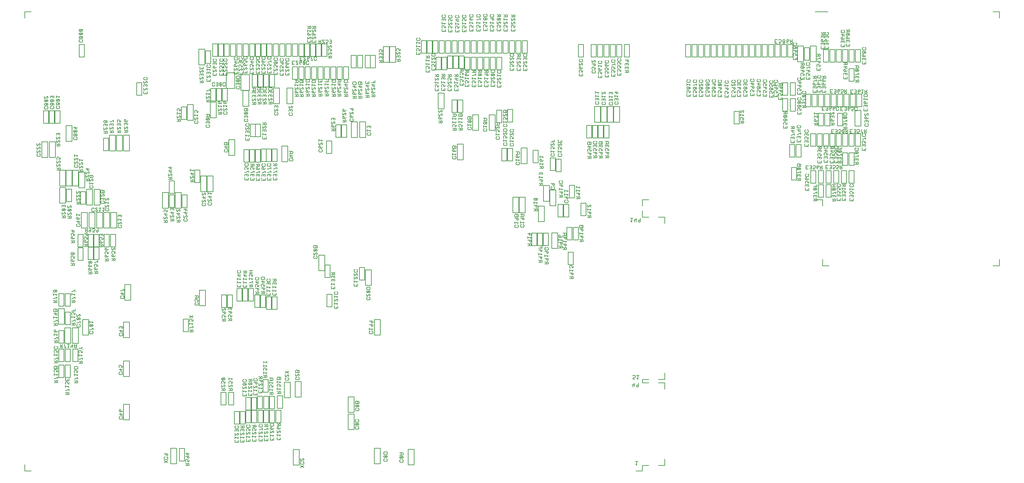
<source format=gbr>
G04 FAB 3000 Version 8.1.7 - Gerber/CAM Software*
G04 RS274-X Output*
%FSLAX24Y24*%
%MIA0B0*%
%MOIN*%
%SFA1.000000B1.000000*%

%IPPOS*%
%ADD11C,0.010001*%
%ADD12C,0.035003*%
%ADD13C,0.020002*%
%ADD14C,0.008001*%
%ADD15C,0.040003*%
%ADD16C,0.045898*%
%ADD17C,0.045910*%
%ADD18C,0.045890*%
%ADD19C,0.045960*%
%ADD20C,0.045940*%
%ADD21C,0.045950*%
%ADD22C,0.045880*%
%ADD23C,0.045800*%
%ADD24C,0.046000*%
%ADD25C,0.052734*%
%ADD26C,0.052679*%
%ADD27C,0.052690*%
%ADD28C,0.052720*%
%ADD29C,0.052700*%
%ADD30C,0.052800*%
%ADD31C,0.052600*%
%ADD32C,0.063750*%
%ADD33C,0.063790*%
%ADD34C,0.063810*%
%ADD35C,0.063740*%
%ADD36C,0.063730*%
%ADD37C,0.063800*%
%ADD38C,0.063760*%
%ADD39C,0.063770*%
%ADD40C,0.063700*%
%ADD41C,0.063709*%
%ADD42C,0.076498*%
%ADD43C,0.085010*%
%ADD44C,0.084960*%
%ADD45C,0.085020*%
%ADD46C,0.106283*%
%ADD47C,0.106228*%
%ADD48C,0.106300*%
%ADD50R,0.060004X0.060010*%
%ADD51R,0.060004X0.060020*%
%ADD52R,0.060004X0.060000*%
%ADD53R,0.060005X0.060070*%
%ADD54R,0.060000X0.060100*%
%ADD55R,0.060010X0.060050*%
%ADD56R,0.060010X0.060060*%
%ADD57R,0.060020X0.060010*%
%ADD58R,0.060020X0.060000*%
%ADD59R,0.060000X0.060060*%
%ADD60R,0.060000X0.059990*%
%ADD61R,0.060020X0.060020*%
%ADD62R,0.060020X0.060050*%
%ADD63R,0.060020X0.060060*%
%ADD64R,0.060000X0.060050*%
%ADD65R,0.060050X0.060000*%
%ADD66R,0.059990X0.060000*%
%ADD67R,0.060010X0.060100*%
%ADD68R,0.060020X0.060100*%
%ADD69R,0.060100X0.060010*%
%ADD70R,0.060100X0.060000*%
%ADD71R,0.060100X0.060060*%
%ADD72R,0.075000X0.075000*%
%ADD73R,0.075040X0.075000*%
%ADD74R,0.075020X0.075000*%
%ADD75C,0.170030*%
%ADD76C,0.169980*%
%ADD77C,0.170100*%
%ADD78C,0.170000*%
%ADD79C,0.127500*%
%ADD80C,0.029731*%
%ADD81C,0.029784*%
%ADD82C,0.029770*%
%ADD83C,0.029740*%
%ADD84C,0.029800*%
%ADD85C,0.029700*%
%ADD86C,0.029900*%
%ADD87R,0.400010X0.400070*%
%ADD88R,0.400000X0.400060*%
%ADD89R,0.053990X0.053980*%
%ADD90R,0.054030X0.054040*%
%ADD91R,0.053990X0.054040*%
%ADD92R,0.054000X0.053990*%
%ADD93R,0.054000X0.054000*%
%ADD94R,0.054000X0.054040*%
%ADD95R,0.250000X0.100000*%
%ADD96R,0.250000X0.099990*%
%ADD97R,0.099990X0.150000*%
%ADD98R,0.100040X0.150000*%
%ADD99R,0.100000X0.150000*%
%ADD100R,0.099980X0.150000*%
%ADD101R,0.150020X0.100100*%
%ADD102R,0.150010X0.100100*%
%ADD103R,0.090000X0.075040*%
%ADD104R,0.090000X0.075030*%
%ADD105R,0.090000X0.075000*%
%ADD106R,0.074979X0.095000*%
%ADD107R,0.075032X0.095040*%
%ADD108R,0.075032X0.095000*%
%ADD109R,0.075032X0.095060*%
%ADD110R,0.074977X0.095060*%
%ADD111R,0.074970X0.095000*%
%ADD112R,0.075020X0.095060*%
%ADD113R,0.075020X0.095000*%
%ADD114R,0.074980X0.095040*%
%ADD115R,0.074980X0.095050*%
%ADD116R,0.075050X0.094990*%
%ADD117R,0.075050X0.095000*%
%ADD118R,0.075030X0.095050*%
%ADD119R,0.075030X0.094980*%
%ADD120R,0.075020X0.095100*%
%ADD121R,0.075030X0.094990*%
%ADD122R,0.074990X0.094980*%
%ADD123R,0.074990X0.095050*%
%ADD124R,0.074990X0.095060*%
%ADD125R,0.074990X0.094990*%
%ADD126R,0.074970X0.095050*%
%ADD127R,0.074990X0.095000*%
%ADD128R,0.074990X0.095040*%
%ADD129R,0.074970X0.095040*%
%ADD130R,0.075040X0.095050*%
%ADD131R,0.075050X0.095060*%
%ADD132R,0.075050X0.095040*%
%ADD133R,0.075040X0.095100*%
%ADD134R,0.074970X0.095100*%
%ADD135R,0.074980X0.095010*%
%ADD136R,0.075000X0.095100*%
%ADD137R,0.075000X0.095000*%
%ADD138R,0.075000X0.094980*%
%ADD139C,0.029720*%
%ADD206C,0.012001*%
%ADD207R,0.060050X0.060020*%
%ADD208R,0.060100X0.060020*%
%ADD209C,0.025500*%
%ADD210C,0.025490*%
%ADD211C,0.025560*%
%ADD212R,0.315000X0.315060*%
%ADD213R,0.079970X0.025010*%
%ADD214R,0.079970X0.024960*%
%ADD215R,0.079970X0.025000*%
%ADD216R,0.079970X0.025020*%
%ADD217R,0.080010X0.025010*%
%ADD218R,0.080010X0.025000*%
%ADD219R,0.080010X0.025020*%
%ADD220R,0.080010X0.024950*%
%ADD221R,0.080030X0.025020*%
%ADD222R,0.080030X0.025010*%
%ADD223R,0.080030X0.024960*%
%ADD224R,0.080030X0.025000*%
%ADD225R,0.080030X0.024950*%
%ADD226R,0.080020X0.025020*%
%ADD227R,0.080020X0.025010*%
%ADD228R,0.080020X0.025000*%
%ADD229R,0.080020X0.024960*%
%ADD230R,0.079980X0.025010*%
%ADD231R,0.079980X0.024960*%
%ADD232R,0.079980X0.025000*%
%ADD233R,0.079980X0.025020*%
%ADD234R,0.079970X0.024940*%
%ADD235R,0.080030X0.024940*%
%ADD236R,0.080030X0.025050*%
%ADD237R,0.080030X0.025100*%
%ADD238R,0.079970X0.024950*%
%ADD239R,0.080000X0.025020*%
%ADD240R,0.080000X0.025010*%
%ADD241R,0.080000X0.025000*%
%ADD242R,0.080000X0.024960*%
%ADD243R,0.025010X0.080030*%
%ADD244R,0.025020X0.080030*%
%ADD245R,0.025020X0.079980*%
%ADD246R,0.025010X0.079980*%
%ADD247R,0.025000X0.079980*%
%ADD248R,0.025000X0.080030*%
%ADD249R,0.024960X0.080030*%
%ADD250R,0.025000X0.080020*%
%ADD251R,0.025010X0.080020*%
%ADD252R,0.025020X0.080020*%
%ADD253R,0.024960X0.080020*%
%ADD254R,0.025020X0.080000*%
%ADD255R,0.024960X0.080000*%
%ADD256R,0.025000X0.080000*%
%ADD257R,0.024950X0.080030*%
%ADD258R,0.024940X0.080030*%
%ADD259R,0.025010X0.079970*%
%ADD260R,0.024960X0.079970*%
%ADD261R,0.025000X0.079970*%
%ADD262R,0.025020X0.079970*%
%ADD263R,0.024940X0.079970*%
%ADD264R,0.024950X0.079970*%
%ADD265R,0.024940X0.080020*%
%ADD266R,0.024950X0.080020*%
%ADD267R,0.025010X0.080000*%
%ADD268R,0.024940X0.080000*%
%ADD269R,0.024950X0.080000*%
%ADD270R,0.025020X0.080010*%
%ADD271R,0.025010X0.080010*%
%ADD272R,0.024950X0.080010*%
%ADD273R,0.025000X0.080010*%
%ADD274R,0.024960X0.080010*%
%ADD275R,0.025100X0.080030*%
%ADD276R,0.039980X0.050030*%
%ADD277R,0.039990X0.050030*%
%ADD278R,0.040040X0.050030*%
%ADD279R,0.040040X0.050010*%
%ADD280R,0.039980X0.050010*%
%ADD281R,0.039990X0.050010*%
%ADD282R,0.039990X0.049970*%
%ADD283R,0.039980X0.049970*%
%ADD284R,0.040030X0.049970*%
%ADD285R,0.039990X0.050020*%
%ADD286R,0.039980X0.050020*%
%ADD287R,0.040030X0.050020*%
%ADD288R,0.040040X0.050020*%
%ADD289R,0.040020X0.050020*%
%ADD290R,0.040040X0.049970*%
%ADD291R,0.040020X0.049970*%
%ADD292R,0.040030X0.050010*%
%ADD293R,0.039970X0.050020*%
%ADD294R,0.040040X0.050000*%
%ADD295R,0.039990X0.050000*%
%ADD296R,0.039970X0.050030*%
%ADD297R,0.039980X0.050000*%
%ADD298R,0.040050X0.050000*%
%ADD299R,0.040000X0.049970*%
%ADD300R,0.039900X0.049970*%
%ADD301R,0.040100X0.049980*%
%ADD302R,0.040100X0.050020*%
%ADD303R,0.039900X0.050020*%
%ADD304R,0.040000X0.050020*%
%ADD305R,0.040000X0.050030*%
%ADD306R,0.040100X0.050010*%
%ADD307R,0.040000X0.050010*%
%ADD308R,0.040000X0.049980*%
%ADD309R,0.040100X0.049970*%
%ADD310R,0.049970X0.039990*%
%ADD311R,0.050010X0.039980*%
%ADD312R,0.049970X0.040040*%
%ADD313R,0.125000X0.094030*%
%ADD314R,0.114960X0.102000*%
%ADD315R,0.114960X0.102040*%
%ADD316R,0.074978X0.125050*%
%ADD317R,0.074977X0.125000*%
%ADD318R,0.075034X0.125000*%
%ADD319R,0.075030X0.125050*%
%ADD320R,0.075050X0.125050*%
%ADD321R,0.075050X0.125000*%
%ADD322R,0.125000X0.075030*%
%ADD323R,0.125000X0.074990*%
%ADD324R,0.094020X0.125050*%
%ADD325R,0.093970X0.125050*%
%ADD326R,0.094020X0.125000*%
%ADD327R,0.094010X0.125000*%
%ADD328R,0.094100X0.125000*%
%ADD329R,0.093900X0.125050*%
%ADD330R,0.094000X0.125050*%
%ADD331R,0.095000X0.075030*%
%ADD332R,0.094980X0.075030*%
%ADD333R,0.094980X0.074970*%
%ADD334R,0.095000X0.074970*%
%ADD335R,0.095000X0.075040*%
%ADD336R,0.095000X0.074980*%
%ADD337R,0.095000X0.074990*%
%ADD338R,0.095050X0.075030*%
%ADD339R,0.095040X0.074980*%
%ADD340R,0.094990X0.074990*%
%ADD341R,0.094990X0.075030*%
%ADD342R,0.095000X0.075050*%
%ADD343R,0.095040X0.075030*%
%ADD344R,0.095060X0.074980*%
%ADD345R,0.075050X0.095010*%
%ADD346R,0.075050X0.095050*%
%ADD347R,0.074980X0.094990*%
%ADD348R,0.075030X0.095100*%
%ADD349R,0.075030X0.095020*%
%ADD350R,0.074980X0.095100*%
%ADD351R,0.075040X0.095020*%
%ADD352R,0.074970X0.094990*%
%ADD353R,0.075020X0.095050*%
%ADD354R,0.074970X0.094980*%
%ADD355R,0.075040X0.094980*%
%ADD356R,0.075050X0.095100*%
%ADD357R,0.075100X0.095000*%
%ADD358R,0.075100X0.095060*%
%ADD359R,0.074900X0.095040*%
%ADD360R,0.074900X0.095000*%
%ADD361R,0.075000X0.095060*%
%ADD362R,0.115020X0.050000*%
%ADD363R,0.115010X0.050000*%
%ADD364R,0.049960X0.115020*%
%ADD365R,0.050030X0.115010*%
%ADD366R,0.049960X0.115010*%
%ADD367R,0.050000X0.115010*%
%ADD368R,0.145030X0.050030*%
%ADD369R,0.145020X0.050030*%
%ADD370R,0.145020X0.050010*%
%ADD371R,0.145030X0.050010*%
%ADD372R,0.145100X0.049960*%
%ADD373R,0.145000X0.049960*%
%ADD374R,0.050021X0.145070*%
%ADD375R,0.050021X0.145030*%
%ADD376R,0.049960X0.145020*%
%ADD377R,0.049960X0.145080*%
%ADD378R,0.050020X0.145010*%
%ADD379R,0.050020X0.145080*%
%ADD380R,0.050030X0.145020*%
%ADD381R,0.049970X0.145020*%
%ADD382R,0.049970X0.145030*%
%ADD383R,0.050030X0.145030*%
%ADD384R,0.050030X0.145010*%
%ADD385R,0.049960X0.145000*%
%ADD386R,0.050030X0.145100*%
%ADD387R,0.050030X0.145000*%
%ADD388R,0.048990X0.070000*%
%ADD389R,0.049000X0.070000*%
%ADD390R,0.049000X0.069990*%
%ADD391R,0.069990X0.049000*%
%ADD392R,0.070040X0.049000*%
%ADD393R,0.070000X0.049050*%
%ADD394R,0.070100X0.049050*%
%ADD395R,0.070100X0.049000*%
%ADD396R,0.070000X0.049000*%
%ADD397R,0.070000X0.048980*%
%ADD398R,0.014980X0.030000*%
%ADD399R,0.015000X0.030000*%
%ADD400R,0.015000X0.030010*%
%ADD401R,0.030000X0.015000*%
%ADD402R,0.030000X0.015030*%
%ADD403R,0.100000X0.018010*%
%ADD404R,0.100000X0.018020*%
%ADD405R,0.100000X0.017990*%
%ADD406R,0.100000X0.018000*%
%ADD407R,0.100000X0.017960*%
%ADD408R,0.100040X0.018000*%
%ADD409R,0.100040X0.018010*%
%ADD410R,0.100040X0.017960*%
%ADD411R,0.100040X0.018020*%
%ADD412R,0.100040X0.017990*%
%ADD413R,0.017960X0.100050*%
%ADD414R,0.017950X0.100050*%
%ADD415R,0.018000X0.100050*%
%ADD416R,0.018020X0.100050*%
%ADD417R,0.018010X0.100050*%
%ADD418R,0.105040X0.025020*%
%ADD419R,0.105040X0.025010*%
%ADD420R,0.104980X0.025020*%
%ADD421R,0.104970X0.025020*%
%ADD422R,0.104980X0.025000*%
%ADD423R,0.104970X0.025000*%
%ADD424R,0.105040X0.025000*%
%ADD425R,0.104980X0.025010*%
%ADD426R,0.104970X0.025010*%
%ADD427R,0.105030X0.025010*%
%ADD428R,0.105030X0.025020*%
%ADD429R,0.105030X0.025000*%
%ADD430R,0.105000X0.025000*%
%ADD431R,0.105000X0.024960*%
%ADD432R,0.105000X0.025020*%
%ADD433R,0.105000X0.025010*%
%ADD434R,0.024960X0.105040*%
%ADD435R,0.025000X0.105040*%
%ADD436R,0.025020X0.105040*%
%ADD437R,0.025000X0.105030*%
%ADD438R,0.025020X0.105030*%
%ADD439R,0.024960X0.105030*%
%ADD440R,0.025010X0.105030*%
%ADD441R,0.025010X0.105040*%
%ADD442R,0.024950X0.105040*%
%ADD443R,0.025020X0.104990*%
%ADD444R,0.024950X0.104990*%
%ADD445R,0.025010X0.104990*%
%ADD446R,0.025010X0.104980*%
%ADD447R,0.025000X0.104980*%
%ADD448R,0.025020X0.104980*%
%ADD449R,0.024950X0.104980*%
%ADD450R,0.024960X0.104980*%
%ADD451R,0.024960X0.104990*%
%ADD452R,0.025000X0.104990*%
%ADD453R,0.025010X0.104970*%
%ADD454R,0.025020X0.104970*%
%ADD455R,0.025000X0.104970*%
%ADD456R,0.025020X0.105020*%
%ADD457R,0.025010X0.105020*%
%ADD458R,0.025000X0.105020*%
%ADD459R,0.025000X0.105000*%
%ADD460R,0.025100X0.105000*%
%ADD461R,0.025000X0.105060*%
%ADD462R,0.025100X0.105060*%
%ADD463R,0.025100X0.105030*%
%ADD464R,0.025000X0.105050*%
%ADD465R,0.025100X0.105050*%
%ADD466R,0.025100X0.104980*%
%ADD467R,0.050020X0.060010*%
%ADD468R,0.050020X0.060000*%
%ADD469R,0.050020X0.060020*%
%ADD470R,0.049960X0.060020*%
%LNAmiga 1200 Rev1D1 bottom silkscreen_0*%
%LPD*%
G54D11*
X71795Y109819D02*
G01X71716Y109919D01*
X70895Y102117D02*
G01X71705D01*
X71716Y108818D02*
G01X71515D01*
X71795Y108718D02*
G01X71716Y108818D01*
X71705Y104087D02*
G01X70895D01*
X71906Y110079D02*
G01X71515D01*
X71716Y109919D02*
G01X71515D01*
X71985Y109168D02*
G01X71436D01*
X71705Y102117D02*
G01Y104087D01*
X71436Y107878D02*
G01X71985D01*
X106399Y105888D02*
G01Y103918D01*
D02*
G01X107209D01*
Y105888D02*
G01X106399D01*
X28322Y93975D02*
G01X29272D01*
Y96425D02*
G01X28322D01*
X85866Y83833D02*
G01Y83943D01*
D02*
G01X85787Y84033D01*
X85686D02*
G01X85616Y83943D01*
D02*
G01Y83833D01*
X83746Y83933D02*
G01X83466Y84093D01*
X84016Y83763D02*
G01Y84013D01*
X83746D02*
G01Y83763D01*
X34823Y88474D02*
G01X35773D01*
Y90925D02*
G01X34823D01*
X35092Y104018D02*
G01X35902D01*
X35773Y101427D02*
G01X34422D01*
Y98976D02*
G01X35773D01*
X35902Y105988D02*
G01X35092D01*
X10470Y65639D02*
G01Y65389D01*
X10741D02*
G01Y65639D01*
X10190Y65389D02*
G01X10741D01*
X7620Y65619D02*
G01Y65369D01*
X7890D02*
G01Y65619D01*
X7340Y65369D02*
G01X7890D01*
X9190Y66780D02*
G01Y64809D01*
X10001D02*
G01Y66780D01*
X8190D02*
G01Y64809D01*
X9000D02*
G01Y66780D01*
X7550Y58068D02*
G01X7470Y58148D01*
X7940Y58068D02*
G01X7550D01*
X8020Y58148D02*
G01X7940Y58068D01*
X11891Y58038D02*
G01X11700Y58198D01*
X11201Y58078D02*
G01X10390D01*
X9000D02*
G01X8190D01*
X10001D02*
G01X9190D01*
X10001Y56107D02*
G01Y58078D01*
X8190D02*
G01Y56107D01*
X9000D02*
G01Y58078D01*
X11201Y56107D02*
G01Y58078D01*
X9190D02*
G01Y56107D01*
X10390Y58078D02*
G01Y56107D01*
X21201Y99886D02*
G01X20391D01*
Y97916D02*
G01X21201D01*
X20391Y99886D02*
G01Y97916D01*
X53134Y99346D02*
G01Y99676D01*
X54244Y99906D02*
G01Y99616D01*
X52084Y99436D02*
G01Y99766D01*
X47864Y99346D02*
G01Y99676D01*
X51014Y99396D02*
G01Y99726D01*
X48874Y99436D02*
G01Y99766D01*
X49904Y99456D02*
G01Y99786D01*
X46923Y99436D02*
G01Y99766D01*
X10200Y81212D02*
G01Y83183D01*
X9390D02*
G01Y81212D01*
X14671Y80672D02*
G01Y83123D01*
X12390Y80812D02*
G01Y82783D01*
X12521Y83123D02*
G01Y80672D01*
X11591Y82783D02*
G01Y80812D01*
X13471Y80672D02*
G01Y83123D01*
X13721D02*
G01Y80672D01*
X9270Y80972D02*
G01Y83423D01*
X8320D02*
G01Y80972D01*
X81676Y74311D02*
G01X82226D01*
X81956Y74481D02*
G01X81676Y74641D01*
Y76181D02*
G01X82226D01*
X82146Y75171D02*
G01X81676D01*
X82226Y75581D02*
G01X81676D01*
X66285Y102137D02*
G01X66095D01*
X66145Y102687D02*
G01X66285Y102817D01*
D02*
G01X65735D01*
Y101527D02*
G01X66285D01*
X65735Y103758D02*
G01X66285D01*
Y104007D02*
G01X66205Y104087D01*
X66145Y103237D02*
G01X66285Y103367D01*
D02*
G01X65735D01*
X66705Y106488D02*
G01X65895D01*
Y104518D02*
G01X66705D01*
X66205Y104087D02*
G01X66095D01*
X76576Y94855D02*
G01X75626D01*
X74796Y101917D02*
G01X75606D01*
X74796Y104518D02*
G01X75606D01*
Y103887D02*
G01X74796D01*
X75606Y104518D02*
G01Y106488D01*
D02*
G01X74796D01*
X75606Y101917D02*
G01Y103887D01*
X80626Y87173D02*
G01X81576D01*
Y89624D02*
G01X80626D01*
X69916Y93015D02*
G01X69995Y92935D01*
X69916Y93185D02*
G01Y93015D01*
X70275Y92995D02*
G01Y93225D01*
X70466Y92995D02*
G01X70275D01*
X70466Y93225D02*
G01Y92995D01*
X81276Y79472D02*
G01Y81922D01*
X79326D02*
G01Y79472D01*
X80326Y81922D02*
G01Y79472D01*
X80276D02*
G01Y81922D01*
X81276D02*
G01X80326D01*
X80276D02*
G01X79326D01*
X80846Y78442D02*
G01X80916Y78362D01*
X81016D02*
G01X81096Y78442D01*
X80916Y78362D02*
G01X81016D01*
X80006Y78322D02*
G01X80106D01*
X79936Y78402D02*
G01X80006Y78322D01*
X80106D02*
G01X80186Y78402D01*
X29832Y93875D02*
G01X29932D01*
X29542D02*
G01X29632D01*
X29462Y93785D02*
G01X29542Y93875D01*
X29932D02*
G01X30012Y93785D01*
X30662Y82242D02*
G01Y82573D01*
X30772Y82242D02*
G01X30662D01*
X30422Y82772D02*
G01X31372D01*
X30662Y81912D02*
G01X31212D01*
X30742Y80572D02*
G01X30662Y80652D01*
D02*
G01Y80862D01*
D02*
G01X30742Y80952D01*
X30662Y81142D02*
G01Y81472D01*
X30772Y81142D02*
G01X30662D01*
X31372Y85223D02*
G01X30422D01*
X31352Y93245D02*
G01X31442D01*
X31272Y93155D02*
G01X31352Y93245D01*
X31822Y93155D02*
G01Y92945D01*
X31742Y93245D02*
G01X31822Y93155D01*
X31642Y93245D02*
G01X31742D01*
X31272Y92945D02*
G01Y93155D01*
X31822Y92945D02*
G01X31742Y92865D01*
X31352D02*
G01X31272Y92945D01*
X31742Y92865D02*
G01X31352D01*
X31272Y93685D02*
G01Y93545D01*
X31352Y93765D02*
G01X31272Y93685D01*
X31452Y93765D02*
G01X31352D01*
X31742D02*
G01X31632D01*
D02*
G01X31552Y93685D01*
D02*
G01Y93505D01*
Y93685D02*
G01X31452Y93765D01*
X31742Y93465D02*
G01X31822Y93545D01*
X31272D02*
G01Y93465D01*
X31822Y93685D02*
G01X31742Y93765D01*
X31822Y93545D02*
G01Y93685D01*
X13011Y61708D02*
G01X13091Y61628D01*
Y61909D02*
G01X13011Y61819D01*
X13091Y60478D02*
G01X13011Y60558D01*
D02*
G01Y60768D01*
D02*
G01X13091Y60858D01*
X13011Y62149D02*
G01Y62478D01*
X13180Y61118D02*
G01X13011D01*
Y61819D02*
G01Y61708D01*
X13561Y62318D02*
G01X13011D01*
X13091Y60858D02*
G01X13180D01*
X13291Y61188D02*
G01X13180Y61118D01*
X13480Y61628D02*
G01X13561Y61708D01*
D02*
G01Y61819D01*
D02*
G01X13480Y61909D01*
X13561Y61078D02*
G01Y61359D01*
X13381Y60858D02*
G01X13480D01*
X13421Y62178D02*
G01X13561Y62318D01*
X13480Y61909D02*
G01X13091D01*
X13480Y60478D02*
G01X13091D01*
Y61628D02*
G01X13480D01*
X13561Y61359D02*
G01X13291Y61188D01*
X13091Y61628D02*
G01X13480Y61909D01*
X13561Y60558D02*
G01X13480Y60478D01*
Y60858D02*
G01X13561Y60768D01*
D02*
G01Y60558D01*
X19271Y62318D02*
G01X18321D01*
Y59868D02*
G01X19271D01*
D02*
G01Y62318D01*
X18141Y60148D02*
G01X17751D01*
X18221Y60728D02*
G01X17891D01*
X18041Y60538D02*
G01X18141D01*
D02*
G01X18221Y60438D01*
D02*
G01Y60228D01*
D02*
G01X18141Y60148D01*
X17671Y60948D02*
G01X18221D01*
X17751Y60538D02*
G01X17841D01*
X17671Y60438D02*
G01X17751Y60538D01*
X17671Y60228D02*
G01Y60438D01*
X17751Y60148D02*
G01X17671Y60228D01*
X18321Y62318D02*
G01Y59868D01*
X17891Y60728D02*
G01Y61059D01*
X18141Y61308D02*
G01X18221Y61388D01*
X17851Y61608D02*
G01X17751D01*
D02*
G01X17671Y61528D01*
D02*
G01Y61388D01*
D02*
G01Y61308D01*
X18221Y61388D02*
G01Y61528D01*
D02*
G01X18141Y61608D01*
X17951Y61528D02*
G01X17851Y61608D01*
X17951Y61528D02*
G01Y61348D01*
X18031Y61608D02*
G01X17951Y61528D01*
X18141Y61608D02*
G01X18031D01*
X11481Y61528D02*
G01X11091D01*
D02*
G01X11010Y61608D01*
X11560D02*
G01X11481Y61528D01*
X12871Y60268D02*
G01Y62719D01*
X11921D02*
G01Y60268D01*
X40073Y103937D02*
G01X40163D01*
X40463D02*
G01X40543Y103836D01*
X40363Y103937D02*
G01X40463D01*
X39993Y103836D02*
G01X40073Y103937D01*
X39593Y103918D02*
G01X39673Y103817D01*
X39493Y103918D02*
G01X39593D01*
X40993Y103948D02*
G01X41083D01*
X40913Y103847D02*
G01X40993Y103948D01*
X41283D02*
G01X41383D01*
D02*
G01X41463Y103847D01*
X39203Y103918D02*
G01X39293D01*
X39123Y103817D02*
G01X39203Y103918D01*
X45993Y103927D02*
G01Y103377D01*
X14301Y71901D02*
G01X14031Y71730D01*
D02*
G01X13921Y71660D01*
X13691Y72111D02*
G01X14501D01*
X13921Y70850D02*
G01X14001Y70760D01*
D02*
G01Y70600D01*
D02*
G01X13921Y70520D01*
X14111Y70270D02*
G01X14031Y70190D01*
D02*
G01Y69940D01*
X14161Y70520D02*
G01X13831D01*
X14031Y70110D02*
G01X13751Y70270D01*
Y69940D02*
G01X14301D01*
X14501Y74081D02*
G01X13691D01*
Y74111D02*
G01X14501D01*
X14031Y71400D02*
G01X13831D01*
X14111Y71310D02*
G01X14031Y71400D01*
X14501Y76081D02*
G01X13691D01*
X11501Y80842D02*
G01Y81082D01*
X15321Y81012D02*
G01X15241Y80932D01*
X15891Y80912D02*
G01X16031Y81053D01*
X8320Y80972D02*
G01X9270D01*
X15481Y80882D02*
G01Y81212D01*
X14851Y80932D02*
G01X14771Y81012D01*
X11231Y81082D02*
G01Y80842D01*
X15241Y80932D02*
G01X14851D01*
X44363Y95875D02*
G01X44253D01*
X44723Y95906D02*
G01X44803Y95985D01*
X44253Y95875D02*
G01Y96206D01*
X44663Y95906D02*
G01X44723D01*
X44663Y96175D02*
G01X44363Y95875D01*
X37023Y98626D02*
G01Y96175D01*
X11190Y76081D02*
G01Y74111D01*
X12791Y76081D02*
G01Y74111D01*
X13601D02*
G01Y76081D01*
X13691D02*
G01Y74111D01*
X12000D02*
G01Y76081D01*
X12791Y74111D02*
G01X13601D01*
X11190D02*
G01X12000D01*
X92127Y93675D02*
G01X93077D01*
X93127D02*
G01X94077D01*
X95128D02*
G01X96078D01*
X94127D02*
G01X95077D01*
X92607Y93185D02*
G01X91797D01*
X93507D02*
G01X92697D01*
X94407D02*
G01X93597D01*
X91707D02*
G01X90897D01*
X95128Y96125D02*
G01Y93675D01*
X94127Y96125D02*
G01Y93675D01*
X96078D02*
G01Y96125D01*
X92127D02*
G01Y93675D01*
X94077D02*
G01Y96125D01*
X93127D02*
G01Y93675D01*
X93077D02*
G01Y96125D01*
X95077Y93675D02*
G01Y96125D01*
X94077D02*
G01X93127D01*
X42323Y102047D02*
G01X42023Y101747D01*
X42243Y103068D02*
G01X42133Y103177D01*
D02*
G01X42023D01*
X42383Y103367D02*
G01X41993D01*
X42193Y102657D02*
G01X41993D01*
X42273Y102556D02*
G01X42193Y102657D01*
X42023Y102847D02*
G01X42133D01*
D02*
G01X42243Y102957D01*
X11930Y108028D02*
G01Y108138D01*
D02*
G01X11851Y108228D01*
X11460Y107948D02*
G01X11851Y108228D01*
Y107948D02*
G01X11930Y108028D01*
X11380D02*
G01X11460Y107948D01*
D02*
G01X11851D01*
X11460Y108228D02*
G01X11380Y108138D01*
X11851Y108228D02*
G01X11460D01*
X11380Y108138D02*
G01Y108028D01*
X7420Y97106D02*
G01X7340Y97196D01*
X7870Y96986D02*
G01X8260Y97266D01*
X7790Y97176D02*
G01Y97066D01*
X7870Y97266D02*
G01X7790Y97176D01*
X8340Y97066D02*
G01Y97176D01*
D02*
G01X8260Y97266D01*
X6490Y97086D02*
G01X6410Y97176D01*
X6950Y97196D02*
G01X6870Y97106D01*
X6410Y97176D02*
G01X6020D01*
Y96896D02*
G01X6410Y97176D01*
X6020D02*
G01X5940Y97086D01*
X7340Y97196D02*
G01X6950D01*
Y96916D02*
G01X7340Y97196D01*
X6980Y96335D02*
G01X7090D01*
X6870Y96445D02*
G01X6980Y96335D01*
X6160Y96315D02*
G01X6270Y96425D01*
X7090Y96335D02*
G01X7200Y96445D01*
X6050Y96315D02*
G01X6160D01*
X5940Y96425D02*
G01X6050Y96315D01*
X56224Y70520D02*
G01Y68070D01*
X57174D02*
G01Y70520D01*
X56104Y68910D02*
G01Y70880D01*
X55294D02*
G01Y68910D01*
X54574Y69070D02*
G01X54464D01*
D02*
G01Y69400D01*
X54874Y69100D02*
G01X54934D01*
X54874Y69370D02*
G01X54574Y69070D01*
X54934Y69100D02*
G01X55014Y69180D01*
X51004Y64709D02*
G01Y66679D01*
X50194D02*
G01Y64709D01*
X51824Y65619D02*
G01X51904Y65699D01*
X51824Y65889D02*
G01X51764D01*
D02*
G01X51464Y65589D01*
D02*
G01X51354D01*
D02*
G01Y65919D01*
X51764Y65619D02*
G01X51824D01*
X51904Y65699D02*
G01Y65809D01*
D02*
G01X51824Y65889D01*
X51904Y66299D02*
G01X51354D01*
Y66139D02*
G01Y66469D01*
X51764Y66169D02*
G01X51904Y66299D01*
X6600Y93515D02*
G01Y95485D01*
X5790D02*
G01Y93515D01*
X6690Y95485D02*
G01Y93515D01*
X5790D02*
G01X6600D01*
X6410Y96125D02*
G01X6490Y96035D01*
D02*
G01Y95825D01*
D02*
G01X6410Y95746D01*
X6310Y96125D02*
G01X6410D01*
X6600Y95485D02*
G01X5790D01*
X5940Y96035D02*
G01X6020Y96125D01*
X5940Y95825D02*
G01Y96035D01*
X6020Y95746D02*
G01X5940Y95825D01*
X6020Y96125D02*
G01X6110D01*
X6410Y95746D02*
G01X6020D01*
X6690Y93515D02*
G01X7500D01*
Y95485D02*
G01X6690D01*
X6870Y96055D02*
G01X6950Y96145D01*
X6870Y95845D02*
G01Y96055D01*
X6950Y95765D02*
G01X6870Y95845D01*
X7590Y95485D02*
G01Y93515D01*
X7500D02*
G01Y95485D01*
X7870Y96215D02*
G01X7960D01*
X7790Y96125D02*
G01X7870Y96215D01*
X7790Y95915D02*
G01Y96125D01*
X7340Y95765D02*
G01X6950D01*
Y96145D02*
G01X7040D01*
X7240D02*
G01X7340D01*
D02*
G01X7420Y96055D01*
D02*
G01Y95845D01*
D02*
G01X7340Y95765D01*
X7870Y95835D02*
G01X7790Y95915D01*
X7900Y96405D02*
G01X8010D01*
X7790Y96515D02*
G01X7900Y96405D01*
X7280Y96646D02*
G01X7340D01*
Y96366D02*
G01X7280D01*
D02*
G01X7200Y96445D01*
X7090Y96666D02*
G01X6980D01*
D02*
G01X6870Y96556D01*
D02*
G01Y96445D01*
X7200Y96556D02*
G01X7090Y96666D01*
X7200Y96445D02*
G01Y96556D01*
X7420Y96445D02*
G01X7340Y96366D01*
X7200Y96556D02*
G01X7280Y96646D01*
X7340D02*
G01X7420Y96556D01*
D02*
G01Y96445D01*
X7790Y96626D02*
G01Y96515D01*
X8010Y96736D02*
G01X7900D01*
D02*
G01X7790Y96626D01*
X7340Y96916D02*
G01X7420Y96996D01*
D02*
G01Y97106D01*
X7790Y97066D02*
G01X7870Y96986D01*
X6870Y96996D02*
G01X6950Y96916D01*
X6870Y97106D02*
G01Y96996D01*
X6950Y96916D02*
G01X7340D01*
X40543Y55097D02*
G01X40343D01*
D02*
G01X40263Y54957D01*
X40623Y54997D02*
G01X40543Y55097D01*
X6270Y96536D02*
G01X6160Y96646D01*
D02*
G01X6050D01*
D02*
G01X5940Y96536D01*
D02*
G01Y96425D01*
X6270Y96536D02*
G01X6350Y96626D01*
D02*
G01X6410D01*
D02*
G01X6490Y96536D01*
D02*
G01Y96425D01*
D02*
G01X6410Y96346D01*
D02*
G01X6350D01*
D02*
G01X6270Y96425D01*
D02*
G01Y96536D01*
X6020Y96896D02*
G01X6410D01*
X5940Y97086D02*
G01Y96976D01*
D02*
G01X6020Y96896D01*
X6410D02*
G01X6490Y96976D01*
D02*
G01Y97086D01*
X2870Y110989D02*
G01Y109989D01*
Y110989D02*
G01X3870D01*
X41103Y46506D02*
G01Y48476D01*
X42003Y46506D02*
G01Y48476D01*
X37402Y46305D02*
G01Y48276D01*
X38393Y48476D02*
G01Y46506D01*
X41193Y48476D02*
G01Y46506D01*
X40203D02*
G01Y48476D01*
X39393D02*
G01Y46506D01*
X36592Y48276D02*
G01Y46305D01*
X36502D02*
G01Y48276D01*
X35692D02*
G01Y46305D01*
X38302Y46506D02*
G01Y48476D01*
X37492D02*
G01Y46506D01*
X42193Y48476D02*
G01Y46506D01*
X39203D02*
G01Y48476D01*
X40293D02*
G01Y46506D01*
X24422Y80172D02*
G01X25372D01*
X24932Y79952D02*
G01X24731D01*
X25372Y82623D02*
G01X24422D01*
X24731Y79952D02*
G01X24652Y79812D01*
Y79652D02*
G01X24731Y79572D01*
X24652Y79262D02*
G01X25202D01*
X24652Y79812D02*
G01Y79652D01*
X24422Y82623D02*
G01Y80172D01*
X22061Y98816D02*
G01Y98926D01*
X21981Y99006D02*
G01X21921D01*
X22061Y98126D02*
G01Y98456D01*
X21841Y98126D02*
G01Y98316D01*
X21921Y98736D02*
G01X21981D01*
D02*
G01X22061Y98816D01*
Y98926D02*
G01X21981Y99006D01*
X21512Y98126D02*
G01X22061D01*
X21921Y99006D02*
G01X21621Y98706D01*
X21512Y98126D02*
G01Y98516D01*
Y98706D02*
G01Y99036D01*
X21621Y98706D02*
G01X21512D01*
X22061Y99366D02*
G01Y99506D01*
X21981Y99286D02*
G01X22061Y99366D01*
X21791Y99506D02*
G01Y99326D01*
X21512Y99506D02*
G01Y99366D01*
D02*
G01Y99286D01*
X21201Y97916D02*
G01Y99886D01*
X34692Y90424D02*
G01X34643Y90484D01*
X34692Y90094D02*
G01Y90424D01*
Y89074D02*
G01X34612Y88994D01*
Y89384D02*
G01X34692Y89284D01*
D02*
G01Y89074D01*
X35092Y105988D02*
G01Y104018D01*
X34902D02*
G01Y105988D01*
X34823Y90925D02*
G01Y88474D01*
X34602Y97016D02*
G01Y98986D01*
X34022Y102707D02*
G01Y103036D01*
X34433Y103007D02*
G01X34133Y102707D01*
D02*
G01X34022D01*
X34492Y103007D02*
G01X34433D01*
X34392Y103617D02*
G01X34492D01*
X34022Y103307D02*
G01Y103516D01*
D02*
G01X34102Y103617D01*
D02*
G01X34192D01*
X34102Y103227D02*
G01X34022Y103307D01*
X34492Y103227D02*
G01X34102D01*
X34092Y105988D02*
G01Y104018D01*
X34002D02*
G01Y105988D01*
X34433Y102737D02*
G01X34492D01*
X39283Y51596D02*
G01X38733D01*
X39143Y52286D02*
G01X38843Y51986D01*
D02*
G01X38733D01*
X38813Y53057D02*
G01X38733Y53136D01*
X38813Y53447D02*
G01X38903D01*
X38733Y53347D02*
G01X38813Y53447D01*
X38733Y50856D02*
G01X39283D01*
X39203Y50476D02*
G01X38393D01*
Y48506D02*
G01X39203D01*
Y48476D02*
G01X38393D01*
X39203Y52836D02*
G01X38733D01*
X39203Y53057D02*
G01X38813D01*
X37402Y48276D02*
G01X36592D01*
X37593Y52606D02*
G01Y52497D01*
X37513Y52687D02*
G01X37593Y52606D01*
Y53197D02*
G01Y52987D01*
X37513Y53296D02*
G01X37593Y53197D01*
Y52987D02*
G01X37513Y52906D01*
X38302Y48476D02*
G01X37492D01*
Y48506D02*
G01X38302D01*
X37593Y50706D02*
G01Y51036D01*
X37043Y50706D02*
G01X37593D01*
X38302Y50476D02*
G01X37492D01*
X37453Y51316D02*
G01X37593Y51446D01*
Y52056D02*
G01X37513Y52137D01*
X37593Y51947D02*
G01Y52056D01*
X37513Y51866D02*
G01X37593Y51947D01*
Y51446D02*
G01X37043D01*
X37593Y52497D02*
G01X37513Y52416D01*
X41793Y104018D02*
G01X42603D01*
Y105988D02*
G01X41793D01*
X43603Y104018D02*
G01Y105988D01*
X43793D02*
G01Y104018D01*
X42793D02*
G01X43603D01*
Y105988D02*
G01X42793D01*
X42603Y104018D02*
G01Y105988D01*
X42793D02*
G01Y104018D01*
X44793Y105988D02*
G01Y104018D01*
X45793Y105988D02*
G01Y104018D01*
X44603D02*
G01Y105988D01*
D02*
G01X43793D01*
Y104018D02*
G01X44603D01*
X44793D02*
G01X45603D01*
D02*
G01Y105988D01*
D02*
G01X44793D01*
X39203Y102817D02*
G01X39123Y102677D01*
X39483Y102716D02*
G01X39403Y102817D01*
D02*
G01X39203D01*
X40073Y102837D02*
G01X39993Y102697D01*
X40273Y102837D02*
G01X40073D01*
X40353Y102737D02*
G01X40273Y102837D01*
X41913Y102957D02*
G01X42023Y102847D01*
X40993D02*
G01X40913Y102707D01*
X41193Y102847D02*
G01X40993D01*
X41273Y102747D02*
G01X41193Y102847D01*
X11851Y106628D02*
G01X11930Y106538D01*
D02*
G01Y106328D01*
D02*
G01X11851Y106248D01*
X12201Y103918D02*
G01Y105888D01*
X11851Y106848D02*
G01X11790D01*
X12201Y105888D02*
G01X11391D01*
X11750Y106628D02*
G01X11851D01*
Y106248D02*
G01X11460D01*
X11391Y103918D02*
G01X12201D01*
X11391Y105888D02*
G01Y103918D01*
X11460Y106248D02*
G01X11380Y106328D01*
X11490Y106818D02*
G01X11601D01*
X11380Y106328D02*
G01Y106538D01*
X11460Y106628D02*
G01X11551D01*
X11380Y106538D02*
G01X11460Y106628D01*
X11930Y106928D02*
G01X11851Y106848D01*
X11930Y107038D02*
G01Y106928D01*
X11790Y106848D02*
G01X11711Y106928D01*
X11601Y106818D02*
G01X11711Y106928D01*
X11380Y107038D02*
G01Y106928D01*
D02*
G01X11490Y106818D01*
X11711Y106928D02*
G01Y107038D01*
X11851Y107128D02*
G01X11930Y107038D01*
X11790Y107128D02*
G01X11851D01*
X11711Y107038D02*
G01X11790Y107128D01*
X11460Y107398D02*
G01X11851D01*
X11490Y107148D02*
G01X11380Y107038D01*
X11601Y107148D02*
G01X11490D01*
X11711Y107038D02*
G01X11601Y107148D01*
X11460Y107678D02*
G01X11380Y107588D01*
X11851Y107678D02*
G01X11460D01*
X11930Y107588D02*
G01X11851Y107678D01*
X11380Y107588D02*
G01Y107478D01*
D02*
G01X11460Y107398D01*
X11851D02*
G01X11930Y107478D01*
D02*
G01Y107588D01*
X11460Y107398D02*
G01X11851Y107678D01*
X40913Y101937D02*
G01Y102266D01*
X41913Y102517D02*
G01Y102347D01*
D02*
G01X41993Y102266D01*
X37973Y96175D02*
G01Y98626D01*
X49283Y106108D02*
G01Y106218D01*
X48954Y106568D02*
G01Y106018D01*
X49204D02*
G01X49283Y106108D01*
X48954Y106018D02*
G01X49204D01*
X50714D02*
G01X50853D01*
X50634Y106108D02*
G01X50714Y106018D01*
X50934Y106108D02*
G01Y106218D01*
X50853Y106018D02*
G01X50934Y106108D01*
X50314Y106018D02*
G01X50084D01*
D02*
G01Y106218D01*
X49534Y106158D02*
G01Y106108D01*
X49614Y106018D02*
G01X49723D01*
D02*
G01X49804Y106108D01*
D02*
G01Y106158D01*
X49534Y106108D02*
G01X49614Y106018D01*
X49394Y104018D02*
G01X50204D01*
X49793Y100417D02*
G01X50594D01*
X49904Y100007D02*
G01X50454D01*
X50204Y105988D02*
G01X49394D01*
X50594Y102387D02*
G01X49793D01*
X47864Y99866D02*
G01X48414D01*
X47794Y100417D02*
G01X48593D01*
X48333Y100257D02*
G01X47954D01*
X48593Y102387D02*
G01X47794D01*
X48403Y105988D02*
G01X47593D01*
Y104018D02*
G01X48403D01*
X39673Y102716D02*
G01Y102487D01*
D02*
G01X39483D01*
X39123Y102677D02*
G01Y102507D01*
D02*
G01X39203Y102426D01*
X39483Y102487D02*
G01Y102716D01*
X38713Y102437D02*
G01X38523D01*
X38713Y102667D02*
G01Y102437D01*
X38162Y102627D02*
G01Y102457D01*
D02*
G01X38243Y102377D01*
Y102767D02*
G01X38162Y102627D01*
X38442Y102767D02*
G01X38243D01*
X38523Y102437D02*
G01Y102667D01*
D02*
G01X38442Y102767D01*
X39993Y102697D02*
G01Y102527D01*
X41993Y102657D02*
G01X41913Y102517D01*
X39993Y102527D02*
G01X40073Y102447D01*
X41463Y102517D02*
G01X41273D01*
D02*
G01Y102747D01*
X41463D02*
G01Y102517D01*
X40543Y102507D02*
G01X40353D01*
X40913Y102537D02*
G01X40993Y102457D01*
X40913Y102707D02*
G01Y102537D01*
X40353Y102507D02*
G01Y102737D01*
X40543D02*
G01Y102507D01*
X33702Y98986D02*
G01X32892D01*
Y97016D02*
G01X33702D01*
X33162Y99816D02*
G01X33082Y99896D01*
D02*
G01X32942D01*
X33082Y99626D02*
G01X33162Y99726D01*
Y99546D02*
G01X33082Y99626D01*
D02*
G01X32902D01*
X32942Y99346D02*
G01X33082D01*
D02*
G01X33162Y99436D01*
X33102Y105988D02*
G01X32292D01*
Y104018D02*
G01X33102D01*
X36482Y100927D02*
G01X36093D01*
X36482Y100327D02*
G01X36093D01*
X36382Y99276D02*
G01X36482D01*
Y99796D02*
G01X36373D01*
X36482Y98896D02*
G01X36093D01*
Y100047D02*
G01X36482D01*
X36012Y100547D02*
G01X36563D01*
X36093Y100047D02*
G01X36482Y100327D01*
X36373Y99796D02*
G01X36292Y99716D01*
X36903Y105988D02*
G01X36093D01*
Y104018D02*
G01X36903D01*
X36213Y102527D02*
G01X36073Y102396D01*
Y101847D02*
G01X36132D01*
Y102117D02*
G01X36073D01*
X36132Y103828D02*
G01X36213Y103727D01*
D02*
G01Y103516D01*
D02*
G01X36132Y103438D01*
X36033Y103828D02*
G01X36132D01*
X36213Y101237D02*
G01Y101567D01*
X36132Y101847D02*
G01X36213Y101927D01*
D02*
G01Y102037D01*
D02*
G01X36132Y102117D01*
X36193Y99796D02*
G01X36093D01*
Y105988D02*
G01Y104018D01*
Y99276D02*
G01X36182D01*
X36292Y99716D02*
G01Y99536D01*
Y99716D02*
G01X36193Y99796D01*
X58404Y103737D02*
G01Y103657D01*
Y103878D02*
G01Y103737D01*
X58874Y103657D02*
G01X58955Y103737D01*
X58684Y103878D02*
G01Y103697D01*
X58955Y103737D02*
G01Y103878D01*
X66015Y104007D02*
G01Y103758D01*
X59025Y105528D02*
G01Y103077D01*
X60975D02*
G01Y105528D01*
X59974Y103077D02*
G01Y105528D01*
X60025D02*
G01Y103077D01*
X54994Y104187D02*
G01Y102217D01*
X55794D02*
G01Y104187D01*
X56994Y102217D02*
G01Y104187D01*
X57794Y102217D02*
G01Y104187D01*
X56194D02*
G01Y102217D01*
X56994Y104187D02*
G01Y102217D01*
X45933Y102857D02*
G01Y103187D01*
X45653Y102857D02*
G01X45353Y103157D01*
X44773Y103267D02*
G01Y102716D01*
X43973Y103007D02*
G01Y102857D01*
X43723D02*
G01Y103007D01*
X42463Y103068D02*
G01Y102957D01*
X42243D02*
G01Y103068D01*
X43893Y103107D02*
G01X43973Y103007D01*
X43723D02*
G01X43803Y103107D01*
X43403Y102947D02*
G01X43323Y103027D01*
X43223D02*
G01X43153Y102947D01*
X46014Y103017D02*
G01X45933Y103097D01*
X46163Y103017D02*
G01X46014D01*
X43323Y103027D02*
G01X42853D01*
X45353Y103157D02*
G01Y103267D01*
X44773D02*
G01X45163D01*
X45933Y103187D02*
G01X46014Y103267D01*
X45353D02*
G01X45683D01*
X46014D02*
G01X46163D01*
X45993Y103597D02*
G01X46193D01*
X42383Y103758D02*
G01X42463Y103657D01*
X42283Y103758D02*
G01X42383D01*
X42323Y103147D02*
G01X42383D01*
X42463Y103447D02*
G01X42383Y103367D01*
X42463Y103657D02*
G01Y103447D01*
X42383Y103147D02*
G01X42463Y103068D01*
X42243D02*
G01X42323Y103147D01*
X43403Y103327D02*
G01X43323Y103247D01*
Y103637D02*
G01X43403Y103537D01*
D02*
G01Y103327D01*
X42933Y103637D02*
G01X43023D01*
X42853Y103537D02*
G01X42933Y103637D01*
X42853Y103327D02*
G01Y103537D01*
X43323Y103247D02*
G01X42933D01*
X43223Y103637D02*
G01X43323D01*
X42933Y103247D02*
G01X42853Y103327D01*
X44273Y103347D02*
G01X44193Y103267D01*
D02*
G01X43803D01*
Y103107D02*
G01X43893D01*
X44273Y103557D02*
G01Y103347D01*
X44193Y103657D02*
G01X44273Y103557D01*
X43803Y103657D02*
G01X43893D01*
X43723Y103557D02*
G01X43803Y103657D01*
X43723Y103347D02*
G01Y103557D01*
X44093Y103657D02*
G01X44193D01*
X43803Y103267D02*
G01X43723Y103347D01*
X127880Y71150D02*
G01X128881D01*
X155582D02*
G01X154582D01*
X155582D02*
G01Y72151D01*
X127880Y71150D02*
G01Y72151D01*
X130671Y83073D02*
G01X130481D01*
X130591Y81973D02*
G01X130671Y82052D01*
Y82192D02*
G01X130591Y82273D01*
D02*
G01X130481D01*
X130120Y81362D02*
G01X130671D01*
Y82523D02*
G01X130481D01*
X18321Y56218D02*
G01Y53767D01*
X19271D02*
G01Y56218D01*
X10001Y55577D02*
G01X9190D01*
X9410Y51557D02*
G01X9241D01*
X9790Y52196D02*
G01X9241D01*
Y53107D02*
G01X9790D01*
X9520Y52947D02*
G01X9320D01*
D02*
G01X9241Y52807D01*
Y52637D02*
G01X9320Y52556D01*
X9520Y51096D02*
G01X9241Y51266D01*
Y50936D02*
G01X9790D01*
X9190Y53607D02*
G01X10001D01*
X42403Y64309D02*
G01Y66279D01*
X41593D02*
G01Y64309D01*
X41503D02*
G01Y66279D01*
X38893Y66579D02*
G01Y64609D01*
X31172Y64869D02*
G01Y67319D01*
X34503Y64609D02*
G01Y66579D01*
X40603Y64609D02*
G01Y66579D01*
X39703Y64609D02*
G01Y66579D01*
X35403Y64609D02*
G01Y66579D01*
X40693Y66279D02*
G01Y64309D01*
X39793Y66579D02*
G01Y64609D01*
X34593Y66579D02*
G01Y64609D01*
X33693Y66579D02*
G01Y64609D01*
X30222Y67319D02*
G01Y64869D01*
X125300Y101047D02*
G01X125380Y100967D01*
X124440Y101047D02*
G01X124520Y100967D01*
X132001Y102087D02*
G01Y100117D01*
X132810D02*
G01Y102087D01*
X127050Y100887D02*
G01X127131Y100986D01*
X127521D02*
G01X127600Y100887D01*
X127420Y100986D02*
G01X127521D01*
X127131D02*
G01X127221D01*
X32632Y102927D02*
G01X32532Y103007D01*
X32632Y102927D02*
G01Y102747D01*
X32712Y103007D02*
G01X32632Y102927D01*
X32522Y102487D02*
G01X32602Y102387D01*
D02*
G01Y102236D01*
D02*
G01X32522Y102157D01*
X32542Y99896D02*
G01X32642Y99816D01*
D02*
G01Y99736D01*
Y99526D02*
G01Y99436D01*
D02*
G01X32542Y99346D01*
X32352Y100997D02*
G01X32902D01*
X32822Y103196D02*
G01X32432D01*
X32762Y101877D02*
G01X32462Y101577D01*
X32762Y102157D02*
G01X32432D01*
X75276Y101227D02*
G01X75206Y101146D01*
X73996Y101287D02*
G01X73886Y101176D01*
X74106Y101287D02*
G01X73996D01*
X74216Y101176D02*
G01X74106Y101287D01*
X74216Y101176D02*
G01X74296Y101257D01*
D02*
G01X74356D01*
D02*
G01X74436Y101176D01*
X73526Y101227D02*
G01X73255Y101067D01*
X73526Y100957D02*
G01Y101227D01*
X72045Y101306D02*
G01X72125Y101207D01*
X71955Y101306D02*
G01X72045D01*
X71876Y101207D02*
G01X71955Y101306D01*
X75456Y101146D02*
G01X75376Y101227D01*
D02*
G01X74906D01*
X75626Y92405D02*
G01X76576D01*
X70875Y93535D02*
G01Y93865D01*
X71125Y95015D02*
G01X70956D01*
D02*
G01X70875Y94935D01*
D02*
G01Y94605D01*
Y94085D02*
G01Y94415D01*
Y93035D02*
G01X70956Y92955D01*
X71155Y92594D02*
G01X70875Y92765D01*
X71155Y92685D02*
G01Y92434D01*
X70956Y93345D02*
G01X70875Y93205D01*
X71155Y93345D02*
G01X70956D01*
X70875Y93205D02*
G01Y93035D01*
X71425Y93695D02*
G01X70875D01*
X71375Y94995D02*
G01X71245D01*
D02*
G01X71206Y94935D01*
D02*
G01X71125Y95015D01*
X71206Y94935D02*
G01Y94605D01*
X70875D02*
G01X71425D01*
Y94245D02*
G01X70875D01*
X71425Y93015D02*
G01X71235D01*
X71346Y92765D02*
G01X71235D01*
D02*
G01X71155Y92685D01*
X70875Y92434D02*
G01X71425D01*
X71235Y93245D02*
G01X71155Y93345D01*
X71235Y93015D02*
G01Y93245D01*
X71285Y93565D02*
G01X71425Y93695D01*
Y94935D02*
G01X71375Y94995D01*
X71425Y94605D02*
G01Y94935D01*
X71285Y94115D02*
G01X71425Y94245D01*
Y93245D02*
G01Y93015D01*
Y92685D02*
G01X71346Y92765D01*
X71425Y92434D02*
G01Y92685D01*
X71506Y95215D02*
G01Y97185D01*
X71576Y87774D02*
G01Y90224D01*
X73606Y104518D02*
G01Y106488D01*
X73796D02*
G01Y104518D01*
X74606D02*
G01Y106488D01*
X74796D02*
G01Y104518D01*
X72796Y106488D02*
G01Y104518D01*
X71795Y106488D02*
G01Y104518D01*
X72605D02*
G01Y106488D01*
X73606D02*
G01X72796D01*
X129010Y98086D02*
G01X128200D01*
Y96116D02*
G01X129010D01*
Y95085D02*
G01X128200D01*
X121510Y97246D02*
G01Y97576D01*
X69916Y94585D02*
G01X70356D01*
X70466Y93675D02*
G01X69916D01*
X70466Y94225D02*
G01X69916D01*
X69795Y95215D02*
G01X70606D01*
X70356Y94975D02*
G01X69916D01*
X70606Y106488D02*
G01X69795D01*
Y104518D02*
G01X70606D01*
X69905Y102117D02*
G01Y104087D01*
X69995Y93325D02*
G01X69916Y93185D01*
X70606Y97185D02*
G01X69795D01*
X69916Y94065D02*
G01Y94395D01*
Y93515D02*
G01Y93845D01*
X76796Y93615D02*
G01X77606D01*
X76796Y101917D02*
G01X77606D01*
Y106488D02*
G01X76796D01*
X77606Y104518D02*
G01Y106488D01*
Y103887D02*
G01X76796D01*
Y104518D02*
G01X77606D01*
Y95586D02*
G01X76796D01*
X77606Y101917D02*
G01Y103887D01*
Y93615D02*
G01Y95586D01*
X79796Y106488D02*
G01Y104518D01*
X80606D02*
G01Y106488D01*
X81606Y104518D02*
G01Y106488D01*
X80796D02*
G01Y104518D01*
X80606Y106488D02*
G01X79796D01*
X81606D02*
G01X80796D01*
X77136Y93605D02*
G01X76696D01*
X77246Y93495D02*
G01X77136Y93605D01*
X76696Y93215D02*
G01X77136D01*
X76796Y95586D02*
G01Y93615D01*
X77246Y93315D02*
G01Y93495D01*
X77136Y93215D02*
G01X77246Y93315D01*
X76916Y93215D02*
G01Y93605D01*
X76266Y99266D02*
G01Y99456D01*
X76486Y99266D02*
G01Y99596D01*
X75936Y99266D02*
G01X76486D01*
X75936D02*
G01Y99656D01*
X77456Y99786D02*
G01X77266D01*
X76906Y99176D02*
G01Y99566D01*
Y99176D02*
G01X77456D01*
X76906Y99806D02*
G01X76986Y99726D01*
X77456Y99176D02*
G01Y99506D01*
X77236Y99176D02*
G01Y99366D01*
X76486Y100107D02*
G01Y99876D01*
D02*
G01X76296D01*
D02*
G01Y100107D01*
X75936Y100067D02*
G01Y99896D01*
D02*
G01X76016Y99816D01*
X77266Y99786D02*
G01Y100017D01*
X76906Y99976D02*
G01Y99806D01*
X77456Y100017D02*
G01Y99786D01*
X78496Y93715D02*
G01X79306D01*
Y95685D02*
G01X78496D01*
X15981Y72631D02*
G01X15841Y72491D01*
D02*
G01X15511D01*
X15431Y71910D02*
G01X15981D01*
X15901Y72241D02*
G01X15791D01*
D02*
G01X15711Y72161D01*
X15791Y73281D02*
G01X15711Y73371D01*
X15981Y73041D02*
G01X15791D01*
D02*
G01Y73281D01*
X15981Y73731D02*
G01X15841Y73591D01*
D02*
G01X15511D01*
X15291Y74111D02*
G01X16101D01*
Y76081D02*
G01X15291D01*
X15221Y77071D02*
G01X16171D01*
X16321D02*
G01X17271D01*
X17581Y77671D02*
G01X17471D01*
Y77392D02*
G01X17551Y77482D01*
X17471Y78222D02*
G01Y78552D01*
X17551Y77482D02*
G01X17641D01*
X17471Y77182D02*
G01Y77392D01*
X17551Y77101D02*
G01X17471Y77182D01*
Y77671D02*
G01Y78002D01*
X17881Y77982D02*
G01X17581Y77671D01*
X18021Y78392D02*
G01X17471D01*
X17941Y77101D02*
G01X17551D01*
X13021Y83893D02*
G01Y84223D01*
X12271Y83373D02*
G01Y85823D01*
X11321D02*
G01Y83373D01*
X11271Y83673D02*
G01Y86123D01*
X70625Y90224D02*
G01Y87774D01*
X69916Y92414D02*
G01X70466D01*
X70275Y92745D02*
G01X70195Y92665D01*
D02*
G01Y92414D01*
Y92574D02*
G01X69916Y92745D01*
X70466Y92414D02*
G01Y92665D01*
D02*
G01X70385Y92745D01*
D02*
G01X70275D01*
X70425Y88654D02*
G01X69875D01*
X70345Y87913D02*
G01X69955D01*
X70245Y88294D02*
G01X70345D01*
X69875Y87994D02*
G01Y88204D01*
D02*
G01X69955Y88294D01*
D02*
G01X70045D01*
X69955Y87913D02*
G01X69875Y87994D01*
Y88484D02*
G01Y88814D01*
X70345Y88294D02*
G01X70425Y88204D01*
D02*
G01Y87994D01*
D02*
G01X70345Y87913D01*
X70286Y88514D02*
G01X70425Y88654D01*
X79166Y91444D02*
G01X78966D01*
X79296Y91935D02*
G01X78996Y91634D01*
X78496Y87613D02*
G01X79306D01*
X79356Y89954D02*
G01X78966D01*
X79306Y89584D02*
G01X78496D01*
X79436Y90695D02*
G01X78886D01*
X79356Y92155D02*
G01X78966D01*
X79836Y87574D02*
G01Y87904D01*
X79916Y88154D02*
G01X79836Y88234D01*
X80386Y87744D02*
G01X79836D01*
X80246Y88154D02*
G01X79916D01*
X80086Y88234D02*
G01X80006Y88154D01*
X80206Y87383D02*
G01X80306D01*
D02*
G01X80386Y87293D01*
D02*
G01Y87083D01*
X80246Y87604D02*
G01X80386Y87744D01*
X79916Y87383D02*
G01X80006D01*
X79836Y87293D02*
G01X79916Y87383D01*
X79836Y87083D02*
G01Y87293D01*
X79916Y87004D02*
G01X79836Y87083D01*
X80306Y87004D02*
G01X79916D01*
X80386Y87083D02*
G01X80306Y87004D01*
X80086Y88394D02*
G01Y88234D01*
X79836D02*
G01Y88394D01*
X80386Y88294D02*
G01X80246Y88154D01*
X80626Y89624D02*
G01Y87173D01*
X79306Y87613D02*
G01Y89584D01*
X99628Y39794D02*
G01Y38924D01*
D02*
G01X98627D01*
G36*
X99658Y39764D02*
G01Y38894D01*
X99608Y38944D01*
Y39814D01*
G37*
G54D11*
X98598Y39994D02*
G01X98747Y39844D01*
X99628Y38924D02*
G01Y39794D01*
D02*
G01X100628D01*
X103128D02*
G01Y40794D01*
X98747Y39844D02*
G01Y40444D01*
X103128Y39794D02*
G01X102128D01*
X98568Y40444D02*
G01X98927D01*
X99628Y52766D02*
G01X100628D01*
X103128D02*
G01X102128D01*
X98077Y52486D02*
G01X98438D01*
X99008Y52326D02*
G01X98918Y52396D01*
X98077Y52126D02*
G01Y52486D01*
X98918Y52126D02*
G01X99008Y52216D01*
X98798Y52126D02*
G01X98918D01*
Y52396D02*
G01X98798D01*
D02*
G01X98708Y52326D01*
Y52216D02*
G01X98798Y52126D01*
X98708Y52326D02*
G01Y52216D01*
X99008D02*
G01Y52727D01*
X98318D02*
G01Y52126D01*
X103128Y52766D02*
G01Y51767D01*
X99628Y53307D02*
G01Y52766D01*
G36*
X99658Y53277D02*
G01Y52787D01*
X99608Y52737D01*
Y53327D01*
G37*
G54D11*
X99628Y52766D02*
G01Y53307D01*
X98417Y53557D02*
G01X98528Y53647D01*
X98167Y53347D02*
G01Y53557D01*
X98918Y53347D02*
G01Y53947D01*
X103128Y53307D02*
G01Y54307D01*
X98167Y53557D02*
G01X98417D01*
X103128Y53307D02*
G01X102128D01*
X98767Y53497D02*
G01X98918Y53347D01*
X98417D02*
G01X98167D01*
X99628Y53307D02*
G01X100628D01*
X98528Y53647D02*
G01Y53857D01*
D02*
G01X98377Y53947D01*
X98738D02*
G01X99098D01*
X98377D02*
G01X98198D01*
D02*
G01X98108Y53857D01*
X94197Y102467D02*
G01X93867D01*
X94337Y102597D02*
G01X94197Y102467D01*
X94337Y103036D02*
G01X94257Y102957D01*
D02*
G01X93867D01*
X91597Y105888D02*
G01Y103918D01*
X89597D02*
G01X90407D01*
X90097Y103516D02*
G01X90197D01*
X90407Y103918D02*
G01Y105888D01*
D02*
G01X89597D01*
D02*
G01Y103918D01*
X89807Y103516D02*
G01X89897D01*
X93597Y105888D02*
G01Y103918D01*
X92597D02*
G01X93407D01*
D02*
G01Y105888D01*
D02*
G01X92597D01*
X92407Y103918D02*
G01Y105888D01*
X91597Y103918D02*
G01X92407D01*
Y105888D02*
G01X91597D01*
X92597D02*
G01Y103918D01*
X93597D02*
G01X94407D01*
Y105888D02*
G01X93597D01*
X95157Y102277D02*
G01X95077Y102377D01*
Y102707D02*
G01X94968Y102637D01*
D02*
G01X94797D01*
X94877Y102377D02*
G01X94797Y102236D01*
X95077Y102377D02*
G01X94877D01*
Y103087D02*
G01X94797Y103167D01*
X94337Y103247D02*
G01Y103036D01*
X95347Y102597D02*
G01Y102867D01*
Y103167D02*
G01X95268Y103087D01*
X95347Y102867D02*
G01X95077Y102707D01*
X95268Y103087D02*
G01X94877D01*
X93137Y102367D02*
G01X93277Y102497D01*
D02*
G01X92727D01*
X93097Y103247D02*
G01X93197D01*
Y102857D02*
G01X92807D01*
X93867Y102467D02*
G01X93787Y102547D01*
X94037D02*
G01X93957Y102467D01*
X94147Y102147D02*
G01X94067Y102247D01*
D02*
G01X93867D01*
X94037Y102697D02*
G01Y102547D01*
X93787D02*
G01Y102697D01*
X93197Y103247D02*
G01X93277Y103147D01*
D02*
G01Y102937D01*
D02*
G01X93197Y102857D01*
X93787Y102697D02*
G01X93867Y102797D01*
X93787Y103036D02*
G01Y103247D01*
X93867Y102957D02*
G01X93787Y103036D01*
X93867Y102797D02*
G01X93957D01*
D02*
G01X94037Y102697D01*
X130711Y95475D02*
G01X131041D01*
X131011Y95085D02*
G01X130201D01*
Y96116D02*
G01X131011D01*
X130711Y96026D02*
G01X131100D01*
X34422Y101427D02*
G01Y98976D01*
X34022Y102207D02*
G01X34102Y102127D01*
X34022Y102377D02*
G01Y102207D01*
X34102Y102517D02*
G01X34022Y102377D01*
X34382Y102417D02*
G01X34302Y102517D01*
X34433Y101637D02*
G01X34492D01*
X34382Y102187D02*
G01Y102417D01*
X34352Y101027D02*
G01Y101217D01*
X34492Y101907D02*
G01X34433D01*
D02*
G01X34133Y101607D01*
X34302Y102517D02*
G01X34102D01*
X34022Y101027D02*
G01Y101417D01*
X34133Y101607D02*
G01X34022D01*
D02*
G01Y101937D01*
X87727Y76151D02*
G01X87617Y76261D01*
X87797Y77182D02*
G01Y75211D01*
X87396Y75871D02*
G01Y76261D01*
X84907Y74311D02*
G01Y76281D01*
X85426Y76321D02*
G01Y73871D01*
X86376D02*
G01Y76321D01*
X88797Y77182D02*
G01Y75211D01*
X88607D02*
G01Y77182D01*
X90197Y76072D02*
G01X90337Y76201D01*
X89787Y76041D02*
G01Y76372D01*
X90337Y76201D02*
G01X89787D01*
X89607Y75211D02*
G01Y77182D01*
X84887Y73891D02*
G01Y73681D01*
Y73191D02*
G01Y73301D01*
Y72091D02*
G01Y72201D01*
Y71430D02*
G01Y71680D01*
X85426Y73871D02*
G01X86376D01*
X87797Y75211D02*
G01X88607D01*
X90067Y75191D02*
G01Y74941D01*
Y75101D02*
G01X89787Y75271D01*
X90147D02*
G01X90067Y75191D01*
X90337Y74941D02*
G01Y75191D01*
X90257Y75271D02*
G01X90147D01*
X90337Y75191D02*
G01X90257Y75271D01*
X88797Y75211D02*
G01X89607D01*
X86917Y75071D02*
G01X87057Y75211D01*
D02*
G01X86507D01*
Y75041D02*
G01Y75371D01*
X13871Y79522D02*
G01X12921D01*
X13721Y80672D02*
G01X14671D01*
X12000Y76081D02*
G01X11190D01*
X11720Y77071D02*
G01X12670D01*
X48464Y74271D02*
G01Y73941D01*
X48683D02*
G01Y74271D01*
X48134Y73941D02*
G01X48683D01*
X48134Y74271D02*
G01Y73941D01*
X48633Y74321D02*
G01X48504D01*
X48464Y74271D02*
G01X48383Y74351D01*
D02*
G01X48214D01*
X48504Y74321D02*
G01X48464Y74271D01*
X48683D02*
G01X48633Y74321D01*
X48214Y74351D02*
G01X48134Y74271D01*
X111109Y97736D02*
G01Y98066D01*
X110889Y97736D02*
G01Y97926D01*
X110129Y97736D02*
G01Y98066D01*
X109579Y97736D02*
G01X110129D01*
X109909D02*
G01Y97926D01*
X110559Y97736D02*
G01X111109D01*
X108149Y97706D02*
G01Y98036D01*
X107599Y97706D02*
G01Y98096D01*
X107929Y97706D02*
G01Y97896D01*
X107599Y97706D02*
G01X108149D01*
X108539D02*
G01X109088D01*
D02*
G01Y98036D01*
X108869Y97706D02*
G01Y97896D01*
X108539Y97706D02*
G01Y98096D01*
X109579Y97736D02*
G01Y98126D01*
X110559Y97736D02*
G01Y98126D01*
X109579Y98976D02*
G01X109689Y98866D01*
D02*
G01X109799D01*
X109859Y98676D02*
G01X109659D01*
X109799Y99196D02*
G01X109689D01*
D02*
G01X109579Y99086D01*
X109799Y99746D02*
G01X109689D01*
Y99416D02*
G01X109799D01*
X109689Y99746D02*
G01X109579Y99636D01*
Y99526D02*
G01X109689Y99416D01*
X113919Y98626D02*
G01X113719D01*
X114109Y99116D02*
G01X113638D01*
X113749Y99366D02*
G01X113638D01*
X114049Y99666D02*
G01X113749Y99366D01*
X113638Y97686D02*
G01X114189D01*
X111499D02*
G01Y98076D01*
X113109Y98206D02*
G01X112919D01*
X113638Y97686D02*
G01Y98076D01*
X112889Y97596D02*
G01Y97786D01*
X113109Y97596D02*
G01Y97926D01*
X112559Y98226D02*
G01X112639Y98146D01*
X112559Y97596D02*
G01X113109D01*
X111499Y97686D02*
G01X112049D01*
X112559Y97596D02*
G01Y97986D01*
X111829Y97686D02*
G01Y97876D01*
X112049Y97686D02*
G01Y98016D01*
Y98296D02*
G01X111859D01*
X111499Y98486D02*
G01Y98316D01*
D02*
G01X111579Y98236D01*
X112919Y98206D02*
G01Y98436D01*
X113109D02*
G01Y98206D01*
X113638Y98486D02*
G01Y98316D01*
D02*
G01X113719Y98236D01*
X112559Y98396D02*
G01Y98226D01*
X112639Y98536D02*
G01X112559Y98396D01*
X112049Y98526D02*
G01Y98296D01*
X111859D02*
G01Y98526D01*
X128701Y95705D02*
G01X128620Y95785D01*
X124300Y95535D02*
G01Y95765D01*
X124490D02*
G01Y95535D01*
X123940Y95726D02*
G01Y95555D01*
X127790Y96066D02*
G01Y95516D01*
X128701Y95595D02*
G01Y95705D01*
X114959Y99416D02*
G01X115040Y99496D01*
D02*
G01Y99636D01*
D02*
G01X114959Y99716D01*
X115040Y99056D02*
G01X114959Y99136D01*
Y98866D02*
G01X115040Y98946D01*
D02*
G01Y99056D01*
Y98546D02*
G01Y98316D01*
Y97706D02*
G01Y98036D01*
Y98316D02*
G01X114849D01*
X114489Y97706D02*
G01X115040D01*
X37963Y45285D02*
G01Y45515D01*
X38072Y45775D02*
G01X37683D01*
X37973Y46166D02*
G01X38072D01*
X37492Y46506D02*
G01X38302D01*
X37963Y45515D02*
G01X37883Y45615D01*
X38013Y44185D02*
G01X38153Y44315D01*
X38013Y44735D02*
G01X38072D01*
Y45005D02*
G01X38013D01*
X38153Y45285D02*
G01X37963D01*
X37603Y43575D02*
G01X38153D01*
Y44315D02*
G01X37603D01*
X38013Y45005D02*
G01X37713Y44705D01*
X36962Y45405D02*
G01X36863Y45485D01*
X37093Y44905D02*
G01X36793Y44605D01*
X36962Y45865D02*
G01X36682Y46035D01*
X36592Y46305D02*
G01X37402D01*
X36682Y45705D02*
G01X37233D01*
X36863Y45485D02*
G01X36763D01*
X36682Y43475D02*
G01X37233D01*
Y44215D02*
G01X36682D01*
X113030Y99796D02*
G01X112639D01*
X112559Y99276D02*
G01Y99606D01*
X112929Y98756D02*
G01X113030D01*
X112859Y98836D02*
G01X112929Y98756D01*
X112859Y98946D02*
G01Y98836D01*
X112929Y99026D02*
G01X112859Y98946D01*
X113030Y98756D02*
G01X113109Y98836D01*
D02*
G01Y98946D01*
X113719Y98626D02*
G01X113638Y98486D01*
X113109Y98946D02*
G01X113030Y99026D01*
X113638Y99366D02*
G01Y99696D01*
X112969Y99306D02*
G01X113109Y99436D01*
D02*
G01X112559D01*
X112919Y98436D02*
G01X112838Y98536D01*
X113030Y99026D02*
G01X112559D01*
X112838Y98536D02*
G01X112639D01*
X110919Y98346D02*
G01Y98576D01*
X111109Y98346D02*
G01X110919D01*
X111029Y98896D02*
G01X110969D01*
X111109Y98576D02*
G01Y98346D01*
X109939Y98576D02*
G01X109859Y98676D01*
X110048Y98896D02*
G01X109989D01*
X110129Y98576D02*
G01Y98346D01*
X109939D02*
G01Y98576D01*
X110129Y98346D02*
G01X109939D01*
X110919Y98576D02*
G01X110839Y98676D01*
D02*
G01X110639D01*
X110669Y98866D02*
G01X110779D01*
X110639Y98676D02*
G01X110559Y98536D01*
Y98366D02*
G01X110639Y98286D01*
X110559Y98536D02*
G01Y98366D01*
X111109Y99086D02*
G01Y98976D01*
D02*
G01X111029Y98896D01*
X110969D02*
G01X110889Y98976D01*
D02*
G01Y99086D01*
X110129Y98976D02*
G01X110048Y98896D01*
X110129Y99086D02*
G01Y98976D01*
X109909D02*
G01Y99086D01*
X109989Y98896D02*
G01X109909Y98976D01*
X109799Y98866D02*
G01X109909Y98976D01*
X110779Y98866D02*
G01X110889Y98976D01*
X110559D02*
G01X110669Y98866D01*
X110559Y99086D02*
G01Y98976D01*
X111579Y98626D02*
G01X111499Y98486D01*
X111869Y98846D02*
G01X111969D01*
D02*
G01X112049Y98926D01*
D02*
G01Y99036D01*
X111799D02*
G01Y98926D01*
D02*
G01X111869Y98846D01*
X111779Y98626D02*
G01X111579D01*
X111859Y98526D02*
G01X111779Y98626D01*
X111969Y99116D02*
G01X111499D01*
X111869D02*
G01X111799Y99036D01*
X112049D02*
G01X111969Y99116D01*
X111579Y99666D02*
G01X111499Y99586D01*
X111969Y99666D02*
G01X111579D01*
X112049Y99586D02*
G01X111969Y99666D01*
X111579Y99396D02*
G01X111969Y99666D01*
X111499Y99476D02*
G01X111579Y99396D01*
X111499Y99586D02*
G01Y99476D01*
X112049D02*
G01Y99586D01*
X111969Y99396D02*
G01X112049Y99476D01*
X111579Y99396D02*
G01X111969D01*
X114000Y98296D02*
G01Y98526D01*
X114189D02*
G01Y98296D01*
X113969Y97686D02*
G01Y97876D01*
X114189Y97686D02*
G01Y98016D01*
Y98296D02*
G01X114000D01*
Y98526D02*
G01X113919Y98626D01*
X114109Y98846D02*
G01X114189Y98926D01*
Y99586D02*
G01X114109Y99666D01*
X114189Y99476D02*
G01Y99586D01*
X114109Y99396D02*
G01X114189Y99476D01*
X114049Y99396D02*
G01X114109D01*
Y99666D02*
G01X114049D01*
X113939Y99036D02*
G01Y98926D01*
X114009Y99116D02*
G01X113939Y99036D01*
X114009Y98846D02*
G01X114109D01*
X113939Y98926D02*
G01X114009Y98846D01*
X114189Y99036D02*
G01X114109Y99116D01*
X114189Y98926D02*
G01Y99036D01*
X114489Y98506D02*
G01Y98336D01*
X114849Y98316D02*
G01Y98546D01*
X114489Y97706D02*
G01Y98096D01*
X114819Y97706D02*
G01Y97896D01*
X114489Y98336D02*
G01X114568Y98256D01*
X114849Y98546D02*
G01X114769Y98646D01*
D02*
G01X114568D01*
D02*
G01X114489Y98506D01*
X114769Y99636D02*
G01Y99456D01*
X114849Y99716D02*
G01X114769Y99636D01*
X114959Y99716D02*
G01X114849D01*
X114789Y98946D02*
G01X114859Y98866D01*
X114489Y99496D02*
G01Y99416D01*
X114769Y99636D02*
G01X114670Y99716D01*
D02*
G01X114568D01*
D02*
G01X114489Y99636D01*
D02*
G01Y99496D01*
X114859Y98866D02*
G01X114959D01*
Y99136D02*
G01X114489D01*
X114859D02*
G01X114789Y99056D01*
D02*
G01Y98946D01*
X112639Y100187D02*
G01X112729D01*
X114009Y100277D02*
G01X114109D01*
X113719D02*
G01X113809D01*
X113030Y100187D02*
G01X113109Y100086D01*
X112929Y100187D02*
G01X113030D01*
X114189Y100177D02*
G01Y99966D01*
X114109Y100277D02*
G01X114189Y100177D01*
X112559Y100086D02*
G01X112639Y100187D01*
X113638Y99966D02*
G01Y100177D01*
D02*
G01X113719Y100277D01*
X126010Y98086D02*
G01X125200D01*
X155582Y110989D02*
G01Y109989D01*
Y110989D02*
G01X154582D01*
X128000Y103117D02*
G01X128811D01*
X134641Y104708D02*
G01Y104597D01*
X134421D02*
G01Y104708D01*
X134090D02*
G01Y104597D01*
X132810Y103117D02*
G01Y105088D01*
X131811Y103117D02*
G01Y105088D01*
X133810Y103117D02*
G01Y105088D01*
X133001D02*
G01Y103117D01*
X132001Y105088D02*
G01Y103117D01*
X131001Y105088D02*
G01Y103117D01*
X130811D02*
G01Y105088D01*
X129811Y103117D02*
G01Y105088D01*
X130001D02*
G01Y103117D01*
X127320Y103247D02*
G01X127250Y103167D01*
X127501D02*
G01X127420Y103247D01*
D02*
G01X126950D01*
X124910Y102396D02*
G01X124990Y102317D01*
X124550Y102426D02*
G01X124440Y102317D01*
X124660Y102426D02*
G01X124550D01*
X124770Y102317D02*
G01X124660Y102426D01*
X124850Y102396D02*
G01X124910D01*
X124770Y102317D02*
G01X124850Y102396D01*
X124800Y102977D02*
G01X124720Y102897D01*
X124990Y102647D02*
G01Y102897D01*
X124440Y102647D02*
G01X124990D01*
X124720Y102897D02*
G01Y102647D01*
Y102807D02*
G01X124440Y102977D01*
X123930Y103177D02*
G01X124880D01*
X125300Y102697D02*
G01Y102908D01*
X124910Y102977D02*
G01X124800D01*
X124990Y102897D02*
G01X124910Y102977D01*
X125300Y102908D02*
G01X125380Y103007D01*
D02*
G01X125470D01*
X125770Y102617D02*
G01X125380D01*
D02*
G01X125300Y102697D01*
X119900Y98206D02*
G01Y98436D01*
X120090D02*
G01Y98206D01*
X119540Y98396D02*
G01Y98226D01*
X119100Y98576D02*
G01Y98346D01*
D02*
G01X118909D01*
X118550Y98536D02*
G01Y98366D01*
D02*
G01X118630Y98286D01*
X118909Y98346D02*
G01Y98576D01*
X120820Y98506D02*
G01Y98276D01*
X120630D02*
G01Y98506D01*
X119620Y98536D02*
G01X119540Y98396D01*
X120270Y98296D02*
G01X120350Y98216D01*
X120270Y98466D02*
G01Y98296D01*
X127711Y110989D02*
G01X126710D01*
X13101Y83323D02*
G01X13021Y83403D01*
X13571D02*
G01X13491Y83323D01*
D02*
G01X13101D01*
Y83703D02*
G01X13191D01*
X13021Y83613D02*
G01X13101Y83703D01*
X13021Y83403D02*
G01Y83613D01*
X13571D02*
G01Y83403D01*
X13431Y83923D02*
G01X13571Y84063D01*
X11321Y83373D02*
G01X12271D01*
X13571Y84063D02*
G01X13021D01*
X13391Y83703D02*
G01X13491D01*
D02*
G01X13571Y83613D01*
X36793Y44605D02*
G01X36682D01*
X36213Y44585D02*
G01X36272D01*
D02*
G01X36353Y44665D01*
D02*
G01Y44775D01*
X35913Y44555D02*
G01X35802D01*
Y44005D02*
G01Y44335D01*
X36682Y44055D02*
G01Y44385D01*
Y43475D02*
G01Y43865D01*
X36353Y44165D02*
G01X35802D01*
Y43425D02*
G01X36353D01*
X36213Y44035D02*
G01X36353Y44165D01*
X35802Y43425D02*
G01Y43815D01*
X36132Y43425D02*
G01Y43615D01*
X36353Y43425D02*
G01Y43755D01*
X36682Y44605D02*
G01Y44935D01*
X36353Y44775D02*
G01X36272Y44855D01*
D02*
G01X36213D01*
D02*
G01X35913Y44555D01*
X35802D02*
G01Y44885D01*
X40813Y45105D02*
G01X40513Y44805D01*
X40873Y45105D02*
G01X40813D01*
X40953Y45025D02*
G01X40873Y45105D01*
X40403Y44805D02*
G01Y45135D01*
X40023Y45075D02*
G01X39963D01*
X40103Y44995D02*
G01X40023Y45075D01*
X39553Y44775D02*
G01Y45105D01*
X38543Y44725D02*
G01Y45055D01*
X42393Y44955D02*
G01Y45285D01*
X41733Y45205D02*
G01X41433Y44905D01*
X41873Y45125D02*
G01X41793Y45205D01*
X41323Y44905D02*
G01Y45235D01*
X41873Y45015D02*
G01Y45125D01*
X39963Y45075D02*
G01X39663Y44775D01*
X51764Y65069D02*
G01X51904Y65199D01*
X51354Y65039D02*
G01Y65369D01*
X51904Y65199D02*
G01X51354D01*
X50194Y64709D02*
G01X51004D01*
X51354Y64459D02*
G01Y64849D01*
X51684Y64459D02*
G01Y64649D01*
X51354Y64459D02*
G01X51904D01*
D02*
G01Y64789D01*
X40813Y44285D02*
G01X40953Y44415D01*
X39963Y44255D02*
G01X40103Y44385D01*
X40403Y44255D02*
G01Y44585D01*
X39553Y44225D02*
G01Y44555D01*
X38953Y44205D02*
G01X39093Y44335D01*
D02*
G01X38543D01*
Y44175D02*
G01Y44505D01*
X41323Y44355D02*
G01Y44685D01*
X10351Y76431D02*
G01Y76762D01*
X10161Y79812D02*
G01Y79922D01*
D02*
G01X10080Y80012D01*
X9241Y79882D02*
G01Y79992D01*
X9160Y79802D02*
G01X9241Y79882D01*
X8770Y79802D02*
G01X9160Y80082D01*
X8690Y79992D02*
G01Y79882D01*
D02*
G01X8770Y79802D01*
X9611Y79922D02*
G01Y79812D01*
X9690Y80012D02*
G01X9611Y79922D01*
X13371Y79742D02*
G01Y80122D01*
X9690Y79732D02*
G01X10080Y80012D01*
X47503Y105988D02*
G01X46693D01*
X47153Y103847D02*
G01X47234Y103927D01*
X47293Y103377D02*
G01X47153Y103516D01*
X46693Y104018D02*
G01X47503D01*
X47063Y103267D02*
G01X47264D01*
X47234Y103676D02*
G01X47153Y103758D01*
X47383Y103676D02*
G01X47234D01*
X47264Y103267D02*
G01X47363Y103187D01*
X47234Y103927D02*
G01X47383D01*
X46793Y100417D02*
G01X47593D01*
X47393Y99956D02*
G01X47013D01*
X47593Y102387D02*
G01X46793D01*
X47264Y102716D02*
G01X47063D01*
X47363Y102797D02*
G01X47264Y102716D01*
X46603Y104018D02*
G01Y105988D01*
X46693D02*
G01Y104018D01*
X132011Y98086D02*
G01X131201D01*
X76796Y106488D02*
G01Y104518D01*
X76606D02*
G01Y106488D01*
X75796D02*
G01Y104518D01*
X87817Y81653D02*
G01X87917D01*
D02*
G01X87996Y81732D01*
X87917Y81933D02*
G01X87447D01*
X87996Y81843D02*
G01X87917Y81933D01*
X87817Y81432D02*
G01X87917D01*
D02*
G01X87996Y81342D01*
X88107Y80782D02*
G01X87297D01*
X87996Y81132D02*
G01X87917Y81053D01*
D02*
G01X87527D01*
X88607Y77182D02*
G01X87797D01*
X87297Y78812D02*
G01X88107D01*
X87996Y82893D02*
G01X87447D01*
X87856Y82753D02*
G01X87996Y82893D01*
Y82343D02*
G01X87447D01*
X87856Y82203D02*
G01X87996Y82343D01*
X131011Y96116D02*
G01Y98086D01*
X131201D02*
G01Y96116D01*
X132011D02*
G01Y98086D01*
X132201D02*
G01Y96116D01*
X130201Y98086D02*
G01Y96116D01*
X133010D02*
G01Y98086D01*
X134010Y96116D02*
G01Y98086D01*
X133201D02*
G01Y96116D01*
X134890Y96745D02*
G01X134750Y96615D01*
X134341Y96696D02*
G01Y96845D01*
X134421Y96615D02*
G01X134341Y96696D01*
X134590Y96845D02*
G01Y96696D01*
D02*
G01X134510Y96615D01*
X130010Y96116D02*
G01Y98086D01*
X127800Y98346D02*
G01Y98736D01*
X127600Y98396D02*
G01Y98726D01*
X127381Y98396D02*
G01Y98586D01*
X128011Y98086D02*
G01X127201D01*
X126901Y98346D02*
G01Y98676D01*
X127050Y98396D02*
G01Y98786D01*
X126350Y98346D02*
G01X126901D01*
X126350D02*
G01Y98736D01*
X126680Y98346D02*
G01Y98536D01*
X127050Y98396D02*
G01X127600D01*
X127011Y98086D02*
G01X126200D01*
X127800Y98346D02*
G01X128351D01*
D02*
G01Y98676D01*
X128130Y98346D02*
G01Y98536D01*
X127800Y99036D02*
G01Y98956D01*
X126820D02*
G01X126901Y99036D01*
X126350D02*
G01Y98956D01*
X128270D02*
G01X128351Y99036D01*
X126901Y99176D02*
G01X126820Y99256D01*
X126901Y99036D02*
G01Y99176D01*
X127131Y99306D02*
G01X127050Y99226D01*
D02*
G01Y99086D01*
X126531Y99256D02*
G01X126430D01*
X126630Y99176D02*
G01X126531Y99256D01*
X127230Y99306D02*
G01X127131D01*
X126430Y99256D02*
G01X126350Y99176D01*
D02*
G01Y99036D01*
X126630Y99176D02*
G01Y98996D01*
X126710Y99256D02*
G01X126630Y99176D01*
X126820Y99256D02*
G01X126710D01*
X127050Y99086D02*
G01Y99006D01*
X127410Y99306D02*
G01X127330Y99226D01*
D02*
G01Y99046D01*
Y99226D02*
G01X127230Y99306D01*
X127880Y99256D02*
G01X127800Y99176D01*
D02*
G01Y99036D01*
X127600Y99086D02*
G01Y99226D01*
X127521Y99006D02*
G01X127600Y99086D01*
Y99226D02*
G01X127521Y99306D01*
D02*
G01X127410D01*
X127981Y99256D02*
G01X127880D01*
X128081Y99176D02*
G01X127981Y99256D01*
X128081Y99176D02*
G01Y98996D01*
X128160Y99256D02*
G01X128081Y99176D01*
X128351Y99036D02*
G01Y99176D01*
D02*
G01X128270Y99256D01*
D02*
G01X128160D01*
X125850Y100417D02*
G01Y100747D01*
X125630Y100417D02*
G01Y100607D01*
X125300Y100417D02*
G01X125850D01*
X124990D02*
G01Y100747D01*
X125300Y100417D02*
G01Y100807D01*
X124770Y100417D02*
G01Y100607D01*
X124440Y100417D02*
G01Y100807D01*
X124490Y100517D02*
G01Y100307D01*
X123940D02*
G01Y100517D01*
X127880Y100387D02*
G01X127970D01*
D02*
G01X128051Y100287D01*
X127800D02*
G01X127880Y100387D01*
X127600Y100107D02*
G01Y100376D01*
D02*
G01X127330Y100216D01*
X124440Y100417D02*
G01X124990D01*
X68125Y95265D02*
G01X68185D01*
Y94995D02*
G01X68125D01*
X68185Y95545D02*
G01X68125D01*
D02*
G01X67825Y95235D01*
X67625Y95775D02*
G01X68575D01*
X68125Y94995D02*
G01X67825Y94685D01*
X68125Y94715D02*
G01X68185D01*
X68575Y98226D02*
G01X67625D01*
X68185Y93915D02*
G01X68075D01*
X67715Y93585D02*
G01X68265D01*
X68125Y94165D02*
G01X67795D01*
X68265Y94305D02*
G01X68125Y94165D01*
X68075Y93915D02*
G01X67995Y93835D01*
X130170Y92024D02*
G01Y92134D01*
X130091Y91945D02*
G01X130170Y92024D01*
X129951Y91945D02*
G01X130091D01*
Y92215D02*
G01X130170Y92315D01*
X130091Y92215D02*
G01X129910D01*
X130170Y92134D02*
G01X130091Y92215D01*
X130170Y92315D02*
G01Y92414D01*
D02*
G01X130091Y92495D01*
D02*
G01X129951D01*
X130811Y91884D02*
G01X130001D01*
Y89914D02*
G01X130811D01*
X130101Y89894D02*
G01X130201D01*
X130140Y89284D02*
G01X130201D01*
X130061Y89204D02*
G01X130140Y89284D01*
X130201Y89504D02*
G01X129811D01*
X42403Y87514D02*
G01Y89484D01*
X43123Y89924D02*
G01Y87474D01*
X44073D02*
G01Y89924D01*
X41503Y87514D02*
G01Y89484D01*
X41593D02*
G01Y87514D01*
X40703D02*
G01Y89484D01*
X40693D02*
G01Y87514D01*
X42403Y89484D02*
G01X41593D01*
X41503D02*
G01X40693D01*
X127210Y86603D02*
G01X127061D01*
Y86853D02*
G01X127210D01*
X127120Y86303D02*
G01X126980Y86443D01*
X127110Y87284D02*
G01X127661D01*
X130851Y86614D02*
G01X130601D01*
X130311Y87264D02*
G01X130860D01*
X130601Y86894D02*
G01Y86343D01*
D02*
G01X130851D01*
X132001Y86914D02*
G01X132810D01*
X131001D02*
G01X131811D01*
X130771Y86614D02*
G01X130930Y86894D01*
X133201Y87324D02*
G01Y87074D01*
X133281Y87404D02*
G01X133201Y87324D01*
X132921Y87074D02*
G01X133470D01*
X133390Y87404D02*
G01X133281D01*
X133470Y87324D02*
G01X133390Y87404D01*
X133470Y87074D02*
G01Y87324D01*
X133201Y87234D02*
G01X132921Y87404D01*
X130930Y86423D02*
G01Y86533D01*
D02*
G01X130851Y86614D01*
X132810Y86084D02*
G01X132001D01*
X131611D02*
G01X130801D01*
X130851Y86343D02*
G01X130930Y86423D01*
X129041Y87264D02*
G01X129590D01*
X73526Y100536D02*
G01X72975D01*
X73386Y100407D02*
G01X73526Y100536D01*
Y99856D02*
G01X73336D01*
X72975Y99246D02*
G01X73526D01*
X74356Y100986D02*
G01X74296D01*
X74436Y101176D02*
G01Y101067D01*
D02*
G01X74356Y100986D01*
X74436Y100117D02*
G01Y99886D01*
Y99276D02*
G01Y99606D01*
Y99886D02*
G01X74245D01*
X73886Y99276D02*
G01X74436D01*
Y100567D02*
G01X73886D01*
X74296Y100437D02*
G01X74436Y100567D01*
X40193Y51306D02*
G01X41003D01*
X40813Y54767D02*
G01X40623D01*
X40263Y53637D02*
G01X40813D01*
Y54347D02*
G01X40263D01*
X40673Y54217D02*
G01X40813Y54347D01*
Y53887D02*
G01X40733Y53967D01*
D02*
G01X40623D01*
X41003Y53277D02*
G01X40193D01*
X41103Y48476D02*
G01X40293D01*
Y48706D02*
G01X41103D01*
Y50676D02*
G01X40293D01*
X112209Y105888D02*
G01X111399D01*
X114210D02*
G01X113400D01*
X113209D02*
G01X112399D01*
X111209D02*
G01X110399D01*
X110208D02*
G01X109399D01*
X108209D02*
G01X107399D01*
X109209D02*
G01X108399D01*
X120390Y106628D02*
G01Y106028D01*
X120210Y105888D02*
G01X119400D01*
X119210D02*
G01X118400D01*
X117210D02*
G01X116400D01*
X115208D02*
G01X114399D01*
X116209D02*
G01X115399D01*
X118210D02*
G01X117400D01*
X121210D02*
G01X120400D01*
X120390Y106028D02*
G01X120750D01*
X120390Y106268D02*
G01X120600D01*
X120390Y106628D02*
G01X120810D01*
X122210Y103918D02*
G01Y105888D01*
X123740Y104678D02*
G01X123820Y104758D01*
X123640Y104678D02*
G01X123740D01*
X123570Y104758D02*
G01X123640Y104678D01*
X122400Y105888D02*
G01Y103918D01*
X125811Y103417D02*
G01Y105388D01*
X124880Y103177D02*
G01Y105628D01*
X125930D02*
G01Y103177D01*
X125000Y105388D02*
G01Y103417D01*
X129001Y105088D02*
G01Y103117D01*
X128811D02*
G01Y105088D01*
X128000D02*
G01Y103117D01*
X126880Y103177D02*
G01Y105628D01*
X123210Y103918D02*
G01Y105888D01*
X123930Y105628D02*
G01Y103177D01*
X123820Y106008D02*
G01Y105798D01*
X123270D02*
G01Y106008D01*
X122210Y105888D02*
G01X121400D01*
X123210D02*
G01X122400D01*
X121740Y106028D02*
G01X121650Y106118D01*
Y106178D02*
G01X121740Y106268D01*
X121050Y106238D02*
G01X121300D01*
X121050Y106028D02*
G01Y106238D01*
X121650Y106118D02*
G01Y106178D01*
X121300Y106028D02*
G01X121050D01*
X121300Y106238D02*
G01X121410Y106328D01*
D02*
G01Y106538D01*
X121620Y106388D02*
G01X121740Y106268D01*
X121620Y106508D02*
G01Y106388D01*
X121740Y106628D02*
G01X121620Y106508D01*
X121410Y106538D02*
G01X121260Y106628D01*
D02*
G01X121080D01*
D02*
G01X120990Y106538D01*
X121860Y106028D02*
G01X121740D01*
Y106268D02*
G01X121860D01*
Y106628D02*
G01X121740D01*
X55684Y97446D02*
G01Y97696D01*
X55134Y97446D02*
G01X55684D01*
X55414Y97696D02*
G01Y97446D01*
X79306Y93715D02*
G01Y95685D01*
X79266Y102426D02*
G01Y102657D01*
X79456D02*
G01Y102426D01*
X79316Y102977D02*
G01X79376D01*
Y103528D02*
G01X79456Y103607D01*
X79376Y102977D02*
G01X79456Y103057D01*
D02*
G01Y103167D01*
X79316Y103528D02*
G01X79376D01*
Y103247D02*
G01X79316D01*
X79456Y103167D02*
G01X79376Y103247D01*
X79456Y103717D02*
G01X79376Y103797D01*
X79456Y103607D02*
G01Y103717D01*
Y104097D02*
G01X79376Y104018D01*
Y103797D02*
G01X79316D01*
X79456Y101817D02*
G01Y102147D01*
Y102426D02*
G01X79266D01*
X79456Y104308D02*
G01Y104097D01*
X80546Y102387D02*
G01X80356D01*
Y102617D02*
G01X80276Y102716D01*
X80356Y102387D02*
G01Y102617D01*
X80546D02*
G01Y102387D01*
X80326Y101777D02*
G01Y101967D01*
X80546Y101777D02*
G01Y102106D01*
X79996Y101777D02*
G01Y102167D01*
Y102407D02*
G01X80076Y102327D01*
X79996Y102577D02*
G01Y102407D01*
X80076Y102716D02*
G01X79996Y102577D01*
X80276Y102716D02*
G01X80076D01*
X79996Y101777D02*
G01X80546D01*
X80276Y104167D02*
G01X79996Y104337D01*
X80276Y104257D02*
G01Y104007D01*
X80546D02*
G01Y104257D01*
X79996Y104007D02*
G01X80546D01*
X80356Y104337D02*
G01X80276Y104257D01*
X80466Y104337D02*
G01X80356D01*
X80546Y104257D02*
G01X80466Y104337D01*
X79796Y104518D02*
G01X80606D01*
X80796D02*
G01X81606D01*
X80986Y104268D02*
G01X81066Y104367D01*
Y103977D02*
G01X80986Y104058D01*
D02*
G01Y104268D01*
X81456Y103977D02*
G01X81066D01*
Y104367D02*
G01X81156D01*
X81456D02*
G01X81536Y104268D01*
D02*
G01Y104058D01*
D02*
G01X81456Y103977D01*
X81356Y104367D02*
G01X81456D01*
X38983Y98456D02*
G01X38873D01*
D02*
G01X38793Y98376D01*
X38512Y98646D02*
G01X38953D01*
X38923Y97325D02*
G01X38623Y97025D01*
X38923Y97056D02*
G01X38983D01*
Y97325D02*
G01X38923D01*
X38983Y97906D02*
G01X38873D01*
D02*
G01X38793Y97826D01*
X38512Y96475D02*
G01X39063D01*
X39303Y101187D02*
G01X38493D01*
X38953Y99036D02*
G01X38512D01*
X38493Y99216D02*
G01X39303D01*
X38873Y96806D02*
G01X38793Y96725D01*
X38983Y96806D02*
G01X38873D01*
X121510Y98086D02*
G01Y97856D01*
Y98486D02*
G01Y98596D01*
Y99036D02*
G01Y99146D01*
X121430Y98406D02*
G01X121510Y98486D01*
Y98596D02*
G01X121430Y98676D01*
Y98956D02*
G01X121510Y99036D01*
Y99726D02*
G01X121430Y99806D01*
X121510Y99146D02*
G01X121430Y99226D01*
X121510Y99476D02*
G01Y99726D01*
X121600Y97916D02*
G01X122410D01*
X122800D02*
G01X123610D01*
X115379Y94665D02*
G01X115509Y94805D01*
X114959Y94645D02*
G01Y94975D01*
X115069Y95195D02*
G01X114959D01*
D02*
G01Y95525D01*
X115430Y95495D02*
G01X115379D01*
X115509Y95415D02*
G01X115430Y95495D01*
X115509Y95305D02*
G01Y95415D01*
X115430Y95215D02*
G01X115509Y95305D01*
X115379Y95215D02*
G01X115430D01*
X115509Y94805D02*
G01X114959D01*
X115379Y95495D02*
G01X115069Y95195D01*
X114799Y95385D02*
G01X114000D01*
X115579Y100327D02*
G01X115669D01*
X115870D02*
G01X115969D01*
X114568Y100297D02*
G01X114659D01*
X114859D02*
G01X114959D01*
X116049Y100227D02*
G01Y100017D01*
X115969Y100327D02*
G01X116049Y100227D01*
X115500Y100017D02*
G01Y100227D01*
D02*
G01X115579Y100327D01*
Y99936D02*
G01X115500Y100017D01*
X116049D02*
G01X115969Y99936D01*
D02*
G01X115579D01*
X114959Y100297D02*
G01X115040Y100196D01*
D02*
G01Y99986D01*
X114489D02*
G01Y100196D01*
D02*
G01X114568Y100297D01*
X116579Y100337D02*
G01X116660Y100437D01*
X117129Y100337D02*
G01Y100126D01*
X117050Y100047D02*
G01X116660D01*
D02*
G01X116579Y100126D01*
X117129D02*
G01X117050Y100047D01*
X116579Y100126D02*
G01Y100337D01*
X117050Y100437D02*
G01X117129Y100337D01*
X116949Y100437D02*
G01X117050D01*
X116660D02*
G01X116750D01*
X12530Y85033D02*
G01X12420D01*
D02*
G01Y85363D01*
X12701Y84653D02*
G01X12420Y84813D01*
Y84483D02*
G01X12970D01*
X12530Y85583D02*
G01X12420D01*
D02*
G01Y85913D01*
Y86353D02*
G01X12970D01*
X11170Y86894D02*
G01Y86684D01*
X11091Y86984D02*
G01X11170Y86894D01*
X82636Y79772D02*
G01X83186D01*
X83326Y78072D02*
G01X84276D01*
X82916Y80022D02*
G01Y79772D01*
Y79942D02*
G01X82636Y80102D01*
X83186Y79772D02*
G01Y80022D01*
X83326Y80522D02*
G01Y78072D01*
X84276D02*
G01Y80522D01*
X82936Y80542D02*
G01Y80432D01*
X84276Y80522D02*
G01X83326D01*
X83106Y80632D02*
G01X82636D01*
X82996Y80102D02*
G01X82916Y80022D01*
X83006Y80352D02*
G01X83106D01*
X82936Y80432D02*
G01X83006Y80352D01*
Y80632D02*
G01X82936Y80542D01*
X83106Y80102D02*
G01X82996D01*
X83106Y80352D02*
G01X83186Y80432D01*
D02*
G01Y80542D01*
Y80022D02*
G01X83106Y80102D01*
X83186Y80542D02*
G01X83106Y80632D01*
X82636Y80872D02*
G01Y81202D01*
X83046Y80902D02*
G01X83186Y81042D01*
X39523Y52326D02*
G01Y52657D01*
Y51776D02*
G01Y52107D01*
X39633Y52326D02*
G01X39523D01*
Y51196D02*
G01Y51586D01*
X39803Y53587D02*
G01X39523Y53757D01*
X40203Y48476D02*
G01X39393D01*
X40103Y50676D02*
G01X39293D01*
Y48706D02*
G01X40103D01*
X39523Y51196D02*
G01X40073D01*
Y51936D02*
G01X39523D01*
X39993Y53177D02*
G01X39523D01*
Y53427D02*
G01X40073D01*
X42443Y50726D02*
G01Y48756D01*
X41193Y50676D02*
G01Y48706D01*
X42003Y48476D02*
G01X41193D01*
X41103Y48706D02*
G01Y50676D01*
X42003D02*
G01X41193D01*
X42003Y48706D02*
G01Y50676D01*
X41193Y48706D02*
G01X42003D01*
X41763Y50976D02*
G01Y51226D01*
X41213Y50976D02*
G01X41763D01*
X41493Y51226D02*
G01Y50976D01*
X9320Y83673D02*
G01X10270D01*
Y86123D02*
G01X9320D01*
X10200Y83183D02*
G01X9390D01*
X10270Y93125D02*
G01X9320D01*
Y90674D02*
G01X10270D01*
X11341Y77682D02*
G01X11440D01*
D02*
G01X11520Y77592D01*
Y77382D02*
G01X11440Y77301D01*
X11520Y77592D02*
G01Y77382D01*
X11050Y77682D02*
G01X11140D01*
X10971Y77592D02*
G01X11050Y77682D01*
X10971Y77382D02*
G01Y77592D01*
X11050Y77301D02*
G01X10971Y77382D01*
X11440Y77301D02*
G01X11050D01*
X11520Y77872D02*
G01X11190D01*
D02*
G01Y78202D01*
X8690Y78672D02*
G01X9241D01*
X11520Y78592D02*
G01X11380Y78452D01*
X9611Y78602D02*
G01X10161D01*
X10971Y78692D02*
G01X11050Y78782D01*
D02*
G01X11140D01*
X11050Y78452D02*
G01X10971Y78532D01*
D02*
G01Y78692D01*
X11220Y78532D02*
G01X11140Y78452D01*
X11220Y78692D02*
G01Y78532D01*
X11140Y78782D02*
G01X11220Y78692D01*
X11380Y78452D02*
G01X11050D01*
X10971Y78092D02*
G01X11520D01*
X11811Y87324D02*
G01X11511Y87013D01*
D02*
G01X11400D01*
X11951Y87734D02*
G01X11400D01*
X11811Y87593D02*
G01X11951Y87734D01*
X11871Y87324D02*
G01X11811D01*
X11951Y87124D02*
G01Y87234D01*
D02*
G01X11871Y87324D01*
Y87043D02*
G01X11951Y87124D01*
X11811Y87043D02*
G01X11871D01*
X11951Y85913D02*
G01Y86163D01*
X11680D02*
G01Y85913D01*
X11761Y86244D02*
G01X11680Y86163D01*
X11400Y85913D02*
G01X11951D01*
X12271Y85823D02*
G01X11321D01*
X11680Y86084D02*
G01X11400Y86244D01*
X11951Y86163D02*
G01X11871Y86244D01*
D02*
G01X11761D01*
X11871Y86774D02*
G01X11811D01*
D02*
G01X11511Y86463D01*
X11400D02*
G01Y86794D01*
X11511Y86463D02*
G01X11400D01*
X11871Y86494D02*
G01X11951Y86573D01*
D02*
G01Y86684D01*
D02*
G01X11871Y86774D01*
X11811Y86494D02*
G01X11871D01*
X11170Y86684D02*
G01X11091Y86603D01*
X128401Y81912D02*
G01X129210D01*
X39963Y44805D02*
G01X40023D01*
D02*
G01X40103Y44885D01*
D02*
G01Y44995D01*
X39013Y45025D02*
G01X38953D01*
Y44755D02*
G01X39013D01*
X40103Y44385D02*
G01X39553D01*
X38653Y44725D02*
G01X38543D01*
X38153Y44815D02*
G01Y44925D01*
X38072Y44735D02*
G01X38153Y44815D01*
Y44925D02*
G01X38072Y45005D01*
X38953Y45025D02*
G01X38653Y44725D01*
X39663Y44775D02*
G01X39553D01*
X39093Y44945D02*
G01X39013Y45025D01*
X39093Y44835D02*
G01Y44945D01*
X39013Y44755D02*
G01X39093Y44835D01*
X40873D02*
G01X40953Y44915D01*
D02*
G01Y45025D01*
X40813Y44835D02*
G01X40873D01*
X40513Y44805D02*
G01X40403D01*
X40953Y44415D02*
G01X40403D01*
X42503Y44955D02*
G01X42393D01*
Y44405D02*
G01Y44735D01*
X41433Y44905D02*
G01X41323D01*
X41873Y44515D02*
G01X41323D01*
X41733Y44935D02*
G01X41793D01*
D02*
G01X41873Y45015D01*
X41733Y44385D02*
G01X41873Y44515D01*
X127810Y91884D02*
G01X127000D01*
X127661Y89214D02*
G01X127580Y89294D01*
D02*
G01X127470D01*
X127110Y89514D02*
G01X127661D01*
X127580Y89844D02*
G01X127470D01*
X127661Y89764D02*
G01X127580Y89844D01*
X127201Y93115D02*
G01X128011D01*
X127000Y89914D02*
G01X127810D01*
X18321Y89174D02*
G01X19271D01*
X17221D02*
G01X18171D01*
X19271D02*
G01Y91624D01*
D02*
G01X18321D01*
X18171Y89174D02*
G01Y91624D01*
X18321D02*
G01Y89174D01*
X17221Y91624D02*
G01Y89174D01*
X18171Y91624D02*
G01X17221D01*
X18731Y92344D02*
G01Y92095D01*
X19001D02*
G01Y92344D01*
X18451Y92095D02*
G01X19001D01*
X17711Y92355D02*
G01X17631Y92274D01*
X17821Y92355D02*
G01X17711D01*
X17351Y92024D02*
G01X17901D01*
X17631Y92195D02*
G01X17351Y92355D01*
X17631Y92274D02*
G01Y92024D01*
X17901D02*
G01Y92274D01*
D02*
G01X17821Y92355D01*
X18811Y92425D02*
G01X18731Y92344D01*
X18921Y92425D02*
G01X18811D01*
X19001Y92344D02*
G01X18921Y92425D01*
X18731Y92265D02*
G01X18451Y92425D01*
X19001Y92754D02*
G01Y92865D01*
D02*
G01X18921Y92955D01*
D02*
G01X18861D01*
D02*
G01X18561Y92644D01*
X18921Y92675D02*
G01X19001Y92754D01*
X18861Y92675D02*
G01X18921D01*
X18451Y92644D02*
G01Y92975D01*
X17461Y92574D02*
G01X17351D01*
D02*
G01Y92905D01*
X17821Y92885D02*
G01X17761D01*
D02*
G01X17461Y92574D01*
X17761Y92605D02*
G01X17821D01*
D02*
G01X17901Y92685D01*
D02*
G01Y92795D01*
D02*
G01X17821Y92885D01*
X18561Y92644D02*
G01X18451D01*
X15191Y89214D02*
G01X16001D01*
X16121Y89174D02*
G01X17071D01*
X15191Y91184D02*
G01Y89214D01*
X16001D02*
G01Y91184D01*
X16121Y91624D02*
G01Y89174D01*
X17071D02*
G01Y91624D01*
X15711Y92285D02*
G01X15601D01*
X15791Y92204D02*
G01X15711Y92285D01*
X15791Y91954D02*
G01Y92204D01*
X15241Y91954D02*
G01X15791D01*
X15521Y92125D02*
G01X15241Y92285D01*
X15521Y92204D02*
G01Y91954D01*
X15601Y92285D02*
G01X15521Y92204D01*
X16001Y91184D02*
G01X15191D01*
X16561Y92355D02*
G01X16481Y92274D01*
Y92195D02*
G01X16201Y92355D01*
X16481Y92274D02*
G01Y92024D01*
X16671Y92355D02*
G01X16561D01*
X16751Y92274D02*
G01X16671Y92355D01*
X16751Y92024D02*
G01Y92274D01*
X16201Y92024D02*
G01X16751D01*
X17071Y91624D02*
G01X16121D01*
X15651Y92535D02*
G01X15711D01*
D02*
G01X15791Y92615D01*
X15651Y92815D02*
G01X15351Y92504D01*
D02*
G01X15241D01*
D02*
G01Y92835D01*
X16481Y93375D02*
G01X16381Y93455D01*
X16481Y93815D02*
G01X16371Y93745D01*
X16481Y93375D02*
G01Y93195D01*
X16611Y92885D02*
G01X16311Y92574D01*
X16751Y93985D02*
G01X16481Y93815D01*
X16561Y93455D02*
G01X16481Y93375D01*
X16751Y93235D02*
G01Y93375D01*
D02*
G01X16671Y93455D01*
D02*
G01X16561D01*
X16751Y92795D02*
G01X16671Y92885D01*
X16751Y92685D02*
G01Y92795D01*
X16671Y92605D02*
G01X16751Y92685D01*
X16611Y92605D02*
G01X16671D01*
Y92885D02*
G01X16611D01*
X16751Y93705D02*
G01Y93985D01*
X16671Y93155D02*
G01X16751Y93235D01*
X17821Y93155D02*
G01X17901Y93235D01*
X17631Y93375D02*
G01X17531Y93455D01*
X17631Y93375D02*
G01Y93195D01*
X17531Y93455D02*
G01X17431D01*
D02*
G01X17351Y93375D01*
D02*
G01Y93235D01*
X17711Y93455D02*
G01X17631Y93375D01*
X17821Y93455D02*
G01X17711D01*
X17351Y93235D02*
G01Y93155D01*
X17901Y93235D02*
G01Y93375D01*
D02*
G01X17821Y93455D01*
X18731Y93445D02*
G01Y93265D01*
X18631Y93525D02*
G01X18531D01*
X18731Y93445D02*
G01X18631Y93525D01*
X18811D02*
G01X18731Y93445D01*
X18921Y93525D02*
G01X18811D01*
X18451Y93445D02*
G01Y93305D01*
X18531Y93525D02*
G01X18451Y93445D01*
Y93305D02*
G01Y93225D01*
X18921D02*
G01X19001Y93305D01*
D02*
G01Y93445D01*
D02*
G01X18921Y93525D01*
X17901Y93945D02*
G01Y93705D01*
X17431Y94035D02*
G01X17351Y93895D01*
X17631Y94035D02*
G01X17431D01*
X17351Y93735D02*
G01X17431Y93655D01*
X17351Y93895D02*
G01Y93735D01*
X17901Y93705D02*
G01X17711D01*
D02*
G01Y93945D01*
D02*
G01X17631Y94035D01*
X18451Y94015D02*
G01X18531Y94105D01*
X18451Y93855D02*
G01Y94015D01*
X18531Y93775D02*
G01X18451Y93855D01*
X18701D02*
G01X18621Y93775D01*
X18701Y94015D02*
G01Y93855D01*
X18621Y94105D02*
G01X18701Y94015D01*
X18531Y94105D02*
G01X18621D01*
X19001Y93915D02*
G01X18861Y93775D01*
D02*
G01X18531D01*
X39063Y98376D02*
G01X38983Y98456D01*
X38953Y98646D02*
G01X39063Y98746D01*
X38983Y97606D02*
G01X39063Y97686D01*
X38983Y97056D02*
G01X39063Y97136D01*
D02*
G01Y97246D01*
D02*
G01X38983Y97325D01*
X39063Y98236D02*
G01Y98376D01*
X38983Y98156D02*
G01X39063Y98236D01*
Y98926D02*
G01X38953Y99036D01*
X39063Y98746D02*
G01Y98926D01*
Y96725D02*
G01X38983Y96806D01*
X39063Y96475D02*
G01Y96725D01*
Y97826D02*
G01X38983Y97906D01*
X39063Y97686D02*
G01Y97826D01*
X39443Y98516D02*
G01X39363Y98436D01*
X39303Y99216D02*
G01Y101187D01*
X39443Y99116D02*
G01X39363Y99036D01*
X39473Y97086D02*
G01X39363D01*
Y97746D02*
G01Y97666D01*
Y97086D02*
G01Y97416D01*
Y98436D02*
G01Y98296D01*
D02*
G01Y98216D01*
X39643Y96696D02*
G01X39363Y96865D01*
Y99036D02*
G01Y98706D01*
Y97886D02*
G01Y97746D01*
X39443Y97966D02*
G01X39363Y97886D01*
X39543Y98516D02*
G01X39443D01*
X39643Y98436D02*
G01X39543Y98516D01*
X39723D02*
G01X39643Y98436D01*
X39693Y99036D02*
G01X39613Y99116D01*
X39733Y99096D02*
G01X39693Y99036D01*
X39613Y99116D02*
G01X39443D01*
X39393Y101187D02*
G01Y99216D01*
X39773Y97386D02*
G01X39473Y97086D01*
X39643Y98436D02*
G01Y98256D01*
X39723Y96865D02*
G01X39643Y96786D01*
D02*
G01Y96536D01*
X39693Y99036D02*
G01Y98706D01*
X39643Y97886D02*
G01Y97706D01*
X39723Y97966D02*
G01X39643Y97886D01*
D02*
G01X39543Y97966D01*
D02*
G01X39443D01*
X26421Y80172D02*
G01X27372D01*
Y82623D02*
G01X26421D01*
X12891Y85893D02*
G01X12830D01*
X12970Y85803D02*
G01X12891Y85893D01*
X12970Y85693D02*
G01Y85803D01*
X12891Y85613D02*
G01X12970Y85693D01*
Y86133D02*
G01X12641D01*
X12830Y85893D02*
G01X12530Y85583D01*
X12830Y85613D02*
G01X12891D01*
X12641Y86133D02*
G01Y86463D01*
X110048Y99936D02*
G01X109659D01*
X110129Y100017D02*
G01X110048Y99936D01*
Y100327D02*
G01X110129Y100227D01*
X109949Y100327D02*
G01X110048D01*
X110559Y100227D02*
G01X110639Y100327D01*
X110559Y100017D02*
G01Y100227D01*
X110129D02*
G01Y100017D01*
X110639Y99936D02*
G01X110559Y100017D01*
X111029Y99936D02*
G01X110639D01*
Y100327D02*
G01X110729D01*
X111579Y100277D02*
G01X111669D01*
X111869D02*
G01X111969D01*
D02*
G01X112049Y100177D01*
D02*
G01Y99966D01*
X111029Y100327D02*
G01X111109Y100227D01*
X111499Y99966D02*
G01Y100177D01*
X110929Y100327D02*
G01X111029D01*
X111109Y100227D02*
G01Y100017D01*
D02*
G01X111029Y99936D01*
X111499Y100177D02*
G01X111579Y100277D01*
X108619Y99906D02*
G01X108539Y99986D01*
X109009Y99906D02*
G01X108619D01*
X107678D02*
G01X107599Y99986D01*
X108149D02*
G01X108069Y99906D01*
D02*
G01X107678D01*
X109088Y99986D02*
G01X109009Y99906D01*
X119620Y99796D02*
G01X119540Y99876D01*
X116800Y99526D02*
G01Y99856D01*
X112639Y99796D02*
G01X112559Y99876D01*
X113109D02*
G01X113030Y99796D01*
X119540Y99876D02*
G01Y100086D01*
X113109D02*
G01Y99876D01*
X114109Y99886D02*
G01X113719D01*
D02*
G01X113638Y99966D01*
X112559Y99876D02*
G01Y100086D01*
X112049Y99966D02*
G01X111969Y99886D01*
X111579D02*
G01X111499Y99966D01*
X111969Y99886D02*
G01X111579D01*
X114189Y99966D02*
G01X114109Y99886D01*
X115040Y99986D02*
G01X114959Y99906D01*
D02*
G01X114568D01*
D02*
G01X114489Y99986D01*
X12731Y75981D02*
G01Y76091D01*
X12650Y75901D02*
G01X12731Y75981D01*
X12551Y75901D02*
G01X12650D01*
X12481Y75981D02*
G01X12551Y75901D01*
X12481Y76091D02*
G01Y75981D01*
X12460Y74391D02*
G01X12181Y74551D01*
X12460Y74471D02*
G01Y74221D01*
X12541Y74551D02*
G01X12460Y74471D01*
X12731D02*
G01X12650Y74551D01*
X12731Y74221D02*
G01Y74471D01*
X12181Y74221D02*
G01X12731D01*
X12261Y74801D02*
G01X12181Y74881D01*
D02*
G01Y75041D01*
X12431D02*
G01Y74881D01*
D02*
G01X12350Y74801D01*
X12591D02*
G01X12261D01*
X12731Y74941D02*
G01X12591Y74801D01*
X12650Y74551D02*
G01X12541D01*
X12261Y75131D02*
G01X12350D01*
D02*
G01X12431Y75041D01*
X12181D02*
G01X12261Y75131D01*
X12731Y75591D02*
G01Y75351D01*
X12181Y75541D02*
G01Y75381D01*
D02*
G01X12261Y75301D01*
X12460Y75681D02*
G01X12261D01*
D02*
G01X12181Y75541D01*
X12731Y75351D02*
G01X12541D01*
D02*
G01Y75591D01*
D02*
G01X12460Y75681D01*
X12961Y76411D02*
G01Y76742D01*
X12731Y76091D02*
G01X12650Y76181D01*
X12740Y76611D02*
G01X12661Y76692D01*
X12740Y76501D02*
G01Y76611D01*
X12661Y76411D02*
G01X12740Y76501D01*
X12411Y76961D02*
G01Y76411D01*
X12551Y76181D02*
G01X12481Y76091D01*
X12411Y76411D02*
G01X12661D01*
X12650Y76181D02*
G01X12181D01*
X12580Y76692D02*
G01X12740Y76961D01*
X12661Y76692D02*
G01X12411D01*
X12921Y77071D02*
G01X13871D01*
X13601Y76081D02*
G01X12791D01*
X12961Y76742D02*
G01X13291D01*
X13180Y76961D02*
G01Y76411D01*
X13871Y76692D02*
G01Y76882D01*
X13731Y76961D02*
G01X13571D01*
X13871Y76882D02*
G01X13731Y76961D01*
X13771Y76411D02*
G01X13541D01*
D02*
G01Y76611D01*
X13571Y76961D02*
G01X13480Y76882D01*
X13541Y76611D02*
G01X13771D01*
D02*
G01X13871Y76692D01*
X127640Y106018D02*
G01Y105878D01*
D02*
G01Y105798D01*
X132101Y105618D02*
G01Y105948D01*
X131550Y105618D02*
G01Y106008D01*
X128521Y106028D02*
G01Y105848D01*
X128791Y105888D02*
G01Y106028D01*
X128710Y105808D02*
G01X128791Y105888D01*
X128241D02*
G01Y105808D01*
Y106028D02*
G01Y105888D01*
X128110Y105798D02*
G01X128191Y105878D01*
D02*
G01Y106018D01*
X127920D02*
G01Y105838D01*
X131311Y105518D02*
G01Y105848D01*
X130761Y105518D02*
G01Y105908D01*
X127640Y105188D02*
G01Y105578D01*
X128791Y105198D02*
G01Y105528D01*
X128570Y105198D02*
G01Y105388D01*
X128241Y105198D02*
G01X128791D01*
X128811Y105088D02*
G01X128000D01*
X128241Y105198D02*
G01Y105587D01*
X128191Y105188D02*
G01Y105518D01*
X127970Y105188D02*
G01Y105378D01*
X130811Y105088D02*
G01X130001D01*
X127640Y105188D02*
G01X128191D01*
X129811Y105088D02*
G01X129001D01*
X131091Y105518D02*
G01Y105708D01*
X130761Y105518D02*
G01X131311D01*
X131811Y105088D02*
G01X131001D01*
X131550Y105618D02*
G01X132101D01*
X131881D02*
G01Y105808D01*
X132810Y105088D02*
G01X132001D01*
X133810D02*
G01X133001D01*
X134641D02*
G01X134561Y105008D01*
X134641Y105298D02*
G01Y105088D01*
X134561Y105398D02*
G01X134641Y105298D01*
X134461Y105398D02*
G01X134561D01*
X134421Y104708D02*
G01X134310Y104818D01*
X134561Y105008D02*
G01X134170D01*
X134310Y104818D02*
G01X134201D01*
X134090Y105088D02*
G01Y105298D01*
X134170Y105008D02*
G01X134090Y105088D01*
X134201Y104818D02*
G01X134090Y104708D01*
X134170Y105398D02*
G01X134261D01*
X134090Y105298D02*
G01X134170Y105398D01*
X134421Y104708D02*
G01X134501Y104787D01*
X134561D02*
G01X134641Y104708D01*
X134501Y104787D02*
G01X134561D01*
X27772Y78722D02*
G01Y79052D01*
X28182Y79032D02*
G01X27882Y78722D01*
X28322Y78942D02*
G01X28242Y79032D01*
X28322Y78832D02*
G01Y78942D01*
X26082Y79042D02*
G01X25782Y78732D01*
X25672D02*
G01Y79062D01*
X26222Y78842D02*
G01Y78952D01*
X27132Y78872D02*
G01X27072D01*
D02*
G01X26772Y78562D01*
X26662D02*
G01Y78892D01*
X27212Y78782D02*
G01X27132Y78872D01*
X127190Y88774D02*
G01X127110Y88634D01*
Y87974D02*
G01Y87894D01*
Y88114D02*
G01Y87974D01*
Y88464D02*
G01X127190Y88384D01*
X127110Y88634D02*
G01Y88464D01*
X127190Y88194D02*
G01X127110Y88114D01*
X122700Y88214D02*
G01X123510D01*
X123700D02*
G01X124510D01*
X127390Y88774D02*
G01X127190D01*
X127390Y88114D02*
G01X127291Y88194D01*
D02*
G01X127190D01*
X129511Y87874D02*
G01X129590Y87954D01*
D02*
G01Y88094D01*
Y88944D02*
G01X129261D01*
X129590Y88654D02*
G01Y88424D01*
Y88094D02*
G01X129511Y88174D01*
X129590Y88424D02*
G01X129401D01*
X129041Y88444D02*
G01X129121Y88364D01*
X127390Y88114D02*
G01Y87934D01*
X127661Y87974D02*
G01Y88114D01*
X127580Y87894D02*
G01X127661Y87974D01*
X128101Y88204D02*
G01Y88064D01*
X127470Y88194D02*
G01X127390Y88114D01*
X127580Y88194D02*
G01X127470D01*
X127661Y88114D02*
G01X127580Y88194D01*
X128101Y88064D02*
G01Y87983D01*
X128280Y88284D02*
G01X128180D01*
D02*
G01X128101Y88204D01*
X128381D02*
G01X128280Y88284D01*
X128381Y88204D02*
G01Y88024D01*
X128570Y88284D02*
G01X128460D01*
D02*
G01X128381Y88204D01*
X129041Y87954D02*
G01Y87874D01*
Y88094D02*
G01Y87954D01*
X129321Y88094D02*
G01Y87913D01*
X129220Y88174D02*
G01X129121D01*
X129321Y88094D02*
G01X129220Y88174D01*
X129121D02*
G01X129041Y88094D01*
X129401Y88174D02*
G01X129321Y88094D01*
X129511Y88174D02*
G01X129401D01*
X128570Y87983D02*
G01X128651Y88064D01*
D02*
G01Y88204D01*
D02*
G01X128570Y88284D01*
X49283Y106218D02*
G01X49204Y106298D01*
X49123D02*
G01X49283Y106568D01*
X49204Y106298D02*
G01X48954D01*
X50853Y106568D02*
G01X50714D01*
X50314Y106218D02*
G01X50413Y106298D01*
X50853D02*
G01X50674D01*
X50853D02*
G01X50934Y106398D01*
Y106488D02*
G01X50853Y106568D01*
X50934Y106398D02*
G01Y106488D01*
Y106218D02*
G01X50853Y106298D01*
X50413D02*
G01Y106488D01*
X50714Y106568D02*
G01X50634D01*
X50084Y106218D02*
G01X50314D01*
X49504Y106568D02*
G01X49833D01*
X49504Y106458D02*
G01Y106568D01*
X49804Y106158D02*
G01X49504Y106458D01*
X50113Y106568D02*
G01X50023Y106488D01*
X50413D02*
G01X50274Y106568D01*
D02*
G01X50113D01*
X55794Y104187D02*
G01X54994D01*
X56994D02*
G01X56194D01*
X57794D02*
G01X56994D01*
X10730Y87173D02*
G01X10620D01*
X10730Y87724D02*
G01X10620D01*
Y86894D02*
G01X10701Y86984D01*
Y86603D02*
G01X10620Y86684D01*
X10701Y86984D02*
G01X10791D01*
X10620Y87724D02*
G01Y88054D01*
X10320Y86123D02*
G01Y83673D01*
X10620Y86684D02*
G01Y86894D01*
Y87173D02*
G01Y87504D01*
X10270Y83673D02*
G01Y86123D01*
X10620Y88274D02*
G01Y88604D01*
X125240Y85553D02*
G01X125330D01*
X125270Y86524D02*
G01X125470D01*
X125270Y86853D02*
G01X125660D01*
X125270Y86303D02*
G01X125600D01*
X12701Y84733D02*
G01Y84483D01*
X13491Y84753D02*
G01X13431D01*
X13571Y84663D02*
G01X13491Y84753D01*
X13571Y84553D02*
G01Y84663D01*
X13431Y84473D02*
G01X13491D01*
D02*
G01X13571Y84553D01*
X13431Y84753D02*
G01X13131Y84443D01*
X13021D02*
G01Y84773D01*
X13131Y84443D02*
G01X13021D01*
X12970Y84483D02*
G01Y84733D01*
D02*
G01X12891Y84813D01*
D02*
G01X12781D01*
D02*
G01X12701Y84733D01*
X13241Y84973D02*
G01Y85353D01*
X12891Y85063D02*
G01X12970Y85143D01*
X12830Y85063D02*
G01X12891D01*
X12970Y85253D02*
G01X12891Y85343D01*
D02*
G01X12830D01*
D02*
G01X12530Y85033D01*
X12970Y85143D02*
G01Y85253D01*
X13461Y84973D02*
G01X13571Y85063D01*
X13461Y85353D02*
G01X13021D01*
Y84973D02*
G01X13461D01*
X13571Y85243D02*
G01X13461Y85353D01*
X13571Y85063D02*
G01Y85243D01*
X58484Y103957D02*
G01X58404Y103878D01*
X58585Y103957D02*
G01X58484D01*
X58874D02*
G01X58764D01*
X58684Y103878D02*
G01X58585Y103957D01*
X58764D02*
G01X58684Y103878D01*
X58955D02*
G01X58874Y103957D01*
X58404Y104428D02*
G01Y104288D01*
D02*
G01Y104207D01*
X58874D02*
G01X58955Y104288D01*
X58684Y104428D02*
G01Y104247D01*
X58955Y104288D02*
G01Y104428D01*
Y104998D02*
G01Y104758D01*
X58404Y104787D02*
G01X58484Y104708D01*
X59974Y105528D02*
G01X59025D01*
X58764Y104758D02*
G01Y104998D01*
X58955Y104758D02*
G01X58764D01*
Y104998D02*
G01X58684Y105088D01*
D02*
G01X58484D01*
D02*
G01X58404Y104947D01*
D02*
G01Y104787D01*
X60975Y105528D02*
G01X60025D01*
X125160Y85453D02*
G01X125240Y85553D01*
X123890Y86314D02*
G01X123980Y86233D01*
X124440Y85683D02*
G01Y85953D01*
D02*
G01X124170Y85793D01*
D02*
G01X124060Y85723D01*
D02*
G01X123890D01*
X123980Y86233D02*
G01X124360D01*
D02*
G01X124440Y86314D01*
D02*
G01Y86423D01*
D02*
G01X124360Y86503D01*
X123980D02*
G01X123890Y86423D01*
D02*
G01Y86314D01*
X125270Y86853D02*
G01Y86303D01*
X123980Y86233D02*
G01X124360Y86503D01*
X123890Y86724D02*
G01X124440D01*
X124360Y86503D02*
G01X123980D01*
X123800Y86583D02*
G01X123000D01*
X124440Y87054D02*
G01X124390Y87114D01*
D02*
G01X124270D01*
X124220Y87054D02*
G01X124140Y87144D01*
D02*
G01X123980D01*
X124270Y87114D02*
G01X124220Y87054D01*
X123980Y87144D02*
G01X123890Y87054D01*
X124440Y86724D02*
G01Y87054D01*
X123890D02*
G01Y86724D01*
X124220Y87054D02*
G01Y86724D01*
X132001Y100117D02*
G01X132810D01*
X133450Y100307D02*
G01X133341D01*
X133261Y100227D02*
G01Y99976D01*
X133530D02*
G01Y100227D01*
X132981Y99976D02*
G01X133530D01*
Y100227D02*
G01X133450Y100307D01*
X133261Y100137D02*
G01X132981Y100307D01*
X133341D02*
G01X133261Y100227D01*
X131171Y100467D02*
G01X131721D01*
D02*
G01Y100797D01*
X131501Y100467D02*
G01Y100657D01*
X131171Y100467D02*
G01Y100856D01*
X133261Y100777D02*
G01Y100597D01*
X132981Y100637D02*
G01Y100557D01*
Y100777D02*
G01Y100637D01*
X133061Y100856D02*
G01X132981Y100777D01*
X133161Y100856D02*
G01X133061D01*
X133530Y100777D02*
G01X133450Y100856D01*
X133261Y100777D02*
G01X133161Y100856D01*
X133450D02*
G01X133341D01*
D02*
G01X133261Y100777D01*
X133450Y100557D02*
G01X133530Y100637D01*
D02*
G01Y100777D01*
X124760Y98526D02*
G01X124850D01*
X124680Y97726D02*
G01X124760Y97646D01*
Y98136D02*
G01X124680Y98216D01*
Y97836D02*
G01Y97726D01*
X124760Y97916D02*
G01X124680Y97836D01*
Y98216D02*
G01Y98426D01*
D02*
G01X124760Y98526D01*
X125150Y97916D02*
G01X124760D01*
X125150Y98136D02*
G01X124760D01*
Y97646D02*
G01X125150D01*
X124760D02*
G01X125150Y97916D01*
Y98526D02*
G01X125230Y98426D01*
D02*
G01Y98216D01*
D02*
G01X125150Y98136D01*
X125230Y97836D02*
G01X125150Y97916D01*
X125230Y97726D02*
G01Y97836D01*
X125150Y97646D02*
G01X125230Y97726D01*
X125050Y98526D02*
G01X125150D01*
X123940Y98026D02*
G01X124490D01*
X124270D02*
G01Y98216D01*
X124490Y98026D02*
G01Y98356D01*
X123940Y98026D02*
G01Y98416D01*
Y98656D02*
G01X124020Y98576D01*
X124490Y98636D02*
G01X124300D01*
X123940Y98826D02*
G01Y98656D01*
X124490Y98866D02*
G01Y98636D01*
X124300D02*
G01Y98866D01*
X124410Y99186D02*
G01X124490Y99266D01*
X124410Y99736D02*
G01X124490Y99816D01*
X124310Y99736D02*
G01X124410D01*
X124240Y99816D02*
G01X124310Y99736D01*
Y99186D02*
G01X124410D01*
X124240Y99266D02*
G01X124310Y99186D01*
X124300Y98866D02*
G01X124220Y98966D01*
D02*
G01X124020D01*
D02*
G01X123940Y98826D01*
X124310Y99456D02*
G01X124240Y99376D01*
D02*
G01Y99266D01*
X124490D02*
G01Y99376D01*
D02*
G01X124410Y99456D01*
D02*
G01X123940D01*
X41103Y101187D02*
G01X40293D01*
Y99216D02*
G01X41103D01*
X40203D02*
G01Y101187D01*
X40243Y98706D02*
G01X40163Y98786D01*
D02*
G01Y98996D01*
Y98296D02*
G01Y98216D01*
Y98436D02*
G01Y98296D01*
X40243Y98516D02*
G01X40163Y98436D01*
Y97886D02*
G01Y97746D01*
X40243Y97966D02*
G01X40163Y97886D01*
Y98996D02*
G01X40243Y99096D01*
X39913Y97196D02*
G01Y97306D01*
X40163Y97746D02*
G01Y97666D01*
Y97086D02*
G01Y97416D01*
X39913Y98296D02*
G01Y98436D01*
Y97746D02*
G01Y97886D01*
Y96536D02*
G01Y96786D01*
Y98706D02*
G01Y99036D01*
X40293Y101187D02*
G01Y99216D01*
X40443Y98436D02*
G01X40343Y98516D01*
D02*
G01X40243D01*
X40633Y98706D02*
G01X40243D01*
X40163Y96536D02*
G01X40713D01*
X40343Y97966D02*
G01X40243D01*
X40443Y97886D02*
G01X40343Y97966D01*
X40243Y99096D02*
G01X40333D01*
X40443Y96696D02*
G01X40163Y96865D01*
X40573Y97386D02*
G01X40273Y97086D01*
D02*
G01X40163D01*
X38693Y98456D02*
G01X38593D01*
D02*
G01X38512Y98376D01*
X38793D02*
G01X38693Y98456D01*
X38793Y96635D02*
G01X38512Y96806D01*
X38793Y96725D02*
G01Y96475D01*
Y97826D02*
G01X38693Y97906D01*
X38793Y97826D02*
G01Y97646D01*
X38512Y97826D02*
G01Y97686D01*
X38593Y97906D02*
G01X38512Y97826D01*
X38693Y97906D02*
G01X38593D01*
X38512Y98236D02*
G01Y98156D01*
Y98376D02*
G01Y98236D01*
X38793Y98376D02*
G01Y98196D01*
X38623Y97025D02*
G01X38512D01*
D02*
G01Y97356D01*
Y97686D02*
G01Y97606D01*
X38072Y98676D02*
G01Y101127D01*
X38733Y98646D02*
G01Y99036D01*
X38162Y101277D02*
G01X38713D01*
X38493Y101187D02*
G01Y99216D01*
X25591Y86353D02*
G01Y86684D01*
X25011Y79862D02*
G01X24932Y79952D01*
X25202Y79042D02*
G01X24871D01*
X25011Y79622D02*
G01Y79862D01*
X25202D02*
G01Y79622D01*
D02*
G01X25011D01*
X25591Y85803D02*
G01Y86133D01*
X25372Y85253D02*
G01Y85583D01*
X24871Y79042D02*
G01Y79372D01*
X25372Y80172D02*
G01Y82623D01*
X25492Y82283D02*
G01Y80312D01*
Y84483D02*
G01Y82513D01*
X25482Y85253D02*
G01X25372D01*
X33412Y99816D02*
G01Y99436D01*
X33393Y101027D02*
G01Y101417D01*
X33432Y96686D02*
G01X33352Y96606D01*
X33432Y96845D02*
G01Y96686D01*
X33352Y96935D02*
G01X33432Y96845D01*
X33162Y99726D02*
G01Y99816D01*
Y99436D02*
G01Y99546D01*
X33292Y95475D02*
G01X33182D01*
D02*
G01Y95805D01*
Y96026D02*
G01Y96355D01*
X33262Y96606D02*
G01X33182Y96686D01*
D02*
G01Y96845D01*
D02*
G01X33262Y96935D01*
D02*
G01X33352D01*
X33412Y99436D02*
G01X33492Y99346D01*
X33412Y99816D02*
G01X33682Y99436D01*
X33492Y99896D02*
G01X33412Y99816D01*
X33732Y96195D02*
G01X33182D01*
X33592Y96606D02*
G01X33262D01*
X33463Y95095D02*
G01X33182Y95255D01*
X33463Y95175D02*
G01Y94925D01*
X33542Y95255D02*
G01X33463Y95175D01*
X33592Y95785D02*
G01X33292Y95475D01*
X33182Y94925D02*
G01X33732D01*
X33492Y99346D02*
G01X33602D01*
Y99896D02*
G01X33492D01*
X33652Y95505D02*
G01X33732Y95586D01*
X33592Y95505D02*
G01X33652D01*
Y95785D02*
G01X33592D01*
X33732Y95586D02*
G01Y95695D01*
D02*
G01X33652Y95785D01*
Y95255D02*
G01X33542D01*
X33732Y95175D02*
G01X33652Y95255D01*
X33732Y94925D02*
G01Y95175D01*
X33722Y101027D02*
G01Y101217D01*
X33682Y99436D02*
G01Y99816D01*
D02*
G01X33602Y99896D01*
Y99346D02*
G01X33682Y99436D01*
X33792Y98986D02*
G01Y97016D01*
X33702D02*
G01Y98986D01*
X33592Y96055D02*
G01X33732Y96195D01*
Y96745D02*
G01X33592Y96606D01*
X32872Y94375D02*
G01Y96826D01*
X32802Y97016D02*
G01Y98986D01*
X32892D02*
G01Y97016D01*
X32862Y99436D02*
G01X32942Y99346D01*
Y99896D02*
G01X32862D01*
X32902Y102787D02*
G01Y102927D01*
D02*
G01X32822Y103007D01*
X32902Y100997D02*
G01Y101327D01*
X32762Y101607D02*
G01X32822D01*
X32902Y102287D02*
G01X32762Y102157D01*
X32822Y101877D02*
G01X32762D01*
X32822Y103007D02*
G01X32712D01*
X32902Y103278D02*
G01X32822Y103196D01*
X32722Y103587D02*
G01X32822D01*
D02*
G01X32902Y103486D01*
D02*
G01Y103278D01*
X32682Y100997D02*
G01Y101187D01*
X32902Y101797D02*
G01X32822Y101877D01*
X32902Y101687D02*
G01Y101797D01*
X32822Y101607D02*
G01X32902Y101687D01*
X32822Y102707D02*
G01X32902Y102787D01*
X27212Y79882D02*
G01X27132Y79972D01*
D02*
G01X27072D01*
X27372Y80172D02*
G01Y82623D01*
X27212Y79112D02*
G01X26882D01*
D02*
G01Y79442D01*
X27072Y79692D02*
G01X27132D01*
X26772Y79662D02*
G01X26662D01*
Y79332D02*
G01X27212D01*
X26662Y79662D02*
G01Y79992D01*
X27072Y79972D02*
G01X26772Y79662D01*
X27212Y79772D02*
G01Y79882D01*
X27132Y79692D02*
G01X27212Y79772D01*
X27492Y80312D02*
G01X28302D01*
Y82283D02*
G01X27492D01*
D02*
G01Y80312D01*
X28242Y79032D02*
G01X28182D01*
X27772Y80042D02*
G01X28322D01*
X28302Y80312D02*
G01Y82283D01*
X27992Y79272D02*
G01Y79602D01*
X28322Y79272D02*
G01X27992D01*
X27772Y79492D02*
G01X28322D01*
X27992Y79822D02*
G01Y80152D01*
X28322Y79822D02*
G01X27992D01*
X129831Y81903D02*
G01X129910Y81982D01*
X129831Y81653D02*
G01X129721D01*
X129910Y81572D02*
G01X129831Y81653D01*
X129910Y81322D02*
G01Y81572D01*
X129721Y81653D02*
G01X129641Y81572D01*
D02*
G01Y81322D01*
Y81482D02*
G01X129360Y81653D01*
X130451Y81362D02*
G01Y81552D01*
X129360Y81322D02*
G01X129910D01*
X130120Y81362D02*
G01Y81752D01*
X129360Y81982D02*
G01Y81903D01*
X130401Y82192D02*
G01Y82012D01*
X130120Y82192D02*
G01Y82052D01*
D02*
G01Y81973D01*
X129441Y82203D02*
G01X129360Y82122D01*
X129910Y81982D02*
G01Y82122D01*
D02*
G01X129831Y82203D01*
X129641Y82122D02*
G01X129540Y82203D01*
X129641Y82122D02*
G01Y81942D01*
X129721Y82203D02*
G01X129641Y82122D01*
X129360D02*
G01Y81982D01*
X25122Y78802D02*
G01X25061D01*
X25202Y78712D02*
G01X25122Y78802D01*
X25202Y78602D02*
G01Y78712D01*
X25782Y78732D02*
G01X25672D01*
X25122Y78522D02*
G01X25202Y78602D01*
X25061Y78522D02*
G01X25122D01*
X25061Y78802D02*
G01X24761Y78492D01*
D02*
G01X24652D01*
D02*
G01Y78822D01*
Y77942D02*
G01X25202D01*
D02*
G01Y78192D01*
D02*
G01X25122Y78272D01*
D02*
G01X25011D01*
X24932Y78192D02*
G01Y77942D01*
Y78111D02*
G01X24652Y78272D01*
X25011D02*
G01X24932Y78192D01*
X25952Y78352D02*
G01X25672Y78512D01*
X26031D02*
G01X25952Y78432D01*
X25672Y78181D02*
G01X26222D01*
X25952Y78432D02*
G01Y78181D01*
X125350Y91805D02*
G01Y91624D01*
X125620Y91664D02*
G01Y91805D01*
X125070D02*
G01Y91664D01*
X126000Y91884D02*
G01Y89914D01*
X126810D02*
G01Y91884D01*
X127000D02*
G01Y89914D01*
X73976Y94855D02*
G01X73026D01*
X67295Y101917D02*
G01X68105D01*
Y103887D02*
G01X67295D01*
X67795Y104518D02*
G01X68605D01*
Y106488D02*
G01X67795D01*
D02*
G01Y104518D01*
X61604Y103808D02*
G01X61685Y103887D01*
D02*
G01Y104027D01*
D02*
G01X61604Y104107D01*
Y104358D02*
G01X61685Y104437D01*
X61604Y104107D02*
G01X61495D01*
D02*
G01X61415Y104027D01*
X61545Y104358D02*
G01X61604D01*
X61135Y103887D02*
G01Y103808D01*
X61415Y104027D02*
G01Y103847D01*
Y104027D02*
G01X61315Y104107D01*
X61215D02*
G01X61135Y104027D01*
D02*
G01Y103887D01*
X61245Y104327D02*
G01X61135D01*
X61315Y104107D02*
G01X61215D01*
X66095Y104087D02*
G01X66015Y104007D01*
Y103918D02*
G01X65735Y104087D01*
X64245Y104297D02*
G01X64795D01*
X61685Y104548D02*
G01X61604Y104638D01*
X61685Y104437D02*
G01Y104548D01*
X61545Y104638D02*
G01X61245Y104327D01*
X61135D02*
G01Y104658D01*
X58764Y104507D02*
G01X58684Y104428D01*
X58955D02*
G01X58874Y104507D01*
X58684Y104428D02*
G01X58585Y104507D01*
X58874D02*
G01X58764D01*
X58585D02*
G01X58484D01*
D02*
G01X58404Y104428D01*
X64795Y104297D02*
G01Y104627D01*
X64575Y104297D02*
G01Y104487D01*
X64245Y104297D02*
G01Y104688D01*
X64995Y104518D02*
G01X65805D01*
D02*
G01Y106488D01*
X65895D02*
G01Y104518D01*
X64995Y106488D02*
G01Y104518D01*
X61135Y104938D02*
G01X61215Y104858D01*
X61135Y105098D02*
G01Y104938D01*
X61415Y105238D02*
G01X61215D01*
D02*
G01X61135Y105098D01*
X61685Y104908D02*
G01X61495D01*
X61604Y104638D02*
G01X61545D01*
X61495Y104908D02*
G01Y105148D01*
D02*
G01X61415Y105238D01*
X61685Y105148D02*
G01Y104908D01*
X64605Y105138D02*
G01X64525Y105238D01*
X64325D02*
G01X64245Y105098D01*
X64525Y105238D02*
G01X64325D01*
X64245Y105098D02*
G01Y104928D01*
X64605Y104908D02*
G01Y105138D01*
X64795D02*
G01Y104908D01*
D02*
G01X64605D01*
X64245Y104928D02*
G01X64325Y104847D01*
X64655Y105458D02*
G01X64795Y105587D01*
D02*
G01X64245D01*
Y105428D02*
G01Y105758D01*
Y106788D02*
G01X64325Y106888D01*
D02*
G01X64415D01*
X64715Y106498D02*
G01X64325D01*
X64795Y106578D02*
G01X64715Y106498D01*
X64615Y106888D02*
G01X64715D01*
D02*
G01X64795Y106788D01*
Y106138D02*
G01X64245D01*
X64655Y106008D02*
G01X64795Y106138D01*
X64245Y105978D02*
G01Y106308D01*
X64325Y106498D02*
G01X64245Y106578D01*
D02*
G01Y106788D01*
X65805Y106488D02*
G01X64995D01*
X64795Y106788D02*
G01Y106578D01*
X66625Y102627D02*
G01Y102457D01*
D02*
G01X66705Y102377D01*
Y102767D02*
G01X66625Y102627D01*
X66285Y102367D02*
G01Y102137D01*
Y101527D02*
G01Y101857D01*
X66625Y104318D02*
G01X66705Y104417D01*
X66625Y104107D02*
G01Y104318D01*
X66705Y104027D02*
G01X66625Y104107D01*
X66705Y104417D02*
G01X66795D01*
Y106488D02*
G01Y104518D01*
X66705D02*
G01Y106488D01*
X66625Y101827D02*
G01Y102217D01*
X66735Y103508D02*
G01X66625D01*
Y102957D02*
G01Y103287D01*
X66285Y103758D02*
G01Y104007D01*
X66625Y103508D02*
G01Y103836D01*
X67175Y102437D02*
G01X66985D01*
D02*
G01Y102667D01*
D02*
G01X66905Y102767D01*
D02*
G01X66705D01*
X66625Y101827D02*
G01X67175D01*
X66995Y104417D02*
G01X67095D01*
Y104027D02*
G01X66705D01*
X66795Y104518D02*
G01X67605D01*
X67035Y103808D02*
G01X66735Y103508D01*
X67605Y106488D02*
G01X66795D01*
X66955Y101827D02*
G01Y102017D01*
X67175Y103117D02*
G01X66625D01*
X67175Y102667D02*
G01Y102437D01*
X67295Y103887D02*
G01Y101917D01*
X67095Y104417D02*
G01X67175Y104318D01*
Y104107D02*
G01X67095Y104027D01*
X67175Y104318D02*
G01Y104107D01*
X67095Y103808D02*
G01X67035D01*
X67605Y104518D02*
G01Y106488D01*
X67175Y101827D02*
G01Y102157D01*
X67035Y102987D02*
G01X67175Y103117D01*
X67095Y103537D02*
G01X67175Y103617D01*
X67035Y103537D02*
G01X67095D01*
X67175Y103727D02*
G01X67095Y103808D01*
X67175Y103617D02*
G01Y103727D01*
X86376Y76321D02*
G01X85426D01*
X44873Y96576D02*
G01Y99026D01*
X43923D02*
G01Y96576D01*
X41823Y99026D02*
G01Y96576D01*
X42773D02*
G01Y99026D01*
X45463Y97866D02*
G01X45183Y98026D01*
X45733Y97696D02*
G01Y97946D01*
X45463D02*
G01Y97696D01*
X45543Y98026D02*
G01X45463Y97946D01*
X45733D02*
G01X45653Y98026D01*
X41073Y97896D02*
G01Y97756D01*
X41623D02*
G01Y97896D01*
D02*
G01X41543Y97976D01*
X41353Y97896D02*
G01Y97716D01*
Y97896D02*
G01X41253Y97976D01*
X41433D02*
G01X41353Y97896D01*
X41153Y97976D02*
G01X41073Y97896D01*
X133881Y95525D02*
G01X132930D01*
X133201Y95475D02*
G01X133001D01*
D02*
G01X132910Y95555D01*
Y95945D02*
G01X133001Y96026D01*
D02*
G01X133201D01*
X132201Y96116D02*
G01X133010D01*
X131591Y94545D02*
G01X131201D01*
X131321Y95555D02*
G01X131401Y95475D01*
D02*
G01X131541D01*
D02*
G01X131621Y95555D01*
X131671Y95055D02*
G01X131591Y95155D01*
D02*
G01X131201D01*
D02*
G01X131121Y95055D01*
X131621Y95555D02*
G01Y95665D01*
X131671Y94765D02*
G01Y95055D01*
X131121Y94765D02*
G01X131671D01*
X131121Y95055D02*
G01Y94765D01*
X132421Y95475D02*
G01Y95665D01*
X132011Y95475D02*
G01X131870Y95615D01*
X132650Y95475D02*
G01X132421D01*
Y95665D02*
G01X132650D01*
X131621D02*
G01X131541Y95746D01*
X131621Y95845D02*
G01Y95945D01*
X131541Y95746D02*
G01X131621Y95845D01*
X131541Y95746D02*
G01X131361D01*
X132910Y95555D02*
G01Y95945D01*
X132750Y95746D02*
G01Y95945D01*
X132201Y95855D02*
G01X132101Y95775D01*
X131951D02*
G01X131870Y95855D01*
Y95615D02*
G01Y95945D01*
X132650Y95665D02*
G01X132750Y95746D01*
X132101Y95775D02*
G01X131951D01*
X131401Y96026D02*
G01X131321D01*
X131541D02*
G01X131401D01*
X131621Y95945D02*
G01X131541Y96026D01*
X132450D02*
G01X132361Y95945D01*
X131870D02*
G01X131951Y96026D01*
D02*
G01X132101D01*
D02*
G01X132201Y95945D01*
X131201Y96116D02*
G01X132011D01*
X132750Y95945D02*
G01X132610Y96026D01*
D02*
G01X132450D01*
X132201Y95945D02*
G01Y95855D01*
X7400Y62879D02*
G01Y63209D01*
X8120Y64419D02*
G01Y61968D01*
X10001Y61909D02*
G01Y63879D01*
X9190D02*
G01Y61909D01*
X9070Y61968D02*
G01Y64419D01*
X10750Y63089D02*
G01X10200D01*
Y62929D02*
G01Y63259D01*
X10610Y62958D02*
G01X10750Y63089D01*
X50454Y98526D02*
G01X50323Y98386D01*
X50454Y98056D02*
G01X50374Y98136D01*
X50454Y97806D02*
G01Y98056D01*
X49904Y97806D02*
G01X50454D01*
Y99626D02*
G01X49904D01*
X50323Y99486D02*
G01X50454Y99626D01*
X50144Y88764D02*
G01X50954D01*
X50454Y99126D02*
G01X50374Y99206D01*
X50454Y99016D02*
G01Y99126D01*
X50374Y98936D02*
G01X50454Y99016D01*
X50954Y90734D02*
G01X50144D01*
X86987Y89474D02*
G01X86796D01*
X87067Y84073D02*
G01X86676D01*
X86437Y90514D02*
G01X86987D01*
Y90214D02*
G01X86906Y90294D01*
D02*
G01X86847D01*
X86906Y88704D02*
G01X86987Y88604D01*
X86807Y88704D02*
G01X86906D01*
X86847Y88924D02*
G01X86987Y89054D01*
D02*
G01X86437D01*
X86906Y90024D02*
G01X86987Y90104D01*
X86847Y90024D02*
G01X86906D01*
Y87884D02*
G01X86096D01*
X86987Y88394D02*
G01X86906Y88314D01*
D02*
G01X86516D01*
X86906Y85913D02*
G01Y87884D01*
X86096Y85913D02*
G01X86906D01*
X58574Y42515D02*
G01X57624D01*
X58574Y62719D02*
G01X57624D01*
Y40064D02*
G01X58574D01*
Y60268D02*
G01Y62719D01*
X57624Y60268D02*
G01X58574D01*
Y40064D02*
G01Y42515D01*
X129310Y94685D02*
G01X129210D01*
X129411Y94605D02*
G01X129310Y94685D01*
X129680Y94605D02*
G01X129601Y94685D01*
D02*
G01X129491D01*
D02*
G01X129411Y94605D01*
X129210Y94685D02*
G01X129130Y94605D01*
X129680Y95125D02*
G01X129601Y95215D01*
D02*
G01X129540D01*
D02*
G01X129240Y94905D01*
D02*
G01X129130D01*
D02*
G01Y95235D01*
X129540Y94935D02*
G01X129601D01*
D02*
G01X129680Y95015D01*
D02*
G01Y95125D01*
X129091Y95516D02*
G01X128951Y95656D01*
X130081Y95516D02*
G01X129991Y95595D01*
X130281Y95516D02*
G01X130081D01*
X130711Y96026D02*
G01Y95475D01*
X130381Y95595D02*
G01X130281Y95516D01*
X129641D02*
G01X129500Y95656D01*
X128951D02*
G01Y95985D01*
X129030Y95816D02*
G01X128951Y95895D01*
Y95985D02*
G01X129030Y96066D01*
X129730Y95816D02*
G01X129581D01*
X129500Y95656D02*
G01Y95985D01*
X129581Y96066D02*
G01X129730D01*
X129500Y95985D02*
G01X129581Y96066D01*
Y95816D02*
G01X129500Y95895D01*
X129181Y95816D02*
G01X129030D01*
Y96066D02*
G01X129181D01*
D02*
G01X129281Y95985D01*
Y95895D02*
G01X129181Y95816D01*
X129281Y95985D02*
G01Y95895D01*
X129730Y96066D02*
G01X129831Y95985D01*
D02*
G01Y95895D01*
D02*
G01X129730Y95816D01*
X129991Y95985D02*
G01X130081Y96066D01*
X129991Y95595D02*
G01Y95985D01*
X129200Y96116D02*
G01X130010D01*
X130281Y96066D02*
G01X130381Y95985D01*
X130081Y96066D02*
G01X130281D01*
X130711Y95695D02*
G01X130911D01*
X130381D02*
G01Y95595D01*
Y95985D02*
G01Y95895D01*
X84337Y73681D02*
G01Y73891D01*
X84506Y73991D02*
G01Y73881D01*
X84337Y73891D02*
G01X84416Y73991D01*
X83906Y73901D02*
G01Y74231D01*
X83687Y73901D02*
G01Y74091D01*
X83356Y73901D02*
G01X83906D01*
X84337Y72531D02*
G01Y72861D01*
X84416Y73601D02*
G01X84337Y73681D01*
X84637Y73191D02*
G01X84707Y73111D01*
X84637Y73301D02*
G01Y73191D01*
X84696Y71761D02*
G01X84616Y71680D01*
X84637Y72201D02*
G01Y72091D01*
D02*
G01X84707Y72011D01*
Y72280D02*
G01X84637Y72201D01*
X84616Y71680D02*
G01Y71430D01*
X84707Y73381D02*
G01X84637Y73301D01*
X84616Y71590D02*
G01X84337Y71761D01*
X83906Y72471D02*
G01X83827Y72551D01*
D02*
G01X83356D01*
X83726D02*
G01X83656Y72471D01*
X83636Y71860D02*
G01X83356Y72030D01*
X83906Y72361D02*
G01Y72471D01*
X83827Y72280D02*
G01X83906Y72361D01*
X83656Y72471D02*
G01Y72361D01*
X83726Y72280D02*
G01X83827D01*
X83656Y72361D02*
G01X83726Y72280D01*
X83636Y71951D02*
G01Y71700D01*
X83716Y72030D02*
G01X83636Y71951D01*
X83827Y72030D02*
G01X83716D01*
X83906Y71951D02*
G01X83827Y72030D01*
X83906Y71700D02*
G01Y71951D01*
X83356Y71700D02*
G01X83906D01*
X83766Y72831D02*
G01X83906Y72961D01*
X83356Y72801D02*
G01Y73131D01*
X83827Y73651D02*
G01X83356D01*
X83906Y73571D02*
G01X83827Y73651D01*
X83726D02*
G01X83656Y73571D01*
X83906Y72961D02*
G01X83356D01*
X83827Y73381D02*
G01X83906Y73461D01*
X83726Y73381D02*
G01X83827D01*
X83656Y73461D02*
G01X83726Y73381D01*
X83656Y73571D02*
G01Y73461D01*
X83906D02*
G01Y73571D01*
X52494Y91315D02*
G01X53304D01*
Y93285D02*
G01X52494D01*
D02*
G01Y91315D01*
X51594D02*
G01X52404D01*
Y93285D02*
G01X51594D01*
X127110Y94575D02*
G01X127030Y94655D01*
D02*
G01X126921D01*
D02*
G01X126840Y94575D01*
D02*
G01X126740Y94655D01*
D02*
G01X126641D01*
D02*
G01X126560Y94575D01*
X128620Y95516D02*
G01X128701Y95595D01*
X128401D02*
G01X128480Y95516D01*
D02*
G01X128620D01*
X128011Y95085D02*
G01X127201D01*
X126560Y94875D02*
G01Y95205D01*
X127110Y95045D02*
G01X126560D01*
X126971Y94905D02*
G01X127110Y95045D01*
X127790Y95516D02*
G01X128120D01*
X115509Y94115D02*
G01X115320D01*
X114959Y94145D02*
G01X115048Y94065D01*
X115509Y93785D02*
G01X115430Y93875D01*
D02*
G01X115320D01*
D02*
G01X115239Y93785D01*
X114000Y93415D02*
G01X114799D01*
X114959Y93545D02*
G01X115509D01*
X114959Y94315D02*
G01Y94145D01*
X115320Y94115D02*
G01Y94355D01*
X115509D02*
G01Y94115D01*
Y93545D02*
G01Y93785D01*
X115239Y93705D02*
G01X114959Y93875D01*
X115239Y93785D02*
G01Y93545D01*
X15221Y79652D02*
G01Y80202D01*
X16031Y80052D02*
G01Y79842D01*
X15951Y80142D02*
G01X16031Y80052D01*
X15481D02*
G01X15561Y80142D01*
X15481Y79842D02*
G01Y80052D01*
X14251Y79792D02*
G01X13951Y80092D01*
D02*
G01Y80202D01*
X14671Y79652D02*
G01Y80202D01*
X16031Y80442D02*
G01Y80552D01*
X15951Y80362D02*
G01X16031Y80442D01*
X15891Y80362D02*
G01X15951D01*
X16031Y80552D02*
G01X15951Y80642D01*
D02*
G01X15891D01*
X15851Y80142D02*
G01X15951D01*
X15561D02*
G01X15651D01*
X15481Y80332D02*
G01Y80662D01*
X15591Y80332D02*
G01X15481D01*
X13951Y80202D02*
G01X14281D01*
X15891Y80642D02*
G01X15591Y80332D01*
X15051Y80202D02*
G01X15381D01*
X14501D02*
G01X14831D01*
X11061Y82492D02*
G01X10951D01*
D02*
G01Y82823D01*
X12390Y82783D02*
G01X11591D01*
X11371Y82513D02*
G01X11420D01*
Y82792D02*
G01X11371D01*
X11501Y82603D02*
G01Y82713D01*
D02*
G01X11420Y82792D01*
Y82513D02*
G01X11501Y82603D01*
X11371Y82792D02*
G01X11061Y82492D01*
X13471Y83123D02*
G01X12521D01*
X15321Y82583D02*
G01Y82913D01*
D02*
G01X15271Y82963D01*
D02*
G01X15141D01*
X14771Y82913D02*
G01Y82583D01*
X14671Y83123D02*
G01X13721D01*
X14771Y82583D02*
G01X15321D01*
X15141Y82963D02*
G01X15101Y82913D01*
D02*
G01Y82583D01*
Y82913D02*
G01X15021Y82993D01*
D02*
G01X14851D01*
D02*
G01X14771Y82913D01*
X10210Y75361D02*
G01X10130Y75441D01*
D02*
G01Y75601D01*
X10410Y75031D02*
G01Y74781D01*
X10680Y75501D02*
G01X10540Y75361D01*
X10680Y75031D02*
G01X10601Y75111D01*
X10680Y74781D02*
G01Y75031D01*
X10130Y74781D02*
G01X10680D01*
X10380Y75441D02*
G01X10301Y75361D01*
X10540D02*
G01X10210D01*
X10410Y74951D02*
G01X10130Y75111D01*
X10380Y75601D02*
G01Y75441D01*
X10601Y75111D02*
G01X10491D01*
D02*
G01X10410Y75031D01*
X10130Y75601D02*
G01X10210Y75691D01*
X10301D02*
G01X10380Y75601D01*
X10210Y75691D02*
G01X10301D01*
X10130Y75941D02*
G01X10210Y75861D01*
X10130Y76101D02*
G01Y75941D01*
X10210Y76241D02*
G01X10130Y76101D01*
X10491Y75911D02*
G01Y76151D01*
D02*
G01X10410Y76241D01*
X10130Y76652D02*
G01X10680D01*
Y76431D02*
G01X10351D01*
X10680Y76151D02*
G01Y75911D01*
D02*
G01X10491D01*
X10410Y76241D02*
G01X10210D01*
X17851Y54637D02*
G01Y54967D01*
X18181Y54637D02*
G01X17851D01*
X17631Y55237D02*
G01X17711Y55157D01*
X17631Y55407D02*
G01Y55237D01*
X17711Y55547D02*
G01X17631Y55407D01*
X17911Y55547D02*
G01X17711D01*
X18181Y55447D02*
G01Y55217D01*
X17631Y54857D02*
G01X18181D01*
X17991Y55217D02*
G01Y55447D01*
X18181Y55217D02*
G01X17991D01*
Y55447D02*
G01X17911Y55547D01*
X15131Y75511D02*
G01Y75271D01*
X14941D02*
G01Y75511D01*
X14581Y75461D02*
G01Y75301D01*
X15291Y76081D02*
G01Y74111D01*
X14501D02*
G01Y76081D01*
X16291D02*
G01Y74111D01*
X17101D02*
G01Y76081D01*
X16101Y74111D02*
G01Y76081D01*
X17101D02*
G01X16291D01*
X16961Y73951D02*
G01X16901D01*
D02*
G01X16601Y73641D01*
D02*
G01X16491D01*
D02*
G01Y73971D01*
X16901Y73671D02*
G01X16961D01*
X16291Y74111D02*
G01X17101D01*
X16961Y73671D02*
G01X17041Y73751D01*
D02*
G01Y73861D01*
D02*
G01X16961Y73951D01*
X15681Y72571D02*
G01X15601Y72491D01*
X15511D02*
G01X15431Y72571D01*
X14301Y71621D02*
G01Y71901D01*
X15711Y72161D02*
G01Y71910D01*
Y72081D02*
G01X15431Y72241D01*
X14111Y71071D02*
G01Y71310D01*
X14301Y71071D02*
G01X14111D01*
X14301Y71310D02*
G01Y71071D01*
Y70660D02*
G01X14161Y70520D01*
X14301Y69940D02*
G01Y70190D01*
X14221Y70270D02*
G01X14111D01*
X14301Y70190D02*
G01X14221Y70270D01*
X15431Y72731D02*
G01X15511Y72821D01*
X15601D02*
G01X15681Y72731D01*
X14501Y72111D02*
G01Y74081D01*
X15431Y72571D02*
G01Y72731D01*
X15681D02*
G01Y72571D01*
X11190Y73981D02*
G01Y72011D01*
X13691Y74081D02*
G01Y72111D01*
X13601D02*
G01Y74081D01*
X10461Y72350D02*
G01Y72591D01*
X10651Y72350D02*
G01X10461D01*
X10651Y72591D02*
G01Y72350D01*
X12791Y74081D02*
G01Y72111D01*
X12000Y72011D02*
G01Y73981D01*
X10100Y72381D02*
G01X10180Y72300D01*
X56224Y68070D02*
G01X57174D01*
X11091Y87203D02*
G01X11170Y87284D01*
D02*
G01Y87394D01*
D02*
G01X11091Y87484D01*
X11030Y88304D02*
G01X11170Y88444D01*
X11091Y87753D02*
G01X11170Y87834D01*
Y87944D02*
G01X11091Y88034D01*
X11400Y87013D02*
G01Y87344D01*
Y87564D02*
G01Y87894D01*
X11170Y87834D02*
G01Y87944D01*
X11030Y87203D02*
G01X11091D01*
Y88034D02*
G01X11030D01*
X10991Y86984D02*
G01X11091D01*
Y87484D02*
G01X11030D01*
Y87753D02*
G01X11091D01*
X11050Y92294D02*
G01X10971Y92385D01*
X11050Y92184D02*
G01Y92294D01*
X10971Y92105D02*
G01X11050Y92184D01*
Y91634D02*
G01X10971Y91554D01*
X11050Y91744D02*
G01Y91634D01*
X10971Y91834D02*
G01X11050Y91744D01*
Y91034D02*
G01X10971Y90954D01*
Y91334D02*
G01X11050Y91244D01*
D02*
G01Y91034D01*
X15511Y72821D02*
G01X15601D01*
X15431Y73071D02*
G01X15511Y72991D01*
X15431Y73231D02*
G01Y73071D01*
X15511Y73371D02*
G01X15431Y73231D01*
X15711Y73371D02*
G01X15511D01*
Y73921D02*
G01X15601D01*
X15431Y73831D02*
G01X15511Y73921D01*
X15681Y73671D02*
G01X15601Y73591D01*
Y73921D02*
G01X15681Y73831D01*
X15511Y73591D02*
G01X15431Y73671D01*
D02*
G01Y73831D01*
X15681D02*
G01Y73671D01*
X15131Y74141D02*
G01Y74391D01*
X14581Y74141D02*
G01X15131D01*
X14861Y74391D02*
G01Y74141D01*
X14831Y74961D02*
G01Y74801D01*
X14751Y75051D02*
G01X14831Y74961D01*
X14661Y75051D02*
G01X14751D01*
X14581Y74961D02*
G01X14661Y75051D01*
X14991Y74721D02*
G01X14661D01*
X14581Y75301D02*
G01X14661Y75221D01*
Y74721D02*
G01X14581Y74801D01*
D02*
G01Y74961D01*
X14831Y74801D02*
G01X14751Y74721D01*
X14941Y74471D02*
G01X14861Y74391D01*
Y74311D02*
G01X14581Y74471D01*
X15131Y74391D02*
G01X15051Y74471D01*
X15131Y75271D02*
G01X14941D01*
X15131Y74861D02*
G01X14991Y74721D01*
X15051Y74471D02*
G01X14941D01*
X13091Y71071D02*
G01X13011Y70990D01*
X13391Y71130D02*
G01X13250Y70990D01*
D02*
G01X12921D01*
D02*
G01X12841Y71071D01*
X13751Y71100D02*
G01X13831Y71020D01*
X12841Y70680D02*
G01X12921Y70771D01*
D02*
G01X13011D01*
D02*
G01X13091Y70680D01*
X13250Y70440D02*
G01X12921D01*
X13831Y70850D02*
G01X13921D01*
X13751Y70760D02*
G01X13831Y70850D01*
X13751Y70600D02*
G01Y70760D01*
X13831Y70520D02*
G01X13751Y70600D01*
X12841Y70520D02*
G01Y70680D01*
X12921Y70440D02*
G01X12841Y70520D01*
X13391Y70580D02*
G01X13250Y70440D01*
X13091Y70680D02*
G01Y70520D01*
D02*
G01X13011Y70440D01*
X34472Y95535D02*
G01X34552Y95615D01*
Y95726D02*
G01X34472Y95816D01*
X34552Y95615D02*
G01Y95726D01*
Y95015D02*
G01X34472Y94935D01*
Y95315D02*
G01X34552Y95225D01*
D02*
G01Y95015D01*
X34643Y90484D02*
G01X34512D01*
D02*
G01X34472Y90424D01*
X34142Y90094D02*
G01X34692D01*
X34512Y89384D02*
G01X34612D01*
X34692Y89574D02*
G01X34363D01*
X34612Y88994D02*
G01X34223D01*
X34412Y96085D02*
G01X34552Y96225D01*
D02*
G01X34002D01*
X34552Y96775D02*
G01X34412Y96635D01*
X34142Y89794D02*
G01X34692D01*
X34573Y102927D02*
G01X34492Y103007D01*
X34573Y102817D02*
G01Y102927D01*
Y101027D02*
G01Y101357D01*
X34022Y101027D02*
G01X34573D01*
X34092Y104018D02*
G01X34902D01*
Y105988D02*
G01X34092D01*
X34492Y102737D02*
G01X34573Y102817D01*
Y101827D02*
G01X34492Y101907D01*
X34573Y101717D02*
G01Y101827D01*
X34492Y101637D02*
G01X34573Y101717D01*
Y102187D02*
G01X34382D01*
X34573Y102417D02*
G01Y102187D01*
Y103307D02*
G01X34492Y103227D01*
Y103617D02*
G01X34573Y103516D01*
D02*
G01Y103307D01*
X47013Y99956D02*
G01X46923Y100047D01*
D02*
G01Y100247D01*
X46463Y100277D02*
G01X46343D01*
X46513Y100216D02*
G01X46463Y100277D01*
X46513Y99886D02*
G01Y100216D01*
X46923Y100247D02*
G01X47013Y100347D01*
D02*
G01X47093D01*
X46793Y102387D02*
G01Y100417D01*
X46594D02*
G01Y102387D01*
X17711Y54447D02*
G01X17801D01*
X17631Y54347D02*
G01X17711Y54447D01*
X17631Y54137D02*
G01Y54347D01*
X17711Y54057D02*
G01X17631Y54137D01*
X18101Y54057D02*
G01X17711D01*
X18181Y54137D02*
G01X18101Y54057D01*
X18001Y54447D02*
G01X18101D01*
X18181Y54347D02*
G01Y54137D01*
X18321Y53767D02*
G01X19271D01*
X18101Y54447D02*
G01X18181Y54347D01*
X18201Y47165D02*
G01X18121Y47086D01*
X17871Y47666D02*
G01Y47995D01*
X18121Y47086D02*
G01X17731D01*
X17651Y47375D02*
G01X17731Y47476D01*
X17651Y47165D02*
G01Y47375D01*
X17731Y47086D02*
G01X17651Y47165D01*
X18201Y47666D02*
G01X17871D01*
X18201Y47375D02*
G01Y47165D01*
X17731Y47476D02*
G01X17821D01*
X17651Y47886D02*
G01X18201D01*
X18321Y46966D02*
G01X19271D01*
X18021Y47476D02*
G01X18121D01*
D02*
G01X18201Y47375D01*
X18321Y49416D02*
G01Y46966D01*
X19271D02*
G01Y49416D01*
X18201Y48376D02*
G01X18061Y48246D01*
X17901Y48476D02*
G01Y48326D01*
D02*
G01X17821Y48246D01*
Y48576D02*
G01X17901Y48476D01*
X17731Y48576D02*
G01X17821D01*
X17651Y48476D02*
G01X17731Y48576D01*
X17651Y48326D02*
G01Y48476D01*
X17731Y48246D02*
G01X17651Y48326D01*
X19271Y49416D02*
G01X18321D01*
X18061Y48246D02*
G01X17731D01*
X11271Y61418D02*
G01X10320D01*
Y58968D02*
G01X11271D01*
X10320Y58808D02*
G01Y58258D01*
X10100Y58588D02*
G01X10430D01*
X10320Y61418D02*
G01Y58968D01*
X11700Y58198D02*
G01X11891Y58368D01*
X11700Y58198D02*
G01X11341D01*
X10620Y58588D02*
G01X11010D01*
X10901Y58258D02*
G01X11010Y58368D01*
D02*
G01Y58808D01*
X10620D02*
G01Y58368D01*
X10721Y58258D02*
G01X10901D01*
X10620Y58368D02*
G01X10721Y58258D01*
X11271Y58968D02*
G01Y61418D01*
X11921Y60268D02*
G01X12871D01*
X8190Y59008D02*
G01X9000D01*
Y60978D02*
G01X8190D01*
X10100Y58258D02*
G01Y58588D01*
X9140Y58528D02*
G01X9070Y58638D01*
X9300Y58258D02*
G01X9140Y58528D01*
X9031Y58258D02*
G01X9300D01*
X9070Y58638D02*
G01Y58808D01*
X9580Y58398D02*
G01X9720Y58258D01*
D02*
G01Y58808D01*
X10071Y61418D02*
G01X9120D01*
Y58968D02*
G01X10071D01*
X9550Y58808D02*
G01X9880D01*
X9120Y61418D02*
G01Y58968D01*
X9000Y59008D02*
G01Y60978D01*
X10071Y58968D02*
G01Y61418D01*
X9520Y51627D02*
G01X9410Y51557D01*
X9790Y51516D02*
G01Y51787D01*
D02*
G01X9520Y51627D01*
X9650Y52067D02*
G01X9790Y52196D01*
X9570Y53107D02*
G01Y53296D01*
X9790Y53107D02*
G01Y53437D01*
Y52847D02*
G01Y52617D01*
X9600Y52847D02*
G01X9520Y52947D01*
X9790Y52617D02*
G01X9600D01*
D02*
G01Y52847D01*
X9790Y51186D02*
G01X9710Y51266D01*
D02*
G01X9600D01*
X10001Y53607D02*
G01Y55577D01*
X9790Y50936D02*
G01Y51186D01*
X9520D02*
G01Y50936D01*
X9600Y51266D02*
G01X9520Y51186D01*
X133510Y98476D02*
G01X133430Y98556D01*
X133661Y98476D02*
G01X133510D01*
X133430Y98646D02*
G01X133510Y98726D01*
D02*
G01X133661D01*
X133570Y98176D02*
G01X133430Y98316D01*
X134010Y98086D02*
G01X133201D01*
X134510Y96946D02*
G01X134590Y96845D01*
X134750Y97165D02*
G01X134890Y97296D01*
D02*
G01X134341D01*
Y97136D02*
G01Y97466D01*
Y96845D02*
G01X134421Y96946D01*
D02*
G01X134510D01*
X9000Y55577D02*
G01X8190D01*
Y53607D02*
G01X9000D01*
X9241Y53107D02*
G01Y53497D01*
Y52807D02*
G01Y52637D01*
X9190Y55577D02*
G01Y53607D01*
X9000D02*
G01Y55577D01*
X9241Y52036D02*
G01Y52367D01*
X50323Y99206D02*
G01X50014Y98906D01*
X50374Y99206D02*
G01X50323D01*
Y98936D02*
G01X50374D01*
X49904Y98906D02*
G01Y99236D01*
X50014Y98906D02*
G01X49904D01*
X48983Y98886D02*
G01X48874D01*
X49294Y99186D02*
G01X48983Y98886D01*
X49344Y99186D02*
G01X49294D01*
X49423Y99106D02*
G01X49344Y99186D01*
X49423Y98996D02*
G01Y99106D01*
X48874Y98886D02*
G01Y99216D01*
X49294Y99466D02*
G01X49423Y99606D01*
D02*
G01X48874D01*
X49294Y98916D02*
G01X49344D01*
D02*
G01X49423Y98996D01*
X76876Y109129D02*
G01Y109459D01*
X76196Y109138D02*
G01X76336Y109269D01*
D02*
G01X75786D01*
X77286Y109429D02*
G01X76986Y109129D01*
X77426Y109238D02*
G01Y109348D01*
X77346Y109158D02*
G01X77426Y109238D01*
X75786Y109109D02*
G01Y109438D01*
X74085Y109138D02*
G01X74226Y109269D01*
D02*
G01X73676D01*
Y109109D02*
G01Y109438D01*
X74736Y109158D02*
G01Y109488D01*
X75146Y109188D02*
G01X75286Y109319D01*
D02*
G01X74736D01*
X76876Y109899D02*
G01Y109788D01*
X76956Y109709D02*
G01X77346D01*
X76876Y109788D02*
G01X76956Y109709D01*
X77426Y109348D02*
G01X77346Y109429D01*
Y109709D02*
G01X77426Y109788D01*
D02*
G01Y109899D01*
X77346Y109429D02*
G01X77286D01*
X77346Y109979D02*
G01X76956D01*
Y109709D02*
G01X77346Y109979D01*
X77426Y109899D02*
G01X77346Y109979D01*
X76956D02*
G01X76876Y109899D01*
Y110228D02*
G01X77426D01*
Y110478D02*
G01X77346Y110559D01*
X77426Y110228D02*
G01Y110478D01*
X77346Y110559D02*
G01X77236D01*
D02*
G01X77156Y110478D01*
D02*
G01Y110228D01*
Y110388D02*
G01X76876Y110559D01*
X76086Y109878D02*
G01Y109768D01*
X76156Y109959D02*
G01X76086Y109878D01*
X76256Y109689D02*
G01X76336Y109768D01*
X76156Y109689D02*
G01X76256D01*
X76086Y109768D02*
G01X76156Y109689D01*
X76336Y109768D02*
G01Y109878D01*
D02*
G01X76256Y109959D01*
D02*
G01X75786D01*
X75866Y110178D02*
G01X75786Y110259D01*
X76256Y110178D02*
G01X75866D01*
X76336Y110259D02*
G01X76256Y110178D01*
X75866Y110569D02*
G01X75956D01*
X75786Y110259D02*
G01Y110469D01*
D02*
G01X75866Y110569D01*
X76336Y110469D02*
G01Y110259D01*
X76256Y110569D02*
G01X76336Y110469D01*
X76156Y110569D02*
G01X76256D01*
X11891Y56687D02*
G01X11621Y56527D01*
X11891Y56417D02*
G01Y56687D01*
X8020Y56748D02*
G01X7750Y56588D01*
X8020Y56477D02*
G01Y56748D01*
X19271Y56218D02*
G01X18321D01*
X7750Y56588D02*
G01X7640Y56518D01*
D02*
G01X7470D01*
X8190Y56107D02*
G01X9000D01*
X7470Y55897D02*
G01X8020D01*
D02*
G01Y56148D01*
D02*
G01X7940Y56227D01*
D02*
G01X7830D01*
D02*
G01X7750Y56148D01*
D02*
G01Y55897D01*
Y56057D02*
G01X7470Y56227D01*
X9190Y56107D02*
G01X10001D01*
X11511Y56457D02*
G01X11341D01*
X11621Y56527D02*
G01X11511Y56457D01*
X11621Y55997D02*
G01X11341Y56167D01*
X10390Y56107D02*
G01X11201D01*
X11700Y56167D02*
G01X11621Y56087D01*
X11811Y56167D02*
G01X11700D01*
X11621Y56087D02*
G01Y55837D01*
X11891D02*
G01Y56087D01*
X11341Y55837D02*
G01X11891D01*
Y56087D02*
G01X11811Y56167D01*
X46384Y99116D02*
G01X46073Y98816D01*
X46513Y99536D02*
G01X45963D01*
X46384Y98296D02*
G01X46053D01*
X46433Y98046D02*
G01X46323D01*
X45963Y97716D02*
G01X46513D01*
X45963Y99886D02*
G01X46513D01*
X46293Y100216D02*
G01X46213Y100307D01*
X45793Y100417D02*
G01X46594D01*
X46293Y100216D02*
G01Y99886D01*
X46343Y100277D02*
G01X46293Y100216D01*
X46243Y97966D02*
G01Y97716D01*
Y97886D02*
G01X45963Y98046D01*
X46323D02*
G01X46243Y97966D01*
X45793Y104018D02*
G01X46603D01*
Y105988D02*
G01X45793D01*
X45993Y103377D02*
G01X46323D01*
X46263Y103097D02*
G01X46163Y103017D01*
X46263Y103187D02*
G01Y103097D01*
X46163Y103267D02*
G01X46263Y103187D01*
X45993Y103927D02*
G01X46384D01*
X46594Y102387D02*
G01X45793D01*
X131811Y88884D02*
G01X131001D01*
X130010Y88794D02*
G01X129811D01*
X130091Y88694D02*
G01X130010Y88794D01*
X129811D02*
G01X129730Y88654D01*
Y87994D02*
G01Y87913D01*
X130010Y88134D02*
G01Y87954D01*
X129730Y88484D02*
G01X129811Y88404D01*
X129730Y88654D02*
G01Y88484D01*
Y88134D02*
G01Y87994D01*
X129811Y88214D02*
G01X129730Y88134D01*
X129910Y88214D02*
G01X129811D01*
X130201D02*
G01X130091D01*
D02*
G01X130010Y88134D01*
D02*
G01X129910Y88214D01*
X130091Y88464D02*
G01Y88694D01*
X130311Y87924D02*
G01Y87844D01*
Y88064D02*
G01Y87924D01*
X130201Y87913D02*
G01X130281Y87994D01*
Y88694D02*
G01Y88464D01*
D02*
G01X130091D01*
X130281Y88134D02*
G01X130201Y88214D01*
X130281Y87994D02*
G01Y88134D01*
X130391Y88144D02*
G01X130311Y88064D01*
X130481Y88434D02*
G01X130311D01*
X130860Y87924D02*
G01Y88064D01*
X130780Y87844D02*
G01X130860Y87924D01*
X130591Y88064D02*
G01Y87884D01*
X130391Y88944D02*
G01X130780D01*
Y87593D02*
G01X130671D01*
X130860Y88664D02*
G01X130591Y88504D01*
D02*
G01X130481Y88434D01*
X130860Y88064D02*
G01X130780Y88144D01*
D02*
G01X130671D01*
X130490D02*
G01X130391D01*
X130591Y88064D02*
G01X130490Y88144D01*
X130671D02*
G01X130591Y88064D01*
X130860Y88394D02*
G01Y88664D01*
X128191Y106018D02*
G01X128110Y106098D01*
X128191Y106478D02*
G01X128051Y106348D01*
X128191Y107118D02*
G01X128110Y107198D01*
X128191Y106978D02*
G01Y107118D01*
X127640Y107418D02*
G01X128191D01*
D02*
G01Y107668D01*
D02*
G01X128110Y107748D01*
Y106898D02*
G01X128191Y106978D01*
X127711Y110989D02*
G01X128710D01*
X127720Y106098D02*
G01X127640Y106018D01*
Y106428D02*
G01Y106578D01*
X127720Y106348D02*
G01X127640Y106428D01*
X128110Y106098D02*
G01X128000D01*
D02*
G01X127920Y106018D01*
X127891Y106578D02*
G01Y106428D01*
X127920Y106018D02*
G01X127821Y106098D01*
X127891Y106428D02*
G01X127810Y106348D01*
X128051D02*
G01X127720D01*
X127821Y106098D02*
G01X127720D01*
Y106678D02*
G01X127810D01*
D02*
G01X127891Y106578D01*
X127640D02*
G01X127720Y106678D01*
X127640Y106978D02*
G01Y106898D01*
Y107118D02*
G01Y106978D01*
X127920Y107668D02*
G01Y107418D01*
X128110Y107198D02*
G01X128000D01*
D02*
G01X127920Y107118D01*
D02*
G01Y106938D01*
Y107118D02*
G01X127821Y107198D01*
D02*
G01X127720D01*
D02*
G01X127640Y107118D01*
X127920Y107578D02*
G01X127640Y107748D01*
X128110D02*
G01X128000D01*
D02*
G01X127920Y107668D01*
X128421Y107208D02*
G01X128320D01*
X128791Y107128D02*
G01X128710Y107208D01*
D02*
G01X128600D01*
D02*
G01X128521Y107128D01*
X128320Y107208D02*
G01X128241Y107128D01*
X128521D02*
G01X128421Y107208D01*
X128791Y107478D02*
G01X128710Y107398D01*
X128241Y107688D02*
G01X128320Y107788D01*
X128241Y107478D02*
G01Y107688D01*
X128320Y107398D02*
G01X128241Y107478D01*
X128791Y107688D02*
G01Y107478D01*
X128710Y107788D02*
G01X128791Y107688D01*
X128611Y107788D02*
G01X128710D01*
X128320D02*
G01X128410D01*
X128710Y107398D02*
G01X128320D01*
X93907Y89564D02*
G01X93827Y89424D01*
X94107Y89564D02*
G01X93907D01*
X94187Y89464D02*
G01X94107Y89564D01*
X92027D02*
G01X91947Y89424D01*
X86987Y89704D02*
G01Y89474D01*
X93187Y89434D02*
G01X93107Y89534D01*
D02*
G01X92907D01*
D02*
G01X92827Y89394D01*
X92227Y89564D02*
G01X92027D01*
X92307Y89464D02*
G01X92227Y89564D01*
X92697Y91214D02*
G01X93507D01*
X93377Y90244D02*
G01Y90574D01*
X92827Y90244D02*
G01X93377D01*
X93157Y90574D02*
G01Y90244D01*
X92827Y90574D02*
G01Y90244D01*
X94267Y90664D02*
G01X93827D01*
X94377Y90554D02*
G01X94267Y90664D01*
X94377Y90374D02*
G01Y90554D01*
X93827Y90274D02*
G01X94267D01*
D02*
G01X94377Y90374D01*
X94047Y90274D02*
G01Y90664D01*
X93597Y91214D02*
G01X94407D01*
X93077Y90654D02*
G01X92907D01*
X93377Y90574D02*
G01X93327Y90634D01*
D02*
G01X93197D01*
D02*
G01X93157Y90574D01*
D02*
G01X93077Y90654D01*
X92907D02*
G01X92827Y90574D01*
X40793Y67060D02*
G01Y67389D01*
X42133Y67109D02*
G01X42273Y67240D01*
D02*
G01X41723D01*
Y67080D02*
G01Y67410D01*
X41203Y67089D02*
G01X41343Y67220D01*
D02*
G01X40793D01*
X37803Y65609D02*
G01Y67580D01*
X36993D02*
G01Y65609D01*
X36903D02*
G01Y67580D01*
X38703Y65609D02*
G01Y67580D01*
X37893D02*
G01Y65609D01*
X36093Y67580D02*
G01Y65609D01*
X131311Y106808D02*
G01X131171Y106678D01*
D02*
G01X130841D01*
D02*
G01X130761Y106758D01*
X131011D02*
G01X130930Y106678D01*
X131550Y107408D02*
G01X131661Y107298D01*
X131550Y107518D02*
G01Y107408D01*
X131961Y107328D02*
G01X131881Y107408D01*
D02*
G01Y107518D01*
X132101Y107408D02*
G01X132021Y107328D01*
X132101Y107518D02*
G01Y107408D01*
X131771Y107298D02*
G01X131881Y107408D01*
X130761Y107418D02*
G01X131311D01*
X130981Y107198D02*
G01Y107528D01*
X87147Y84153D02*
G01X87067Y84073D01*
Y84463D02*
G01X87147Y84363D01*
X86967Y84463D02*
G01X87067D01*
X87147Y84363D02*
G01Y84153D01*
X86987Y88604D02*
G01Y88394D01*
X93187Y89204D02*
G01Y89434D01*
X93297Y88924D02*
G01X92827D01*
X93197Y88654D02*
G01X93297D01*
X93127Y88844D02*
G01Y88734D01*
X93377Y89204D02*
G01X93187D01*
X93197Y88924D02*
G01X93127Y88844D01*
Y88734D02*
G01X93197Y88654D01*
X93187Y88404D02*
G01X93107Y88324D01*
X93297Y88404D02*
G01X93187D01*
X92827Y88074D02*
G01X93377D01*
X17881Y77702D02*
G01X17941D01*
D02*
G01X18021Y77782D01*
D02*
G01Y77892D01*
X17881Y78252D02*
G01X18021Y78392D01*
Y77182D02*
G01X17941Y77101D01*
X18021Y77392D02*
G01Y77182D01*
X17841Y77482D02*
G01X17941D01*
X18021Y77892D02*
G01X17941Y77982D01*
Y77482D02*
G01X18021Y77392D01*
X17941Y77982D02*
G01X17881D01*
X19471Y68190D02*
G01X18521D01*
Y65739D02*
G01X19471D01*
D02*
G01Y68190D01*
X17871Y66099D02*
G01Y66309D01*
D02*
G01X17951Y66410D01*
D02*
G01X18041D01*
X18341Y66020D02*
G01X17951D01*
X18421Y66099D02*
G01X18341Y66020D01*
X17951D02*
G01X17871Y66099D01*
X18241Y66410D02*
G01X18341D01*
X17871Y66819D02*
G01X18421D01*
Y66600D02*
G01X18091D01*
X18341Y66410D02*
G01X18421Y66309D01*
D02*
G01Y66099D01*
X18091Y66600D02*
G01Y66929D01*
X18521Y68190D02*
G01Y65739D01*
X18151Y67290D02*
G01X18041Y67220D01*
X18421Y67450D02*
G01X18151Y67290D01*
X18041Y67220D02*
G01X17871D01*
X18421Y67179D02*
G01Y67450D01*
X85196Y86113D02*
G01X86006D01*
D02*
G01Y88084D01*
D02*
G01X85196D01*
X91597Y89654D02*
G01X91267D01*
X91947Y89864D02*
G01Y89784D01*
X91047Y89874D02*
G01X91597D01*
X92227Y90004D02*
G01Y89824D01*
X92417Y90084D02*
G01X92307D01*
X92497Y90004D02*
G01X92417Y90084D01*
X92497Y89864D02*
G01Y90004D01*
X92127Y90084D02*
G01X92027D01*
X92417Y89784D02*
G01X92497Y89864D01*
X92227Y90004D02*
G01X92127Y90084D01*
X92307D02*
G01X92227Y90004D01*
X92027Y90084D02*
G01X91947Y90004D01*
D02*
G01Y89864D01*
X91267Y89654D02*
G01Y89984D01*
X91047Y90504D02*
G01Y90174D01*
X91377Y90504D02*
G01Y90174D01*
X91597D02*
G01Y90504D01*
X91047Y90174D02*
G01X91597D01*
X86987Y90104D02*
G01Y90214D01*
X42403Y95425D02*
G01X42463D01*
Y95205D02*
G01X42543Y95105D01*
X42463Y94815D02*
G01X42073D01*
X42543Y94895D02*
G01X42463Y94815D01*
X42363Y95205D02*
G01X42463D01*
Y95695D02*
G01X42403D01*
X42543Y95615D02*
G01X42463Y95695D01*
Y95425D02*
G01X42543Y95505D01*
X120010Y99796D02*
G01X119620D01*
X119760Y99056D02*
G01X119650D01*
Y98726D02*
G01X119760D01*
X119820Y99636D02*
G01X119620D01*
X119820Y98536D02*
G01X119620D01*
X119650Y99056D02*
G01X119540Y98946D01*
Y98836D02*
G01X119650Y98726D01*
X119900Y98436D02*
G01X119820Y98536D01*
X120090Y98836D02*
G01X120010Y98756D01*
D02*
G01X119950D01*
D02*
G01X119870Y98836D01*
D02*
G01Y98946D01*
X119760Y98726D02*
G01X119870Y98836D01*
X120090Y98946D02*
G01Y98836D01*
X120570Y98906D02*
G01X120640Y98826D01*
D02*
G01X120740D01*
D02*
G01X120820Y98906D01*
X120550Y98606D02*
G01X120350D01*
D02*
G01X120270Y98466D01*
X120630Y98506D02*
G01X120550Y98606D01*
X119870Y98946D02*
G01X119950Y99026D01*
X119870Y98946D02*
G01X119760Y99056D01*
X119950Y99026D02*
G01X120010D01*
D02*
G01X120090Y98946D01*
X120820Y99016D02*
G01X120740Y99096D01*
X120820Y98906D02*
G01Y99016D01*
X120570D02*
G01Y98906D01*
X120740Y99096D02*
G01X120270D01*
X120640D02*
G01X120570Y99016D01*
X120350Y99706D02*
G01X120440D01*
X120270Y99606D02*
G01X120350Y99706D01*
X120270Y99456D02*
G01Y99606D01*
X120090Y99536D02*
G01Y99306D01*
X120350Y99376D02*
G01X120270Y99456D01*
X120440Y99706D02*
G01X120520Y99606D01*
D02*
G01Y99456D01*
X119900Y99536D02*
G01X119820Y99636D01*
X119900Y99306D02*
G01Y99536D01*
X120090Y99306D02*
G01X119900D01*
X120680Y99376D02*
G01X120350D01*
X120820Y99506D02*
G01X120680Y99376D01*
X120520Y99456D02*
G01X120440Y99376D01*
X15131Y75901D02*
G01Y76041D01*
X14581D02*
G01Y75901D01*
X14661Y76121D02*
G01X14581Y76041D01*
X14761Y76121D02*
G01X14661D01*
X14861Y76041D02*
G01X14761Y76121D01*
X14941D02*
G01X14861Y76041D01*
X15051Y75821D02*
G01X15131Y75901D01*
Y76041D02*
G01X15051Y76121D01*
D02*
G01X14941D01*
X14661Y75601D02*
G01X14581Y75461D01*
X14861Y75601D02*
G01X14661D01*
X14941Y75511D02*
G01X14861Y75601D01*
X14581Y75901D02*
G01Y75821D01*
X14861Y76041D02*
G01Y75861D01*
X14171Y76661D02*
G01X14091Y76591D01*
D02*
G01Y76501D01*
D02*
G01X14171Y76411D01*
X14281Y76661D02*
G01X14171D01*
X14361Y76591D02*
G01X14281Y76661D01*
Y76411D02*
G01X14361Y76501D01*
X14121Y77071D02*
G01X15071D01*
X14171Y76411D02*
G01X14281D01*
X14361Y76501D02*
G01Y76961D01*
X34593Y64609D02*
G01X35403D01*
X35022Y64429D02*
G01X34922Y64509D01*
D02*
G01X34823D01*
X35212Y63939D02*
G01X34742D01*
X35022Y63439D02*
G01X34823D01*
X35022Y62699D02*
G01X34742Y62859D01*
Y62529D02*
G01X35292D01*
X126901Y81922D02*
G01X126980Y82003D01*
X127880Y81513D02*
G01Y80512D01*
X126980Y81342D02*
G01Y81592D01*
D02*
G01X126901Y81673D01*
X127201Y81912D02*
G01X128011D01*
X127880Y81513D02*
G01X126880D01*
X126430Y81342D02*
G01X126980D01*
X126901Y81673D02*
G01X126790D01*
D02*
G01X126710Y81592D01*
Y81502D02*
G01X126430Y81673D01*
X126710Y81592D02*
G01Y81342D01*
X126430Y82003D02*
G01Y81922D01*
X126980Y82143D02*
G01X126901Y82222D01*
X126980Y82003D02*
G01Y82143D01*
X126901Y82222D02*
G01X126790D01*
D02*
G01X126710Y82143D01*
X126610Y82222D02*
G01X126510D01*
X126710Y82143D02*
G01X126610Y82222D01*
X126710Y82143D02*
G01Y81962D01*
X126510Y82222D02*
G01X126430Y82143D01*
D02*
G01Y82003D01*
X125160Y82963D02*
G01X125710D01*
X126980Y82472D02*
G01Y82743D01*
D02*
G01X126710Y82583D01*
X126510Y83023D02*
G01X126901D01*
X126600Y82513D02*
G01X126430D01*
X126710Y82583D02*
G01X126600Y82513D01*
X37973Y98626D02*
G01X37023D01*
X36723Y98676D02*
G01X38072D01*
X37693Y103857D02*
G01Y103648D01*
X37612Y103957D02*
G01X37693Y103857D01*
X37093Y104018D02*
G01X37903D01*
Y105988D02*
G01X37093D01*
X37693Y103077D02*
G01X37503D01*
X37693Y103307D02*
G01Y103077D01*
Y103648D02*
G01X37612Y103567D01*
X37143Y101367D02*
G01X37693D01*
X38072Y101127D02*
G01X36723D01*
X37693Y102657D02*
G01X37553Y102527D01*
X37693Y102167D02*
G01X37612Y102247D01*
X37693Y102057D02*
G01Y102167D01*
X37612Y101977D02*
G01X37693Y102057D01*
Y101367D02*
G01Y101697D01*
X63875Y42344D02*
G01X62925D01*
X63875Y39894D02*
G01Y42344D01*
X62925D02*
G01Y39894D01*
D02*
G01X63875D01*
X61825Y41415D02*
G01Y41805D01*
X61685Y40704D02*
G01X61775D01*
X61604Y40394D02*
G01Y40604D01*
X61685Y40314D02*
G01X61604Y40394D01*
Y41114D02*
G01Y41004D01*
D02*
G01X61685Y40924D01*
Y41194D02*
G01X61604Y41114D01*
Y40604D02*
G01X61685Y40704D01*
X61604Y41415D02*
G01X62045D01*
Y41805D02*
G01X61604D01*
X62075Y40314D02*
G01X61685D01*
Y40924D02*
G01X62075D01*
Y41194D02*
G01X61685D01*
Y40924D02*
G01X62075Y41194D01*
X62045Y41415D02*
G01X62154Y41514D01*
Y41694D02*
G01X62045Y41805D01*
X62154Y41514D02*
G01Y41694D01*
X62075Y40704D02*
G01X62154Y40604D01*
X61974Y40704D02*
G01X62075D01*
Y40924D02*
G01X62154Y41004D01*
Y40394D02*
G01X62075Y40314D01*
X62154Y41114D02*
G01X62075Y41194D01*
X62154Y41004D02*
G01Y41114D01*
Y40604D02*
G01Y40394D01*
X34152Y63889D02*
G01X34082Y63799D01*
X34332D02*
G01X34252Y63889D01*
D02*
G01X33782D01*
X28672Y62989D02*
G01X29222Y63319D01*
Y62989D02*
G01X28672Y63319D01*
X33782Y63249D02*
G01Y63089D01*
X34332Y63059D02*
G01X34142D01*
X34332Y63299D02*
G01Y63059D01*
X33782Y63089D02*
G01X33862Y63008D01*
X34742Y63139D02*
G01X34823Y63059D01*
X34142D02*
G01Y63299D01*
X34082Y63799D02*
G01Y63689D01*
X34332D02*
G01Y63799D01*
X34142Y63299D02*
G01X34063Y63389D01*
D02*
G01X33862D01*
D02*
G01X33782Y63249D01*
X34252Y63609D02*
G01X34332Y63689D01*
X34152Y63609D02*
G01X34252D01*
X34082Y63689D02*
G01X34152Y63609D01*
X34742Y63299D02*
G01Y63139D01*
X34823Y63439D02*
G01X34742Y63299D01*
X108649Y98836D02*
G01X108759D01*
X109009Y98866D02*
G01X108949D01*
X109659Y98676D02*
G01X109579Y98536D01*
D02*
G01Y98366D01*
D02*
G01X109659Y98286D01*
X108619Y98646D02*
G01X108539Y98506D01*
X108819Y98646D02*
G01X108619D01*
X109088Y98546D02*
G01Y98316D01*
D02*
G01X108899D01*
D02*
G01Y98546D01*
X108539Y98506D02*
G01Y98336D01*
D02*
G01X108619Y98256D01*
X108899Y98546D02*
G01X108819Y98646D01*
X109088Y99056D02*
G01Y98946D01*
X108539Y99056D02*
G01Y98946D01*
X108869D02*
G01Y99056D01*
X108759Y98836D02*
G01X108869Y98946D01*
X108539D02*
G01X108649Y98836D01*
X109088Y98946D02*
G01X109009Y98866D01*
X108949D02*
G01X108869Y98946D01*
X109579Y99086D02*
G01Y98976D01*
X109009Y99136D02*
G01X109088Y99056D01*
X108949Y99136D02*
G01X109009D01*
X108649Y99166D02*
G01X108539Y99056D01*
X108759Y99166D02*
G01X108649D01*
X108869Y99056D02*
G01X108759Y99166D01*
X108869Y99056D02*
G01X108949Y99136D01*
X108539Y99386D02*
G01Y99716D01*
X108649Y99386D02*
G01X108539D01*
X108949Y99686D02*
G01X108649Y99386D01*
X109009Y99416D02*
G01X109088Y99496D01*
X108949Y99416D02*
G01X109009D01*
X109088Y99496D02*
G01Y99606D01*
D02*
G01X109009Y99686D01*
D02*
G01X108949D01*
X109579Y99636D02*
G01Y99526D01*
X110048Y99166D02*
G01X110129Y99086D01*
X109989Y99166D02*
G01X110048D01*
X109909Y99086D02*
G01X109989Y99166D01*
X109909Y99086D02*
G01X109799Y99196D01*
X109909Y99636D02*
G01X109799Y99746D01*
X109909Y99636D02*
G01X109989Y99716D01*
X109909Y99526D02*
G01Y99636D01*
X109989Y99716D02*
G01X110048D01*
Y99446D02*
G01X109989D01*
X110129Y99526D02*
G01X110048Y99446D01*
X110129Y99636D02*
G01Y99526D01*
X110048Y99716D02*
G01X110129Y99636D01*
X109799Y99416D02*
G01X109909Y99526D01*
X109989Y99446D02*
G01X109909Y99526D01*
X110969Y99166D02*
G01X111029D01*
D02*
G01X111109Y99086D01*
X110889D02*
G01X110969Y99166D01*
X110889Y99086D02*
G01X110779Y99196D01*
D02*
G01X110669D01*
D02*
G01X110559Y99086D01*
X111109Y99636D02*
G01X111029Y99716D01*
X111109Y99526D02*
G01Y99636D01*
X111029Y99446D02*
G01X111109Y99526D01*
X110929Y99446D02*
G01X111029D01*
X110859Y99526D02*
G01X110929Y99446D01*
X110859Y99636D02*
G01Y99526D01*
X110929Y99716D02*
G01X110859Y99636D01*
X111029Y99716D02*
G01X110559D01*
X118140Y100077D02*
G01X118060Y99996D01*
X117670D02*
G01X117589Y100077D01*
X118060Y99996D02*
G01X117670D01*
X119100Y100017D02*
G01X119020Y99936D01*
D02*
G01X118630D01*
D02*
G01X118550Y100017D01*
X120010Y100187D02*
G01X120090Y100086D01*
X119910Y100187D02*
G01X120010D01*
X120270Y99946D02*
G01Y100157D01*
D02*
G01X120350Y100257D01*
X120740D02*
G01X120820Y100157D01*
D02*
G01Y99946D01*
X119620Y100187D02*
G01X119710D01*
X119100Y100227D02*
G01Y100017D01*
X118140Y100287D02*
G01Y100077D01*
X117589D02*
G01Y100287D01*
X119540Y100086D02*
G01X119620Y100187D01*
X118550Y100017D02*
G01Y100227D01*
X120350Y100257D02*
G01X120440D01*
X120640D02*
G01X120740D01*
X119020Y100327D02*
G01X119100Y100227D01*
X117670Y100387D02*
G01X117760D01*
X117960D02*
G01X118060D01*
X117589Y100287D02*
G01X117670Y100387D01*
X118060D02*
G01X118140Y100287D01*
X118630Y100327D02*
G01X118720D01*
X118550Y100227D02*
G01X118630Y100327D01*
X118920D02*
G01X119020D01*
X75266Y99856D02*
G01Y100086D01*
X74906Y99246D02*
G01Y99636D01*
X75236Y99246D02*
G01Y99436D01*
X74906Y99876D02*
G01X74985Y99796D01*
X74906Y100047D02*
G01Y99876D01*
X75456Y100086D02*
G01Y99856D01*
Y99246D02*
G01Y99576D01*
X74906Y99246D02*
G01X75456D01*
Y99856D02*
G01X75266D01*
X74985Y100187D02*
G01X74906Y100047D01*
X75186Y100187D02*
G01X74985D01*
X75266Y100086D02*
G01X75186Y100187D01*
X75206Y101146D02*
G01Y101037D01*
D02*
G01X75276Y100957D01*
X75456Y101037D02*
G01Y101146D01*
X74906Y100376D02*
G01Y100707D01*
X75456Y100536D02*
G01X74906D01*
X75316Y100407D02*
G01X75456Y100536D01*
X75376Y100957D02*
G01X75456Y101037D01*
X75276Y100957D02*
G01X75376D01*
X76906Y101667D02*
G01X76986Y101767D01*
D02*
G01X77076D01*
X77376D02*
G01X77456Y101667D01*
X77276Y101767D02*
G01X77376D01*
X76796Y103887D02*
G01Y101917D01*
X76986Y101377D02*
G01X76906Y101457D01*
X77456D02*
G01X77376Y101377D01*
X76906Y101457D02*
G01Y101667D01*
X77456D02*
G01Y101457D01*
X77316Y100887D02*
G01X77456Y101016D01*
X76906Y100856D02*
G01Y101187D01*
X77376Y101377D02*
G01X76986D01*
X77456Y101016D02*
G01X76906D01*
X55134Y98106D02*
G01Y98256D01*
X55304Y98356D02*
G01X55384Y98256D01*
D02*
G01Y98106D01*
X55134Y98256D02*
G01X55224Y98356D01*
X56504Y98376D02*
G01Y98226D01*
D02*
G01X56424Y98146D01*
X56254Y98226D02*
G01Y98376D01*
X56344Y98146D02*
G01X56254Y98226D01*
X56804Y98286D02*
G01X56674Y98146D01*
X57284Y98246D02*
G01X57194Y98326D01*
X57614Y98246D02*
G01X57284D01*
X57744Y98386D02*
G01X57614Y98246D01*
X57444Y98326D02*
G01X57364Y98246D01*
X51464Y92585D02*
G01X51384Y92665D01*
X51464Y92335D02*
G01Y92585D01*
Y93055D02*
G01X51324Y92914D01*
Y93465D02*
G01X51384D01*
X51464Y94235D02*
G01X51384Y94315D01*
X51464Y93655D02*
G01X51384Y93745D01*
Y94015D02*
G01X51464Y94095D01*
D02*
G01Y94235D01*
X51594Y93285D02*
G01Y91315D01*
X51384Y93465D02*
G01X51464Y93545D01*
D02*
G01Y93655D01*
X51384Y93745D02*
G01X51324D01*
X51564Y97746D02*
G01Y97996D01*
Y98956D02*
G01Y99066D01*
X51484Y98876D02*
G01X51564Y98956D01*
X51434Y98876D02*
G01X51484D01*
X51434Y99426D02*
G01X51564Y99566D01*
Y99066D02*
G01X51484Y99146D01*
D02*
G01X51434D01*
X51564Y98466D02*
G01X51434Y98326D01*
X51564Y97996D02*
G01X51484Y98076D01*
D02*
G01X51374D01*
X53794Y94945D02*
G01Y95275D01*
X54204Y95255D02*
G01X53904Y94945D01*
X54264Y94975D02*
G01X54344Y95055D01*
X54204Y94975D02*
G01X54264D01*
X53904Y94945D02*
G01X53794D01*
X53204Y94915D02*
G01Y95025D01*
X53064Y95115D02*
G01X52764Y94805D01*
X52654D02*
G01Y95135D01*
X53124Y94835D02*
G01X53204Y94915D01*
X56254Y98666D02*
G01Y98996D01*
Y99736D02*
G01X56804D01*
X56254D02*
G01Y100126D01*
Y99436D02*
G01X56804D01*
X56364Y98666D02*
G01X56254D01*
Y98376D02*
G01X56344Y98476D01*
X40073Y51196D02*
G01Y51526D01*
X39853Y51196D02*
G01Y51386D01*
X40103Y48706D02*
G01Y50676D01*
X40293D02*
G01Y48706D01*
X39993Y52626D02*
G01X39933D01*
X39993Y52356D02*
G01X40073Y52437D01*
X39933Y52356D02*
G01X39993D01*
X39933Y51806D02*
G01X40073Y51936D01*
X39933Y52626D02*
G01X39633Y52326D01*
X40073Y52547D02*
G01X39993Y52626D01*
X40073Y52437D02*
G01Y52547D01*
X40193Y53277D02*
G01Y51306D01*
X39823Y52987D02*
G01X39893Y52906D01*
D02*
G01X39993D01*
D02*
G01X40073Y52987D01*
Y53427D02*
G01Y53677D01*
X39803D02*
G01Y53427D01*
X40263Y54787D02*
G01X40343Y54707D01*
X40263Y54957D02*
G01Y54787D01*
X40623Y54767D02*
G01Y54997D01*
X40263Y54187D02*
G01Y54517D01*
X39883Y53757D02*
G01X39803Y53677D01*
X39993Y53757D02*
G01X39883D01*
X40543Y53887D02*
G01Y53637D01*
X40073Y52987D02*
G01Y53097D01*
D02*
G01X39993Y53177D01*
X39893D02*
G01X39823Y53097D01*
D02*
G01Y52987D01*
X40623Y53967D02*
G01X40543Y53887D01*
X40073Y53677D02*
G01X39993Y53757D01*
X40543Y53797D02*
G01X40263Y53967D01*
X54264Y95805D02*
G01X53794D01*
X56674Y98966D02*
G01X56364Y98666D01*
X56804Y98776D02*
G01Y98886D01*
X56724Y98696D02*
G01X56804Y98776D01*
Y99736D02*
G01Y100067D01*
X56584Y99736D02*
G01Y99936D01*
X56344Y98476D02*
G01X56424D01*
D02*
G01X56504Y98376D01*
X56674Y98696D02*
G01X56724D01*
X56474Y99216D02*
G01Y99546D01*
X56804Y98886D02*
G01X56724Y98966D01*
D02*
G01X56674D01*
X56804Y99216D02*
G01X56474D01*
X42943Y46305D02*
G01X42863Y46385D01*
X42943Y46055D02*
G01Y46305D01*
X43003Y46506D02*
G01Y48476D01*
X42943Y43825D02*
G01Y44155D01*
Y45175D02*
G01X42863Y45255D01*
Y44985D02*
G01X42943Y45065D01*
D02*
G01Y45175D01*
X43253Y48756D02*
G01Y50726D01*
X42953Y51106D02*
G01Y51356D01*
Y52466D02*
G01Y52236D01*
Y51356D02*
G01X42873Y51436D01*
X43523Y50436D02*
G01X44473D01*
X43523Y52887D02*
G01Y50436D01*
X44473D02*
G01Y52887D01*
X10080Y80282D02*
G01X10161Y80362D01*
X10020Y80282D02*
G01X10080D01*
X9720Y80252D02*
G01X9611D01*
X10080Y80012D02*
G01X9690D01*
X13661Y80202D02*
G01X13761Y80122D01*
D02*
G01Y80042D01*
X13371Y80122D02*
G01X13461Y80202D01*
D02*
G01X13661D01*
X9241Y79992D02*
G01X9160Y80082D01*
D02*
G01X8770D01*
D02*
G01X8690Y79992D01*
X10161Y80362D02*
G01Y80472D01*
X9241Y80432D02*
G01Y80572D01*
X9160Y80352D02*
G01X9241Y80432D01*
X9611Y80252D02*
G01Y80582D01*
X8690Y80432D02*
G01Y80352D01*
Y80572D02*
G01Y80432D01*
X10020Y80562D02*
G01X9720Y80252D01*
X8970Y80572D02*
G01Y80392D01*
X10161Y80472D02*
G01X10080Y80562D01*
D02*
G01X10020D01*
X9160Y80652D02*
G01X9050D01*
X9241Y80572D02*
G01X9160Y80652D01*
X11591Y80812D02*
G01X12390D01*
X12521Y80672D02*
G01X13471D01*
X10951Y80842D02*
G01X11501D01*
X9050Y80652D02*
G01X8970Y80572D01*
D02*
G01X8870Y80652D01*
D02*
G01X8770D01*
D02*
G01X8690Y80572D01*
X41003Y51306D02*
G01Y53277D01*
X42733Y53607D02*
G01Y53277D01*
X41433Y53147D02*
G01Y53537D01*
X42403Y53607D02*
G01Y53277D01*
X41653Y53147D02*
G01X41763Y53247D01*
D02*
G01Y53427D01*
X42733Y53607D02*
G01X42653Y53687D01*
X41653Y53537D02*
G01X41213D01*
X42483Y53687D02*
G01X42403Y53607D01*
X41763Y53427D02*
G01X41653Y53537D01*
X40813Y53637D02*
G01Y53887D01*
X42653Y53687D02*
G01X42483D01*
X40813Y54997D02*
G01Y54767D01*
X42683Y51356D02*
G01Y51106D01*
Y51266D02*
G01X42403Y51436D01*
Y52256D02*
G01X42483Y52177D01*
X42403Y51656D02*
G01Y51986D01*
Y52426D02*
G01Y52256D01*
X42483Y52567D02*
G01X42403Y52426D01*
X42683Y52567D02*
G01X42483D01*
X42403Y52757D02*
G01Y53087D01*
X42863Y46385D02*
G01X42753D01*
X42393Y46055D02*
G01X42943D01*
X42193Y46506D02*
G01X43003D01*
X42753Y46385D02*
G01X42673Y46305D01*
X42803Y45535D02*
G01X42473D01*
X42943Y45665D02*
G01X42803Y45535D01*
X43003Y48476D02*
G01X42193D01*
X42803Y44985D02*
G01X42863D01*
X42943Y44565D02*
G01X42393D01*
X42803Y44435D02*
G01X42943Y44565D01*
X42863Y45255D02*
G01X42803D01*
D02*
G01X42503Y44955D01*
X42393Y43825D02*
G01X42943D01*
X42443Y48756D02*
G01X43253D01*
X42773Y53667D02*
G01X42733Y53607D01*
X42763Y52236D02*
G01Y52466D01*
X42953Y52236D02*
G01X42763D01*
X42953Y51816D02*
G01X42403D01*
X42813Y51686D02*
G01X42953Y51816D01*
X42403Y51106D02*
G01X42953D01*
X43253Y50726D02*
G01X42443D01*
X42903Y53667D02*
G01X42773D01*
X42403Y53277D02*
G01X42953D01*
Y52917D02*
G01X42403D01*
X42813Y52786D02*
G01X42953Y52917D01*
X42763Y52466D02*
G01X42683Y52567D01*
X42763Y51436D02*
G01X42683Y51356D01*
X42873Y51436D02*
G01X42763D01*
X130471Y98546D02*
G01X130321D01*
Y98796D02*
G01X130471D01*
X130321Y98546D02*
G01X130241Y98626D01*
Y98716D02*
G01X130321Y98796D01*
X130381Y98246D02*
G01X130241Y98386D01*
X131011Y98086D02*
G01X130201D01*
X34142Y90424D02*
G01Y90094D01*
X34392Y90504D02*
G01X34223D01*
X34472Y90424D02*
G01Y90094D01*
X34223Y90504D02*
G01X34142Y90424D01*
X34472D02*
G01X34392Y90504D01*
X34223Y89384D02*
G01X34312D01*
X34223Y88994D02*
G01X34142Y89074D01*
D02*
G01Y89284D01*
X34363Y89574D02*
G01Y89904D01*
X34142Y89284D02*
G01X34223Y89384D01*
X39893Y89484D02*
G01Y87514D01*
X39803Y87414D02*
G01Y89384D01*
X39893Y87514D02*
G01X40703D01*
X38993Y91415D02*
G01X39803D01*
X38993Y87414D02*
G01X39803D01*
Y91415D02*
G01Y93385D01*
D02*
G01X38993D01*
X40703Y89484D02*
G01X39893D01*
X39803Y89384D02*
G01X38993D01*
X41593Y87514D02*
G01X42403D01*
X50144Y90734D02*
G01Y88764D01*
X48944Y90124D02*
G01Y90454D01*
X49053Y90124D02*
G01X48944D01*
X49024Y89934D02*
G01X49114D01*
X48944Y89844D02*
G01X49024Y89934D01*
X48944Y89084D02*
G01Y89294D01*
D02*
G01X49024Y89384D01*
D02*
G01X49114D01*
X49024Y89604D02*
G01X48944Y89684D01*
D02*
G01Y89844D01*
Y90674D02*
G01Y91004D01*
X49024Y89004D02*
G01X48944Y89084D01*
X49493Y90844D02*
G01X48944D01*
X49114Y89934D02*
G01X49193Y89844D01*
X49353Y90434D02*
G01X49053Y90124D01*
X49414Y89004D02*
G01X49024D01*
X49193Y89684D02*
G01X49114Y89604D01*
X49353D02*
G01X49024D01*
X49193Y89844D02*
G01Y89684D01*
X49414Y90154D02*
G01X49493Y90234D01*
X49414Y90434D02*
G01X49353D01*
X49493Y90344D02*
G01X49414Y90434D01*
X49353Y90154D02*
G01X49414D01*
X49493Y90234D02*
G01Y90344D01*
Y89294D02*
G01Y89084D01*
D02*
G01X49414Y89004D01*
X49314Y89384D02*
G01X49414D01*
D02*
G01X49493Y89294D01*
X49353Y90704D02*
G01X49493Y90844D01*
Y89744D02*
G01X49353Y89604D01*
X130761Y107798D02*
G01Y108008D01*
X130841Y107718D02*
G01X130761Y107798D01*
X131230Y107718D02*
G01X130841D01*
X131131Y108108D02*
G01X131230D01*
X131311Y108008D02*
G01Y107798D01*
X131230Y108108D02*
G01X131311Y108008D01*
Y107798D02*
G01X131230Y107718D01*
X130841Y108108D02*
G01X130930D01*
X130761Y108008D02*
G01X130841Y108108D01*
X131831Y108008D02*
G01X131550Y108178D01*
X131831Y108098D02*
G01Y107848D01*
X131911Y108178D02*
G01X131831Y108098D01*
X132101D02*
G01X132021Y108178D01*
D02*
G01X131911D01*
X132021Y107598D02*
G01X132101Y107518D01*
X131961Y107598D02*
G01X132021D01*
X131661Y107628D02*
G01X131550Y107518D01*
X131771Y107628D02*
G01X131661D01*
X131881Y107518D02*
G01X131771Y107628D01*
X131881Y107518D02*
G01X131961Y107598D01*
X131550Y107848D02*
G01X132101D01*
D02*
G01Y108098D01*
X35773Y88474D02*
G01Y90925D01*
X38093Y89384D02*
G01Y87414D01*
X38002D02*
G01Y89384D01*
X37893Y86544D02*
G01Y86314D01*
X37813Y87194D02*
G01X37893Y87094D01*
D02*
G01Y86884D01*
D02*
G01X37813Y86803D01*
X37893Y85293D02*
G01Y85433D01*
X38243Y85273D02*
G01Y85193D01*
X37813Y85213D02*
G01X37893Y85293D01*
Y85433D02*
G01X37813Y85513D01*
X38243Y84583D02*
G01Y84973D01*
X37893Y85763D02*
G01Y86033D01*
Y84603D02*
G01Y84933D01*
X38243Y86483D02*
G01Y86314D01*
Y85413D02*
G01Y85273D01*
X38323Y86623D02*
G01X38243Y86483D01*
Y86813D02*
G01X38793D01*
X38093Y87414D02*
G01X38903D01*
X38523Y86623D02*
G01X38323D01*
X38523Y86973D02*
G01X38243Y87144D01*
X38323Y85493D02*
G01X38243Y85413D01*
Y84583D02*
G01X38793D01*
X38903Y89384D02*
G01X38093D01*
X38413Y85784D02*
G01X38243D01*
X38423Y85493D02*
G01X38323D01*
X38243Y86314D02*
G01X38323Y86233D01*
X129811Y89914D02*
G01Y91884D01*
X129001D02*
G01Y89914D01*
X130001Y91884D02*
G01Y89914D01*
X128811D02*
G01Y91884D01*
X128000D02*
G01Y89914D01*
X127810D02*
G01Y91884D01*
X132810D02*
G01X132001D01*
X134141Y91845D02*
G01X134230D01*
X134530D02*
G01X134610Y91744D01*
X133810Y91884D02*
G01X133001D01*
X131811D02*
G01X131001D01*
X134430Y91845D02*
G01X134530D01*
X134061Y91744D02*
G01X134141Y91845D01*
X133810Y89914D02*
G01Y91884D01*
X130811Y89914D02*
G01Y91884D01*
X132810Y89914D02*
G01Y91884D01*
X132001D02*
G01Y89914D01*
X131811D02*
G01Y91884D01*
X131001D02*
G01Y89914D01*
X133001Y91884D02*
G01Y89914D01*
X67825Y95235D02*
G01X67715D01*
D02*
G01Y95565D01*
Y94685D02*
G01Y95015D01*
X67825Y94685D02*
G01X67715D01*
X67995Y93755D02*
G01X67715Y93915D01*
X67795Y94165D02*
G01X67715Y94245D01*
D02*
G01Y94405D01*
D02*
G01X67795Y94495D01*
D02*
G01X67885D01*
X67995Y93835D02*
G01Y93585D01*
X67965Y94245D02*
G01X67885Y94165D01*
X67965Y94405D02*
G01Y94245D01*
X67885Y94495D02*
G01X67965Y94405D01*
X67625Y98226D02*
G01Y95775D01*
X68185Y95265D02*
G01X68265Y95345D01*
D02*
G01Y95455D01*
Y94795D02*
G01Y94905D01*
D02*
G01X68185Y94995D01*
X68265Y95455D02*
G01X68185Y95545D01*
Y94715D02*
G01X68265Y94795D01*
Y93835D02*
G01X68185Y93915D01*
X68265Y93585D02*
G01Y93835D01*
X68575Y95775D02*
G01Y98226D01*
X127751Y86303D02*
G01X127830Y86384D01*
D02*
G01Y86494D01*
D02*
G01X127751Y86573D01*
X127501Y86303D02*
G01X127751D01*
X127311Y86774D02*
G01Y86684D01*
X127210Y86853D02*
G01X127311Y86774D01*
X127501Y86853D02*
G01Y86303D01*
X127311Y86684D02*
G01X127210Y86603D01*
X127670Y86573D02*
G01X127830Y86853D01*
X127751Y86573D02*
G01X127501D01*
X128011Y86084D02*
G01X127201D01*
X128101Y87374D02*
G01X128651D01*
X129200Y86614D02*
G01X129281Y86713D01*
X129200Y86894D02*
G01X129060D01*
X129281Y86813D02*
G01X129200Y86894D01*
X129060D02*
G01X128981D01*
X129200Y86614D02*
G01X129021D01*
X129281Y86713D02*
G01Y86813D01*
X128370Y86894D02*
G01Y86343D01*
X129281Y86423D02*
G01Y86533D01*
X128370Y86564D02*
G01X128570D01*
X128370Y86343D02*
G01X128701D01*
X129210Y86084D02*
G01X128401D01*
X128370Y86894D02*
G01X128760D01*
X128981Y86423D02*
G01X129060Y86343D01*
D02*
G01X129200D01*
D02*
G01X129281Y86423D01*
Y86533D02*
G01X129200Y86614D01*
X38023Y67840D02*
G01X38573D01*
X38983Y67890D02*
G01X39063Y67810D01*
X38983Y68060D02*
G01Y67890D01*
X37803Y67580D02*
G01X36993D01*
X36903D02*
G01X36093D01*
X38703D02*
G01X37893D01*
X37422Y67780D02*
G01Y67970D01*
X36482Y67790D02*
G01Y67980D01*
X36152Y67790D02*
G01X36703D01*
X37093Y67780D02*
G01X37643D01*
X39453Y67590D02*
G01X38983D01*
X36993Y65609D02*
G01X37803D01*
X36093D02*
G01X36903D01*
X37893D02*
G01X38703D01*
X41503Y66279D02*
G01X40693D01*
X42403D02*
G01X41593D01*
X125200Y96116D02*
G01X126010D01*
X128701Y95886D02*
G01Y95985D01*
X128620Y95785D02*
G01X128440D01*
X128620D02*
G01X128701Y95886D01*
Y95985D02*
G01X128620Y96066D01*
D02*
G01X128480D01*
D02*
G01X128401D01*
X127790D02*
G01X128180D01*
X127790Y95735D02*
G01X127990D01*
X127201Y96116D02*
G01X128011D01*
X126200D02*
G01X127011D01*
X124960Y96215D02*
G01Y95965D01*
Y96125D02*
G01X124680Y96296D01*
X125040D02*
G01X124960Y96215D01*
X125150Y96296D02*
G01X125040D01*
X124680Y95965D02*
G01X125230D01*
D02*
G01Y96215D01*
D02*
G01X125150Y96296D01*
X124490Y96826D02*
G01X124410Y96906D01*
X125230Y96766D02*
G01X125150Y96845D01*
X125040D02*
G01X124960Y96766D01*
X125150Y96845D02*
G01X125040D01*
X124410Y96906D02*
G01X124020D01*
X124960Y96766D02*
G01X124860Y96845D01*
D02*
G01X124760D01*
D02*
G01X124680Y96766D01*
X124020Y96906D02*
G01X123940Y96826D01*
X124490Y97206D02*
G01X124410Y97126D01*
X124020D02*
G01X123940Y97206D01*
X125230Y97095D02*
G01Y97366D01*
X124410Y97126D02*
G01X124020D01*
X124850Y97136D02*
G01X124680D01*
X124960Y97206D02*
G01X124850Y97136D01*
X124310Y97516D02*
G01X124410D01*
D02*
G01X124490Y97416D01*
D02*
G01Y97206D01*
X123610Y97386D02*
G01X122800D01*
X125230Y97366D02*
G01X124960Y97206D01*
X122410Y97386D02*
G01X121600D01*
X124020Y97516D02*
G01X124110D01*
X123940Y97206D02*
G01Y97416D01*
D02*
G01X124020Y97516D01*
X77856Y91225D02*
G01X77936Y91144D01*
X77856Y91394D02*
G01Y91225D01*
X77596Y87613D02*
G01X78406D01*
X77966Y91724D02*
G01X77856D01*
D02*
G01Y92055D01*
X77936Y91534D02*
G01X77856Y91394D01*
X78406Y90784D02*
G01X77856D01*
X78406Y89584D02*
G01X77596D01*
X77936Y90044D02*
G01X77856Y90124D01*
D02*
G01Y90334D01*
D02*
G01X77936Y90434D01*
X77856Y90624D02*
G01Y90954D01*
X77936Y92965D02*
G01X77856Y93045D01*
X77936Y92635D02*
G01X77856Y92535D01*
Y92245D02*
G01X78406D01*
X77856Y92535D02*
G01Y92245D01*
X72745Y92504D02*
G01X72355D01*
D02*
G01X72276Y92585D01*
X72826D02*
G01X72745Y92504D01*
X72826Y92795D02*
G01Y92585D01*
X72745Y92885D02*
G01X72826Y92795D01*
X72276D02*
G01X72355Y92885D01*
X72276Y92585D02*
G01Y92795D01*
X72646Y92885D02*
G01X72745D01*
X72355D02*
G01X72445D01*
X73026Y92405D02*
G01X73976D01*
X75136Y92865D02*
G01X75276Y93005D01*
Y92344D02*
G01X75196Y92265D01*
X75276Y92555D02*
G01Y92344D01*
X75196Y92644D02*
G01X75276Y92555D01*
X74726D02*
G01X74806Y92644D01*
X74726Y92344D02*
G01Y92555D01*
X74806Y92265D02*
G01X74726Y92344D01*
X75276Y93005D02*
G01X74726D01*
X75196Y92265D02*
G01X74806D01*
Y92644D02*
G01X74896D01*
X75096D02*
G01X75196D01*
X77596Y89584D02*
G01Y87613D01*
X76696Y91094D02*
G01Y91304D01*
Y91595D02*
G01Y91924D01*
Y91304D02*
G01X76776Y91404D01*
D02*
G01X76866D01*
X76696Y92695D02*
G01Y93025D01*
X76806Y92695D02*
G01X76696D01*
Y92364D02*
G01Y92195D01*
D02*
G01X76776Y92114D01*
Y92504D02*
G01X76696Y92364D01*
X76776Y91014D02*
G01X76696Y91094D01*
X77246Y91755D02*
G01X76696D01*
X77166Y91014D02*
G01X76776D01*
X77106Y92995D02*
G01X76806Y92695D01*
X77056Y92405D02*
G01X76976Y92504D01*
D02*
G01X76776D01*
X77246Y91304D02*
G01Y91094D01*
X77166Y91404D02*
G01X77246Y91304D01*
X77106Y91624D02*
G01X77246Y91755D01*
X77066Y91404D02*
G01X77166D01*
X77246Y91094D02*
G01X77166Y91014D01*
X77246Y92804D02*
G01Y92914D01*
X77166Y92995D02*
G01X77106D01*
X77246Y92914D02*
G01X77166Y92995D01*
X77106Y92725D02*
G01X77166D01*
D02*
G01X77246Y92804D01*
X77056Y92175D02*
G01Y92405D01*
X77246Y92175D02*
G01X77056D01*
X77246Y92405D02*
G01Y92175D01*
X112209Y103918D02*
G01Y105888D01*
X111209Y103918D02*
G01Y105888D01*
X111399D02*
G01Y103918D01*
X113209D02*
G01Y105888D01*
X112399D02*
G01Y103918D01*
X113400Y105888D02*
G01Y103918D01*
X108399Y105888D02*
G01Y103918D01*
X109399Y105888D02*
G01Y103918D01*
X110208D02*
G01Y105888D01*
X107209Y103918D02*
G01Y105888D01*
X109209Y103918D02*
G01Y105888D01*
X108209Y103918D02*
G01Y105888D01*
X110399D02*
G01Y103918D01*
X107399Y105888D02*
G01Y103918D01*
X121210D02*
G01Y105888D01*
X121400D02*
G01Y103918D01*
X114399Y105888D02*
G01Y103918D01*
X114210D02*
G01Y105888D01*
X118400D02*
G01Y103918D01*
X117400Y105888D02*
G01Y103918D01*
X118210D02*
G01Y105888D01*
X116209Y103918D02*
G01Y105888D01*
X115399D02*
G01Y103918D01*
X116400Y105888D02*
G01Y103918D01*
X117210D02*
G01Y105888D01*
X115208Y103918D02*
G01Y105888D01*
X119210Y103918D02*
G01Y105888D01*
X120400D02*
G01Y103918D01*
X120210D02*
G01Y105888D01*
X119400D02*
G01Y103918D01*
X128791Y106488D02*
G01X128651Y106358D01*
X128600Y106108D02*
G01X128521Y106028D01*
X128320Y106358D02*
G01X128241Y106438D01*
X128320Y106108D02*
G01X128241Y106028D01*
X128491Y106438D02*
G01X128410Y106358D01*
X128651D02*
G01X128320D01*
X128521Y106028D02*
G01X128421Y106108D01*
D02*
G01X128320D01*
X128791Y106028D02*
G01X128710Y106108D01*
D02*
G01X128600D01*
X128491Y106588D02*
G01Y106438D01*
X128410Y106688D02*
G01X128491Y106588D01*
X128241D02*
G01X128320Y106688D01*
X128241Y106438D02*
G01Y106588D01*
X128710Y106908D02*
G01X128791Y106988D01*
D02*
G01Y107128D01*
X128241D02*
G01Y106988D01*
D02*
G01Y106908D01*
X128320Y106688D02*
G01X128410D01*
X128521Y107128D02*
G01Y106948D01*
X87617Y76261D02*
G01X87177D01*
X87527Y81053D02*
G01X87447Y81132D01*
X87207Y80782D02*
G01X86397D01*
D02*
G01Y78812D01*
X87207D02*
G01Y80782D01*
X87297D02*
G01Y78812D01*
X86397D02*
G01X87207D01*
X87447Y81342D02*
G01X87527Y81432D01*
X87447Y81132D02*
G01Y81342D01*
X78496Y89584D02*
G01Y87613D01*
X78966Y91444D02*
G01X78886Y91304D01*
Y91634D02*
G01Y91965D01*
X78996Y91634D02*
G01X78886D01*
Y91304D02*
G01Y91135D01*
Y90244D02*
G01X78966Y90344D01*
Y89954D02*
G01X78886Y90034D01*
Y91135D02*
G01X78966Y91054D01*
X78886Y90034D02*
G01Y90244D01*
X78966Y90344D02*
G01X79056D01*
X78886Y90535D02*
G01Y90864D01*
Y92445D02*
G01X78966Y92545D01*
D02*
G01X79056D01*
X78966Y92155D02*
G01X78886Y92235D01*
D02*
G01Y92445D01*
X79356Y90344D02*
G01X79436Y90244D01*
D02*
G01Y90034D01*
X80006Y88484D02*
G01X80086Y88394D01*
X79836Y88654D02*
G01X80276D01*
D02*
G01X80386Y88744D01*
X79916Y88484D02*
G01X80006D01*
X79836Y88394D02*
G01X79916Y88484D01*
X80386Y88744D02*
G01Y88924D01*
X80056Y88654D02*
G01Y89034D01*
X80276D02*
G01X79836D01*
X80386Y88924D02*
G01X80276Y89034D01*
X79256Y90344D02*
G01X79356D01*
X79436Y90034D02*
G01X79356Y89954D01*
X79246Y91344D02*
G01X79166Y91444D01*
X79356Y91935D02*
G01X79296D01*
Y91664D02*
G01X79356D01*
D02*
G01X79436Y91744D01*
Y91854D02*
G01X79356Y91935D01*
X79436Y91744D02*
G01Y91854D01*
X79246Y91114D02*
G01Y91344D01*
X79436D02*
G01Y91114D01*
Y92235D02*
G01X79356Y92155D01*
X79436Y92445D02*
G01Y92235D01*
X79356Y92545D02*
G01X79436Y92445D01*
X79256Y92545D02*
G01X79356D01*
X79436Y91114D02*
G01X79246D01*
X79296Y90564D02*
G01X79436Y90695D01*
X38103Y69850D02*
G01X38023Y69710D01*
Y69540D02*
G01X38103Y69460D01*
X38573Y69100D02*
G01X38023D01*
Y70010D02*
G01X38573D01*
X38023Y70400D02*
G01X38573D01*
X38302Y69850D02*
G01X38103D01*
X38193Y68460D02*
G01X38023D01*
X78266Y93575D02*
G01X78406Y93705D01*
D02*
G01X77856D01*
Y93545D02*
G01Y93875D01*
X78406Y94355D02*
G01Y94125D01*
X77856Y94145D02*
G01X77936Y94065D01*
Y93355D02*
G01X78026D01*
X77856Y93255D02*
G01X77936Y93355D01*
X78326D02*
G01X78406Y93255D01*
X78226Y93355D02*
G01X78326D01*
X77856Y94315D02*
G01Y94145D01*
X78406Y94125D02*
G01X78216D01*
D02*
G01Y94355D01*
D02*
G01X78136Y94455D01*
D02*
G01X77936D01*
X78496Y95685D02*
G01Y93715D01*
X77936Y94455D02*
G01X77856Y94315D01*
X85286Y88924D02*
G01Y89254D01*
Y89694D02*
G01Y89524D01*
D02*
G01X85366Y89444D01*
Y89834D02*
G01X85286Y89694D01*
X85397Y90024D02*
G01X85286D01*
X85366Y88344D02*
G01X85286Y88424D01*
X85196Y88084D02*
G01Y86113D01*
X85286Y88424D02*
G01Y88634D01*
Y90024D02*
G01Y90354D01*
X85366Y88734D02*
G01X85456D01*
X85286Y88634D02*
G01X85366Y88734D01*
X85787Y84033D02*
G01X85316D01*
X85647Y89734D02*
G01X85566Y89834D01*
D02*
G01X85366D01*
X85286Y90574D02*
G01X85837D01*
X85697Y90324D02*
G01X85397Y90024D01*
X85756Y88344D02*
G01X85366D01*
X85837Y89084D02*
G01X85286D01*
X85647Y89504D02*
G01Y89734D01*
X85837Y89504D02*
G01X85647D01*
X85837Y89734D02*
G01Y89504D01*
X85756Y90324D02*
G01X85697D01*
X85837Y90134D02*
G01Y90244D01*
D02*
G01X85756Y90324D01*
X85837Y90574D02*
G01Y90905D01*
X85616Y90574D02*
G01Y90765D01*
X85837Y88634D02*
G01Y88424D01*
D02*
G01X85756Y88344D01*
X85697Y90054D02*
G01X85756D01*
D02*
G01X85837Y90134D01*
X85656Y88734D02*
G01X85756D01*
D02*
G01X85837Y88634D01*
X85697Y88954D02*
G01X85837Y89084D01*
X92417Y88434D02*
G01X92307D01*
X92497Y88104D02*
G01Y88354D01*
X91947Y88104D02*
G01X92497D01*
X92307Y88434D02*
G01X92227Y88354D01*
D02*
G01Y88104D01*
Y88264D02*
G01X91947Y88434D01*
X92497Y88354D02*
G01X92417Y88434D01*
X93107Y88324D02*
G01Y88074D01*
Y88234D02*
G01X92827Y88404D01*
X92497Y89234D02*
G01X92307D01*
D02*
G01Y89464D01*
X91947Y89424D02*
G01Y89254D01*
D02*
G01X92027Y89174D01*
X92497Y89464D02*
G01Y89234D01*
X92827Y89394D02*
G01Y89224D01*
D02*
G01X92907Y89144D01*
X92247Y88874D02*
G01Y88764D01*
D02*
G01X92317Y88684D01*
D02*
G01X92417D01*
D02*
G01X92497Y88764D01*
X92317Y88954D02*
G01X92247Y88874D01*
X92417Y88954D02*
G01X91947D01*
X92497Y88874D02*
G01X92417Y88954D01*
X92497Y88764D02*
G01Y88874D01*
X91327Y88254D02*
G01Y88004D01*
X91517Y88334D02*
G01X91407D01*
X91597Y88254D02*
G01X91517Y88334D01*
X91407D02*
G01X91327Y88254D01*
X91047Y88004D02*
G01X91597D01*
X91327Y88164D02*
G01X91047Y88334D01*
X91597Y88004D02*
G01Y88254D01*
X91517Y88584D02*
G01X91597Y88664D01*
X91347D02*
G01X91417Y88584D01*
D02*
G01X91517D01*
X91047Y89324D02*
G01Y89154D01*
X91407Y89134D02*
G01Y89364D01*
X91597D02*
G01Y89134D01*
X91327Y89464D02*
G01X91127D01*
X91407Y89364D02*
G01X91327Y89464D01*
X91127D02*
G01X91047Y89324D01*
Y89154D02*
G01X91127Y89074D01*
X91597Y88774D02*
G01X91517Y88854D01*
X91347Y88774D02*
G01Y88664D01*
X91597D02*
G01Y88774D01*
X91417Y88854D02*
G01X91347Y88774D01*
X91517Y88854D02*
G01X91047D01*
X91597Y89134D02*
G01X91407D01*
X57204Y62459D02*
G01X57134Y62369D01*
X57304Y62459D02*
G01X56834D01*
X57204Y62178D02*
G01X57304D01*
X57134Y62259D02*
G01X57204Y62178D01*
X57304Y61909D02*
G01X56834D01*
X57204D02*
G01X57134Y61819D01*
X57204Y61628D02*
G01X57304D01*
X57134Y61708D02*
G01X57204Y61628D01*
X57244Y61078D02*
G01X57385Y61218D01*
D02*
G01X56834D01*
X57304Y60478D02*
G01X56914D01*
X57204Y60858D02*
G01X57304D01*
X57385Y62259D02*
G01Y62369D01*
D02*
G01X57304Y62459D01*
Y62178D02*
G01X57385Y62259D01*
Y61819D02*
G01X57304Y61909D01*
X57385Y61708D02*
G01Y61819D01*
X57304Y61628D02*
G01X57385Y61708D01*
X57624Y42515D02*
G01Y40064D01*
X57304Y60858D02*
G01X57385Y60768D01*
D02*
G01Y60558D01*
D02*
G01X57304Y60478D01*
X57624Y62719D02*
G01Y60268D01*
X57134Y62369D02*
G01Y62259D01*
Y61819D02*
G01Y61708D01*
X56834Y61048D02*
G01Y61378D01*
Y60768D02*
G01X56914Y60858D01*
X56834Y60558D02*
G01Y60768D01*
X56914Y60478D02*
G01X56834Y60558D01*
X56914Y60858D02*
G01X57004D01*
X87727Y74961D02*
G01X87177D01*
X87587Y74831D02*
G01X87727Y74961D01*
X87647Y74551D02*
G01X87177D01*
X87727Y74471D02*
G01X87647Y74551D01*
Y74031D02*
G01X87537D01*
X87647Y74281D02*
G01X87727Y74361D01*
X87547Y74281D02*
G01X87647D01*
X87727Y73951D02*
G01X87647Y74031D01*
X87177Y73701D02*
G01X87727D01*
X83106Y81452D02*
G01X83046D01*
Y81732D02*
G01X83106D01*
X83046Y81452D02*
G01X82966Y81532D01*
X83186Y81042D02*
G01X82636D01*
X82966Y81642D02*
G01X83046Y81732D01*
X83186Y81532D02*
G01X83106Y81452D01*
X83186Y81642D02*
G01Y81532D01*
X83106Y81732D02*
G01X83186Y81642D01*
X82856Y81423D02*
G01X82966Y81532D01*
X82746Y81423D02*
G01X82856D01*
X82746Y81752D02*
G01X82636Y81642D01*
D02*
G01Y81532D01*
D02*
G01X82746Y81423D01*
X82856Y81752D02*
G01X82746D01*
X82966Y81642D02*
G01X82856Y81752D01*
X82966Y81532D02*
G01Y81642D01*
X83466Y83763D02*
G01X84016D01*
X84127Y83723D02*
G01Y81272D01*
X123940Y100517D02*
G01X124020Y100617D01*
D02*
G01X124110D01*
X124310D02*
G01X124410D01*
D02*
G01X124490Y100517D01*
X126901Y100577D02*
G01Y100827D01*
X126350Y100577D02*
G01X126901D01*
Y100827D02*
G01X126820Y100907D01*
D02*
G01X126710D01*
X126630Y100737D02*
G01X126350Y100907D01*
X126630Y100827D02*
G01Y100577D01*
X126710Y100907D02*
G01X126630Y100827D01*
X127131Y100597D02*
G01X127050Y100677D01*
D02*
G01Y100887D01*
X127521Y100597D02*
G01X127131D01*
X128270Y100907D02*
G01X128160D01*
D02*
G01X128081Y100827D01*
X127600Y100887D02*
G01Y100677D01*
D02*
G01X127521Y100597D01*
X128351Y100827D02*
G01X128270Y100907D01*
X127800Y100577D02*
G01X128351D01*
D02*
G01Y100827D01*
X128081Y100737D02*
G01X127800Y100907D01*
X128081Y100827D02*
G01Y100577D01*
X39003Y93385D02*
G01X38193D01*
Y91415D02*
G01X39003D01*
X38993Y93385D02*
G01Y91415D01*
X39003D02*
G01Y93385D01*
X87996Y81732D02*
G01Y81843D01*
X88197Y81813D02*
G01X88997D01*
X87996Y81342D02*
G01Y81132D01*
X88107Y78812D02*
G01Y80782D01*
X88997Y81813D02*
G01Y83783D01*
X88197D02*
G01Y81813D01*
X89277Y83323D02*
G01Y83653D01*
Y82772D02*
G01Y83103D01*
X88997Y83783D02*
G01X88197D01*
X89747Y82523D02*
G01X89277D01*
X89827Y83483D02*
G01X89277D01*
X89557Y81832D02*
G01X89277Y82003D01*
X89827Y82932D02*
G01X89277D01*
Y81673D02*
G01X89827D01*
X89607Y77182D02*
G01X88797D01*
X115719Y99196D02*
G01X115609D01*
D02*
G01X115500Y99086D01*
Y99666D02*
G01Y99526D01*
D02*
G01Y99446D01*
X115679Y99746D02*
G01X115579D01*
D02*
G01X115500Y99666D01*
Y97736D02*
G01Y98126D01*
Y98366D02*
G01X115579Y98286D01*
Y98676D02*
G01X115500Y98536D01*
Y98976D02*
G01X115609Y98866D01*
D02*
G01X115719D01*
X115500Y98536D02*
G01Y98366D01*
Y99086D02*
G01Y98976D01*
X115830Y99086D02*
G01X115719Y99196D01*
X115780Y99666D02*
G01X115679Y99746D01*
X115780Y99666D02*
G01Y99486D01*
X115859Y99746D02*
G01X115780Y99666D01*
X115859Y98576D02*
G01X115780Y98676D01*
X115500Y97736D02*
G01X116049D01*
X115780Y98676D02*
G01X115579D01*
X115719Y98866D02*
G01X115830Y98976D01*
X32352Y102387D02*
G01X32432Y102487D01*
X32352Y102236D02*
G01Y102387D01*
X32542Y99346D02*
G01X32342D01*
Y99896D02*
G01X32542D01*
X32252Y99816D02*
G01X32342Y99896D01*
X32252Y99436D02*
G01Y99816D01*
X32342Y99346D02*
G01X32252Y99436D01*
X32352Y100997D02*
G01Y101387D01*
X32462Y101577D02*
G01X32352D01*
D02*
G01Y101907D01*
X32432Y102487D02*
G01X32522D01*
X32432Y102157D02*
G01X32352Y102236D01*
Y102787D02*
G01Y102707D01*
Y102927D02*
G01Y102787D01*
X32432Y103007D02*
G01X32352Y102927D01*
X32432Y103587D02*
G01X32522D01*
X32292Y105988D02*
G01Y104018D01*
X32532Y103007D02*
G01X32432D01*
Y103196D02*
G01X32352Y103278D01*
D02*
G01Y103486D01*
D02*
G01X32432Y103587D01*
X134341Y104047D02*
G01X134261Y103966D01*
X134501D02*
G01X134170D01*
X134090Y104047D02*
G01Y104198D01*
X134641Y104097D02*
G01X134501Y103966D01*
X134341Y104198D02*
G01Y104047D01*
X134170Y104297D02*
G01X134261D01*
X134201Y104487D02*
G01X134310D01*
X134090Y104198D02*
G01X134170Y104297D01*
X134090Y104597D02*
G01X134201Y104487D01*
X134310D02*
G01X134421Y104597D01*
X134261Y104297D02*
G01X134341Y104198D01*
X134501Y104518D02*
G01X134421Y104597D01*
X134561Y104518D02*
G01X134501D01*
X134641Y104597D02*
G01X134561Y104518D01*
X134170Y103966D02*
G01X134090Y104047D01*
Y103497D02*
G01Y103417D01*
Y103637D02*
G01Y103497D01*
X134270Y103717D02*
G01X134170D01*
D02*
G01X134090Y103637D01*
X134370D02*
G01Y103458D01*
Y103637D02*
G01X134270Y103717D01*
X134450D02*
G01X134370Y103637D01*
X134561Y103717D02*
G01X134450D01*
X134641Y103637D02*
G01X134561Y103717D01*
X134641Y103497D02*
G01Y103637D01*
X134561Y103417D02*
G01X134641Y103497D01*
X123440Y92114D02*
G01X123110D01*
D02*
G01Y92445D01*
X122070Y92745D02*
G01Y92935D01*
X122290Y92745D02*
G01Y93075D01*
X121740Y92745D02*
G01Y93135D01*
Y92745D02*
G01X122290D01*
X122890Y92335D02*
G01X123440D01*
X123170Y92825D02*
G01X122890Y92995D01*
Y92665D02*
G01X123440D01*
X123250Y92995D02*
G01X123170Y92914D01*
D02*
G01Y92665D01*
X123440D02*
G01Y92914D01*
D02*
G01X123360Y92995D01*
D02*
G01X123250D01*
X124090Y92245D02*
G01Y92574D01*
X124420Y92245D02*
G01X124090D01*
X124240Y93155D02*
G01X124340D01*
X123870Y93055D02*
G01X123950Y93155D01*
X123870Y92845D02*
G01Y93055D01*
X124340Y93155D02*
G01X124420Y93055D01*
D02*
G01Y92845D01*
X123950Y93155D02*
G01X124040D01*
X123870Y92465D02*
G01X124420D01*
X123950Y92765D02*
G01X123870Y92845D01*
X124340Y92765D02*
G01X123950D01*
X124420Y92845D02*
G01X124340Y92765D01*
X39393Y46506D02*
G01X40203D01*
X29462Y93575D02*
G01Y93785D01*
X29542Y93495D02*
G01X29462Y93575D01*
X29932Y93495D02*
G01X29542D01*
X30012Y93575D02*
G01X29932Y93495D01*
X30012Y93785D02*
G01Y93575D01*
X30302Y86183D02*
G01X29492D01*
Y84213D02*
G01X30302D01*
D02*
G01Y86183D01*
X30422Y85223D02*
G01Y82772D01*
X28812Y85963D02*
G01Y86293D01*
X29032Y85413D02*
G01Y85743D01*
X28812Y84863D02*
G01Y85193D01*
X28922Y84863D02*
G01X28812D01*
X29092Y84483D02*
G01X28812Y84643D01*
X29092Y84563D02*
G01Y84313D01*
X28812Y85633D02*
G01X29362D01*
Y86133D02*
G01X28812D01*
X29362Y85413D02*
G01X29032D01*
X29222Y85173D02*
G01X28922Y84863D01*
X29172Y84643D02*
G01X29092Y84563D01*
X29282Y84643D02*
G01X29172D01*
X28812Y84313D02*
G01X29362D01*
Y85083D02*
G01X29282Y85173D01*
X29362Y84973D02*
G01Y85083D01*
X29282Y84893D02*
G01X29362Y84973D01*
X29222Y84893D02*
G01X29282D01*
Y85173D02*
G01X29222D01*
X29362Y84313D02*
G01Y84563D01*
D02*
G01X29282Y84643D01*
X29492Y86183D02*
G01Y84213D01*
X29222Y85993D02*
G01X29362Y86133D01*
X86507Y73941D02*
G01X87057D01*
D02*
G01Y74191D01*
X86787D02*
G01Y73941D01*
X87537Y74031D02*
G01X87457Y73951D01*
D02*
G01Y73701D01*
Y73861D02*
G01X87177Y74031D01*
X87477Y74361D02*
G01X87547Y74281D01*
X87057Y74191D02*
G01X86976Y74271D01*
X86787Y74111D02*
G01X86507Y74271D01*
X86866D02*
G01X86787Y74191D01*
X86976Y74271D02*
G01X86866D01*
X87057Y74601D02*
G01Y74711D01*
X87177Y74801D02*
G01Y75131D01*
X87477Y74471D02*
G01Y74361D01*
X87547Y74551D02*
G01X87477Y74471D01*
X86877Y74521D02*
G01X86976D01*
D02*
G01X87057Y74601D01*
X86976Y74801D02*
G01X86507D01*
X86807Y74601D02*
G01X86877Y74521D01*
Y74801D02*
G01X86807Y74711D01*
D02*
G01Y74601D01*
X87057Y74711D02*
G01X86976Y74801D01*
X119540Y98946D02*
G01Y98836D01*
X118830Y98676D02*
G01X118630D01*
X118909Y98576D02*
G01X118830Y98676D01*
X118630D02*
G01X118550Y98536D01*
X118850Y98976D02*
G01X118920Y98896D01*
D02*
G01X119020D01*
D02*
G01X119100Y98976D01*
D02*
G01Y99086D01*
X118920Y99166D02*
G01X118850Y99086D01*
D02*
G01Y98976D01*
X119100Y99086D02*
G01X119020Y99166D01*
X118630Y99776D02*
G01X118550Y99636D01*
X118830Y99776D02*
G01X118630D01*
X118909Y99676D02*
G01X118830Y99776D01*
X119540Y99326D02*
G01X119620Y99246D01*
X118550Y99466D02*
G01X118630Y99386D01*
X118550Y99636D02*
G01Y99466D01*
X119620Y99636D02*
G01X119540Y99496D01*
X119100Y99676D02*
G01Y99446D01*
D02*
G01X118909D01*
D02*
G01Y99676D01*
X119540Y99496D02*
G01Y99326D01*
X119020Y99166D02*
G01X118550D01*
X17041Y72241D02*
G01X16961Y72321D01*
X16771Y72161D02*
G01X16491Y72321D01*
X16851D02*
G01X16771Y72241D01*
X16961Y72321D02*
G01X16851D01*
X16901Y72571D02*
G01X16571D01*
X17041Y71991D02*
G01Y72241D01*
X16771D02*
G01Y71991D01*
X15981Y71910D02*
G01Y72161D01*
D02*
G01X15901Y72241D01*
X16491Y71991D02*
G01X17041D01*
X16491Y72651D02*
G01Y72810D01*
X16571Y72571D02*
G01X16491Y72651D01*
X16741D02*
G01X16661Y72571D01*
X16741Y72810D02*
G01Y72651D01*
X17041Y72711D02*
G01X16901Y72571D01*
X16571Y72901D02*
G01X16661D01*
D02*
G01X16741Y72810D01*
X16491D02*
G01X16571Y72901D01*
X16851Y73121D02*
G01Y73361D01*
D02*
G01X16771Y73451D01*
D02*
G01X16571D01*
D02*
G01X16491Y73311D01*
Y73151D02*
G01X16571Y73071D01*
X15981Y73281D02*
G01Y73041D01*
X17041Y73361D02*
G01Y73121D01*
D02*
G01X16851D01*
X16491Y73311D02*
G01Y73151D01*
X49874Y72821D02*
G01X48924D01*
Y70370D02*
G01X49874D01*
X48134Y72861D02*
G01Y73191D01*
X48243Y72861D02*
G01X48134D01*
X48214Y72291D02*
G01X48134Y72370D01*
D02*
G01Y72580D01*
D02*
G01X48214Y72670D01*
D02*
G01X48304D01*
X48134Y73521D02*
G01X48214Y73441D01*
X48134Y73631D02*
G01Y73521D01*
X48214Y73721D02*
G01X48134Y73631D01*
X48543Y73171D02*
G01X48243Y72861D01*
X48604Y72291D02*
G01X48214D01*
Y73441D02*
G01X48604Y73721D01*
X48214Y73441D02*
G01X48604D01*
Y73721D02*
G01X48214D01*
X48604Y72891D02*
G01X48683Y72971D01*
X48543Y72891D02*
G01X48604D01*
X48924Y72821D02*
G01Y70370D01*
X48683Y72370D02*
G01X48604Y72291D01*
X48504Y72670D02*
G01X48604D01*
X48683Y72580D02*
G01Y72370D01*
X48604Y73171D02*
G01X48543D01*
X48683Y73081D02*
G01X48604Y73171D01*
X48683Y72971D02*
G01Y73081D01*
Y73521D02*
G01Y73631D01*
X48604Y73441D02*
G01X48683Y73521D01*
Y73631D02*
G01X48604Y73721D01*
Y72670D02*
G01X48683Y72580D01*
X90087Y75601D02*
G01X90157Y75521D01*
X90087Y75711D02*
G01Y75601D01*
X90257Y75521D02*
G01X90337Y75601D01*
X90157Y75521D02*
G01X90257D01*
X90157Y75791D02*
G01X90087Y75711D01*
X90337Y75601D02*
G01Y75711D01*
D02*
G01X90257Y75791D01*
D02*
G01X89787D01*
X90807Y79012D02*
G01Y80982D01*
X89997D02*
G01Y79012D01*
X89827Y82443D02*
G01X89747Y82523D01*
Y82003D02*
G01X89637D01*
X89827Y82332D02*
G01Y82443D01*
X89587Y82332D02*
G01X89657Y82242D01*
X89697Y82792D02*
G01X89827Y82932D01*
X89657Y82242D02*
G01X89747D01*
D02*
G01X89827Y82332D01*
Y81912D02*
G01X89747Y82003D01*
X89827Y81673D02*
G01Y81912D01*
X89697Y83343D02*
G01X89827Y83483D01*
X89587Y82443D02*
G01Y82332D01*
X89657Y82523D02*
G01X89587Y82443D01*
X90807Y80982D02*
G01X89997D01*
X89557Y81912D02*
G01Y81673D01*
X89637Y82003D02*
G01X89557Y81912D01*
X89997Y79012D02*
G01X90807D01*
X90157Y76621D02*
G01X90257D01*
D02*
G01X90337Y76701D01*
X90087D02*
G01X90157Y76621D01*
X90087Y76812D02*
G01Y76701D01*
X90157Y76891D02*
G01X90087Y76812D01*
X90257Y76891D02*
G01X89787D01*
X90337Y76812D02*
G01X90257Y76891D01*
X90337Y76701D02*
G01Y76812D01*
X90117Y77441D02*
G01Y77112D01*
X89787Y77441D02*
G01Y77112D01*
D02*
G01X90337D01*
D02*
G01Y77441D01*
X90157Y77502D02*
G01X90117Y77441D01*
D02*
G01X90037Y77522D01*
D02*
G01X89867D01*
D02*
G01X89787Y77441D01*
X90287Y77502D02*
G01X90157D01*
X90337Y77441D02*
G01X90287Y77502D01*
X117589Y98596D02*
G01Y98426D01*
D02*
G01X117670Y98346D01*
X118140Y98406D02*
G01X117950D01*
X117589Y97796D02*
G01X118140D01*
D02*
G01Y98126D01*
Y98636D02*
G01Y98406D01*
X117919Y97796D02*
G01Y97986D01*
X117589Y97796D02*
G01Y98186D01*
X117950Y98406D02*
G01Y98636D01*
X117869Y98736D02*
G01X117670D01*
D02*
G01X117589Y98596D01*
X117950Y98636D02*
G01X117869Y98736D01*
X25722Y40064D02*
G01X26672D01*
Y42515D02*
G01X25722D01*
X24702Y40234D02*
G01X25252Y40564D01*
Y40234D02*
G01X24702Y40564D01*
X25252Y41044D02*
G01Y40834D01*
X25171Y41144D02*
G01X25252Y41044D01*
X24702Y40834D02*
G01Y41044D01*
X25171Y40754D02*
G01X24781D01*
D02*
G01X24702Y40834D01*
X25252D02*
G01X25171Y40754D01*
X25072Y41144D02*
G01X25171D01*
X24702Y41044D02*
G01X24781Y41144D01*
D02*
G01X24871D01*
X25722Y42515D02*
G01Y40064D01*
X25002Y41444D02*
G01X25072Y41365D01*
X25171Y41634D02*
G01X24702D01*
X25252Y41554D02*
G01X25171Y41634D01*
X25252Y41444D02*
G01Y41554D01*
X25171Y41365D02*
G01X25252Y41444D01*
X25072Y41365D02*
G01X25171D01*
X25072Y41634D02*
G01X25002Y41554D01*
D02*
G01Y41444D01*
X27902Y40504D02*
G01Y42474D01*
X27092D02*
G01Y40504D01*
X26672Y40064D02*
G01Y42515D01*
X27902Y42474D02*
G01X27092D01*
X28272Y41464D02*
G01Y41794D01*
X28602Y41464D02*
G01X28272D01*
X28052Y41685D02*
G01X28602D01*
X80006Y77552D02*
G01X80106D01*
Y77171D02*
G01X79716D01*
X80186Y77252D02*
G01X80106Y77171D01*
X80186Y77462D02*
G01Y77252D01*
Y77912D02*
G01X79636D01*
X80106Y77552D02*
G01X80186Y77462D01*
X80046Y77772D02*
G01X80186Y77912D01*
X79636Y77252D02*
G01Y77462D01*
Y77741D02*
G01Y78072D01*
Y77462D02*
G01X79716Y77552D01*
D02*
G01X79806D01*
X79716Y77171D02*
G01X79636Y77252D01*
X81676Y75411D02*
G01Y75741D01*
X81096Y77292D02*
G01X81016Y77211D01*
X81096Y77502D02*
G01Y77292D01*
X81016Y77592D02*
G01X81096Y77502D01*
X80956Y77811D02*
G01X81096Y77951D01*
X80916Y77592D02*
G01X81016D01*
X80546Y77502D02*
G01X80626Y77592D01*
X80546Y77292D02*
G01Y77502D01*
Y77782D02*
G01Y78111D01*
X80626Y77211D02*
G01X80546Y77292D01*
X81096Y77951D02*
G01X80546D01*
X80626Y77592D02*
G01X80716D01*
X81016Y77211D02*
G01X80626D01*
X80916Y78642D02*
G01X80846Y78552D01*
X81096D02*
G01X81016Y78642D01*
X80846Y78552D02*
G01Y78442D01*
X81096D02*
G01Y78552D01*
X79936Y78512D02*
G01Y78402D01*
X80006Y78602D02*
G01X79936Y78512D01*
X81016Y78642D02*
G01X80546D01*
X79636Y78822D02*
G01X80186D01*
Y78512D02*
G01X80106Y78602D01*
X80186Y78402D02*
G01Y78512D01*
X80546Y78862D02*
G01X80986D01*
X80106Y78602D02*
G01X79636D01*
X80986Y78862D02*
G01X81096Y78952D01*
D02*
G01Y79132D01*
X80766Y78862D02*
G01Y79242D01*
X80186Y78822D02*
G01Y79152D01*
X79636D02*
G01Y78822D01*
X79966Y79152D02*
G01Y78822D01*
X81096Y79132D02*
G01X80986Y79242D01*
X79966Y79152D02*
G01X79886Y79232D01*
X79326Y79472D02*
G01X80276D01*
X80186Y79152D02*
G01X80136Y79202D01*
X80326Y79472D02*
G01X81276D01*
X80986Y79242D02*
G01X80546D01*
X79716Y79232D02*
G01X79636Y79152D01*
X79886Y79232D02*
G01X79716D01*
X80136Y79202D02*
G01X80006D01*
D02*
G01X79966Y79152D01*
X27882Y78722D02*
G01X27772D01*
Y78442D02*
G01X27852Y78532D01*
D02*
G01X27942D01*
X27852Y78152D02*
G01X27772Y78232D01*
X28242Y78152D02*
G01X27852D01*
X69255Y108978D02*
G01Y109308D01*
X69665Y109278D02*
G01X69365Y108978D01*
X69805Y109088D02*
G01Y109199D01*
X69336Y109888D02*
G01X69255Y109749D01*
Y110129D02*
G01Y110338D01*
X69336Y110439D02*
G01X69425D01*
X69255Y110338D02*
G01X69336Y110439D01*
X69255Y109749D02*
G01Y109578D01*
D02*
G01X69336Y109499D01*
Y110048D02*
G01X69255Y110129D01*
X69535Y109888D02*
G01X69336D01*
X69725Y110048D02*
G01X69336D01*
X69615Y109788D02*
G01X69535Y109888D01*
X69805Y109558D02*
G01X69615D01*
X69805Y110129D02*
G01X69725Y110048D01*
X69625Y110439D02*
G01X69725D01*
D02*
G01X69805Y110338D01*
Y109199D02*
G01X69725Y109278D01*
X69615Y109558D02*
G01Y109788D01*
X69805D02*
G01Y109558D01*
X69725Y109278D02*
G01X69665D01*
X69805Y110338D02*
G01Y110129D01*
X125250Y90784D02*
G01X125150D01*
D02*
G01X125070Y90704D01*
X125620D02*
G01X125540Y90784D01*
D02*
G01X125430D01*
X125350Y90704D02*
G01X125250Y90784D01*
X125430D02*
G01X125350Y90704D01*
Y91365D02*
G01X125150D01*
X125430Y91264D02*
G01X125350Y91365D01*
X125070Y91054D02*
G01X125150Y90975D01*
X125540Y91584D02*
G01X125620Y91664D01*
Y91034D02*
G01X125430D01*
X125070Y91664D02*
G01Y91584D01*
Y91225D02*
G01Y91054D01*
X125620Y91264D02*
G01Y91034D01*
X125430D02*
G01Y91264D01*
X125150Y91365D02*
G01X125070Y91225D01*
X128651Y89654D02*
G01X128570Y89574D01*
D02*
G01X128180D01*
D02*
G01X128101Y89654D01*
Y89274D02*
G01X128651D01*
X127661Y89074D02*
G01Y89214D01*
Y89514D02*
G01Y89764D01*
X128471Y89964D02*
G01X128570D01*
X128000Y89914D02*
G01X128811D01*
X128180Y89964D02*
G01X128270D01*
X128101Y89654D02*
G01Y89864D01*
D02*
G01X128180Y89964D01*
X128651Y89864D02*
G01Y89654D01*
X128570Y89964D02*
G01X128651Y89864D01*
X129041Y89164D02*
G01X129590D01*
X129321Y89654D02*
G01X129041Y89824D01*
X129001Y89914D02*
G01X129811D01*
X129041Y89494D02*
G01X129590D01*
X129811Y89894D02*
G01X129901D01*
X130061Y89094D02*
G01Y89204D01*
X129730D02*
G01Y89094D01*
Y89794D02*
G01X129811Y89894D01*
X129730Y89584D02*
G01Y89794D01*
X129590Y89744D02*
G01X129511Y89824D01*
X129590Y89494D02*
G01Y89744D01*
X129321D02*
G01Y89494D01*
X130061Y89204D02*
G01X129951Y89314D01*
D02*
G01X129841D01*
D02*
G01X129730Y89204D01*
X129811Y89504D02*
G01X129730Y89584D01*
X129401Y89824D02*
G01X129321Y89744D01*
X129511Y89824D02*
G01X129401D01*
X37223Y103567D02*
G01X37143Y103648D01*
D02*
G01Y103857D01*
X37093Y105988D02*
G01Y104018D01*
X37513Y103957D02*
G01X37612D01*
X37223D02*
G01X37312D01*
X37143Y103857D02*
G01X37223Y103957D01*
X38383Y102957D02*
G01Y103287D01*
X38162Y103767D02*
G01X38243Y103867D01*
X38633D02*
G01X38713Y103767D01*
D02*
G01Y103557D01*
D02*
G01X38633Y103477D01*
D02*
G01X38243D01*
X38533Y103867D02*
G01X38633D01*
X38713Y102957D02*
G01X38383D01*
X38162Y103177D02*
G01X38713D01*
X38162Y103557D02*
G01Y103767D01*
X38243Y103867D02*
G01X38333D01*
X38243Y103477D02*
G01X38162Y103557D01*
X39673Y103607D02*
G01X39593Y103528D01*
X39673Y103817D02*
G01Y103607D01*
Y103036D02*
G01X39483D01*
X39673Y103267D02*
G01Y103036D01*
X39483D02*
G01Y103267D01*
D02*
G01X39403Y103367D01*
D02*
G01X39203D01*
X39593Y103528D02*
G01X39203D01*
Y103367D02*
G01X39123Y103227D01*
X39203Y103528D02*
G01X39123Y103607D01*
D02*
G01Y103817D01*
Y103057D02*
G01X39203Y102977D01*
X39123Y103227D02*
G01Y103057D01*
X36953Y102347D02*
G01X36763D01*
X36953Y102577D02*
G01Y102347D01*
X36763D02*
G01Y102577D01*
X36403Y102367D02*
G01X36482Y102287D01*
X36403Y102537D02*
G01Y102367D01*
X36482Y102677D02*
G01X36403Y102537D01*
Y102977D02*
G01Y102897D01*
X36482Y103196D02*
G01X36403Y103117D01*
X36482Y103387D02*
G01X36403Y103467D01*
X36583Y103196D02*
G01X36482D01*
X36403Y103467D02*
G01Y103676D01*
D02*
G01X36482Y103777D01*
D02*
G01X36572D01*
X36403Y103117D02*
G01Y102977D01*
X36763Y102577D02*
G01X36682Y102677D01*
D02*
G01X36482D01*
X36682Y103117D02*
G01Y102937D01*
X36763Y103196D02*
G01X36682Y103117D01*
D02*
G01X36583Y103196D01*
X36872Y103387D02*
G01X36482D01*
X36872Y102897D02*
G01X36953Y102977D01*
D02*
G01Y103117D01*
Y103676D02*
G01Y103467D01*
Y103117D02*
G01X36872Y103196D01*
Y103777D02*
G01X36953Y103676D01*
Y103467D02*
G01X36872Y103387D01*
Y103196D02*
G01X36763D01*
X36773Y103777D02*
G01X36872D01*
X36903Y104018D02*
G01Y105988D01*
X40103Y101927D02*
G01X39993D01*
X40403Y102227D02*
G01X40103Y101927D01*
X41323Y101967D02*
G01X41383D01*
D02*
G01X41463Y102047D01*
X41323Y102236D02*
G01X41023Y101937D01*
D02*
G01X40913D01*
X41913Y101747D02*
G01Y102077D01*
X40463Y101957D02*
G01X40543Y102037D01*
X40403Y101957D02*
G01X40463D01*
X41463Y102047D02*
G01Y102157D01*
D02*
G01X41383Y102236D01*
D02*
G01X41323D01*
X40463Y102227D02*
G01X40403D01*
X40543Y102147D02*
G01X40463Y102227D01*
X40543Y102037D02*
G01Y102147D01*
X42023Y101747D02*
G01X41913D01*
X37253Y101946D02*
G01X37143D01*
Y101367D02*
G01Y101757D01*
Y101946D02*
G01Y102277D01*
X37612Y102247D02*
G01X37553D01*
D02*
G01X37253Y101946D01*
X37553Y101977D02*
G01X37612D01*
X37472Y101367D02*
G01Y101557D01*
X37143Y102607D02*
G01Y102757D01*
X37223Y102527D02*
G01X37143Y102607D01*
X37223Y103407D02*
G01X37143Y103267D01*
D02*
G01Y103097D01*
D02*
G01X37223Y103017D01*
X37422Y103407D02*
G01X37223D01*
X37503Y103307D02*
G01X37422Y103407D01*
X37503Y103077D02*
G01Y103307D01*
X37553Y102527D02*
G01X37223D01*
X37393Y102607D02*
G01X37312Y102527D01*
X37393Y102757D02*
G01Y102607D01*
X37612Y103567D02*
G01X37223D01*
Y102857D02*
G01X37312D01*
D02*
G01X37393Y102757D01*
X37143D02*
G01X37223Y102857D01*
X38993Y105988D02*
G01Y104018D01*
X38903D02*
G01Y105988D01*
D02*
G01X38093D01*
Y104018D02*
G01X38903D01*
X37903D02*
G01Y105988D01*
X38093D02*
G01Y104018D01*
X38993D02*
G01X39803D01*
Y105988D02*
G01X38993D01*
X39803Y104018D02*
G01Y105988D01*
X41793D02*
G01Y104018D01*
X39893D02*
G01X40703D01*
D02*
G01Y105988D01*
D02*
G01X39893D01*
X40793D02*
G01Y104018D01*
X41603Y105988D02*
G01X40793D01*
X41603Y104018D02*
G01Y105988D01*
X40793Y104018D02*
G01X41603D01*
X39893Y105988D02*
G01Y104018D01*
X40403Y103057D02*
G01X40073D01*
X40543Y103836D02*
G01Y103627D01*
X40073Y103387D02*
G01X40163D01*
D02*
G01X40243Y103287D01*
D02*
G01Y103138D01*
X40543Y103187D02*
G01X40403Y103057D01*
X39993Y103287D02*
G01X40073Y103387D01*
Y103057D02*
G01X39993Y103138D01*
D02*
G01Y103287D01*
Y103627D02*
G01Y103836D01*
X40073Y103547D02*
G01X39993Y103627D01*
X40463Y103547D02*
G01X40073D01*
X40543Y103627D02*
G01X40463Y103547D01*
X40243Y103138D02*
G01X40163Y103057D01*
X41993Y103758D02*
G01X42083D01*
X41993Y103367D02*
G01X41913Y103447D01*
Y103657D02*
G01X41993Y103758D01*
X41913Y103447D02*
G01Y103657D01*
Y103068D02*
G01Y102957D01*
X42023Y103177D02*
G01X41913Y103068D01*
X41463Y103847D02*
G01Y103637D01*
X40993Y103557D02*
G01X40913Y103637D01*
D02*
G01Y103847D01*
X41463Y103637D02*
G01X41383Y103557D01*
X41193Y103177D02*
G01X41083Y103107D01*
X41463Y103337D02*
G01X41193Y103177D01*
X41463Y103068D02*
G01Y103337D01*
X41383Y103557D02*
G01X40993D01*
X41083Y103107D02*
G01X40913D01*
X37603Y45475D02*
G01Y45305D01*
D02*
G01X37683Y45225D01*
X37603Y44705D02*
G01Y45035D01*
X37713Y44705D02*
G01X37603D01*
Y46065D02*
G01X37683Y46166D01*
X37603Y44155D02*
G01Y44485D01*
Y43575D02*
G01Y43965D01*
X37932Y43575D02*
G01Y43765D01*
X37683Y45615D02*
G01X37603Y45475D01*
X37883Y45615D02*
G01X37683D01*
Y46166D02*
G01X37772D01*
X37683Y45775D02*
G01X37603Y45855D01*
D02*
G01Y46065D01*
X38153Y45515D02*
G01Y45285D01*
X39013Y46155D02*
G01X38903D01*
D02*
G01X38823Y46075D01*
D02*
G01Y45825D01*
Y45985D02*
G01X38543Y46155D01*
X38153Y46065D02*
G01Y45855D01*
X38543Y45325D02*
G01X38623Y45245D01*
X38903Y45305D02*
G01Y45535D01*
X38543Y45495D02*
G01Y45325D01*
X38072Y46166D02*
G01X38153Y46065D01*
Y45855D02*
G01X38072Y45775D01*
X38623Y45635D02*
G01X38543Y45495D01*
X38823Y45635D02*
G01X38623D01*
X38903Y45535D02*
G01X38823Y45635D01*
X39093Y46075D02*
G01X39013Y46155D01*
X38543Y45825D02*
G01X39093D01*
Y45305D02*
G01X38903D01*
X39093Y45535D02*
G01Y45305D01*
X38393Y46506D02*
G01X39203D01*
X39093Y45825D02*
G01Y46075D01*
X39923Y46235D02*
G01X40023D01*
D02*
G01X40103Y46135D01*
X39633Y46235D02*
G01X39723D01*
X39553Y46135D02*
G01X39633Y46235D01*
Y45845D02*
G01X39553Y45925D01*
X40103Y45625D02*
G01X39833Y45465D01*
X40103Y45925D02*
G01X40023Y45845D01*
D02*
G01X39633D01*
X39723Y45395D02*
G01X39553D01*
X39833Y45465D02*
G01X39723Y45395D01*
X40103Y45355D02*
G01Y45625D01*
X39553Y45925D02*
G01Y46135D01*
X40103D02*
G01Y45925D01*
X79996Y102908D02*
G01Y103237D01*
X80106Y102908D02*
G01X79996D01*
X80466Y103207D02*
G01X80406D01*
X80546Y103127D02*
G01X80466Y103207D01*
X80546Y103017D02*
G01Y103127D01*
X80406Y102937D02*
G01X80466D01*
D02*
G01X80546Y103017D01*
X80406Y103207D02*
G01X80106Y102908D01*
X80276Y103707D02*
G01X80176Y103788D01*
X80276Y103707D02*
G01Y103528D01*
X80356Y103788D02*
G01X80276Y103707D01*
X80466Y103486D02*
G01X80546Y103567D01*
Y103707D02*
G01X80466Y103788D01*
D02*
G01X80356D01*
X80176D02*
G01X80076D01*
D02*
G01X79996Y103707D01*
D02*
G01Y103567D01*
D02*
G01Y103486D01*
X80546Y103567D02*
G01Y103707D01*
X73606Y103887D02*
G01X72796D01*
Y104518D02*
G01X73606D01*
X72796Y101917D02*
G01X73606D01*
D02*
G01Y103887D01*
X81266Y103707D02*
G01Y103528D01*
X81536Y103567D02*
G01Y103707D01*
D02*
G01X81456Y103788D01*
D02*
G01X81346D01*
D02*
G01X81266Y103707D01*
X81166Y103788D02*
G01X81066D01*
X81266Y103707D02*
G01X81166Y103788D01*
X80986Y103567D02*
G01Y103486D01*
Y103707D02*
G01Y103567D01*
X81066Y103788D02*
G01X80986Y103707D01*
X81456Y103486D02*
G01X81536Y103567D01*
X44133Y101946D02*
G01X43833Y101647D01*
X43973Y102857D02*
G01X43893Y102777D01*
X43973Y102307D02*
G01X43893Y102227D01*
X44133Y102777D02*
G01X43803D01*
X44133Y102227D02*
G01X43803D01*
X43893Y102556D02*
G01X43973Y102457D01*
D02*
G01Y102307D01*
X44193Y101946D02*
G01X44133D01*
X44273Y101867D02*
G01X44193Y101946D01*
Y101677D02*
G01X44273Y101757D01*
X44133Y101677D02*
G01X44193D01*
X44273Y101757D02*
G01Y101867D01*
X46073Y102716D02*
G01X45933Y102857D01*
X45653Y102797D02*
G01Y102857D01*
X45383D02*
G01Y102797D01*
X44273Y102908D02*
G01X44133Y102777D01*
X44273Y102357D02*
G01X44133Y102227D01*
X45574Y102716D02*
G01X45653Y102797D01*
X45593Y102387D02*
G01X44793D01*
X44773Y102716D02*
G01X45103D01*
X45463D02*
G01X45574D01*
X45383Y102797D02*
G01X45463Y102716D01*
X44773Y102937D02*
G01X44974D01*
X42463Y101857D02*
G01Y101967D01*
D02*
G01X42383Y102047D01*
X42853Y101626D02*
G01Y101957D01*
X42963Y101626D02*
G01X42853D01*
X42383Y101777D02*
G01X42463Y101857D01*
X42383Y102047D02*
G01X42323D01*
X42853Y102396D02*
G01Y102227D01*
X42933Y102537D02*
G01X42853Y102396D01*
X42273Y102327D02*
G01Y102556D01*
X42463Y102327D02*
G01X42273D01*
X42383Y102876D02*
G01X42323D01*
X42463Y102957D02*
G01X42383Y102876D01*
X42323D02*
G01X42243Y102957D01*
X42323Y101777D02*
G01X42383D01*
X42853Y102227D02*
G01X42933Y102147D01*
X42463Y102556D02*
G01Y102327D01*
X43263Y101927D02*
G01X42963Y101626D01*
X43133Y102537D02*
G01X42933D01*
X114399Y103918D02*
G01X115208D01*
X115399D02*
G01X116209D01*
X108399D02*
G01X109209D01*
X107399D02*
G01X108209D01*
X109399D02*
G01X110208D01*
X110399D02*
G01X111209D01*
X113400D02*
G01X114210D01*
X112399D02*
G01X113209D01*
X111399D02*
G01X112209D01*
X116400D02*
G01X117210D01*
X15891Y81743D02*
G01X15591Y81432D01*
X16031Y81053D02*
G01X15481D01*
X15591Y81432D02*
G01X15481D01*
D02*
G01Y81762D01*
X15891Y81462D02*
G01X15951D01*
D02*
G01X16031Y81542D01*
D02*
G01Y81653D01*
D02*
G01X15951Y81743D01*
D02*
G01X15891D01*
X18021Y79022D02*
G01X17941Y79102D01*
D02*
G01X17831D01*
X17551D02*
G01X17471Y79022D01*
X17751D02*
G01X17651Y79102D01*
D02*
G01X17551D01*
X17831D02*
G01X17751Y79022D01*
X14531Y79792D02*
G01X14671Y79652D01*
X13981Y79742D02*
G01X14061Y79652D01*
X13981Y79792D02*
G01Y79742D01*
X14061Y79652D02*
G01X14171D01*
D02*
G01X14251Y79742D01*
D02*
G01Y79792D01*
X15081D02*
G01X15221Y79652D01*
X16171Y79522D02*
G01X15221D01*
X15951Y79762D02*
G01X15561D01*
X15071Y79522D02*
G01X14121D01*
X15561Y79762D02*
G01X15481Y79842D01*
X16031D02*
G01X15951Y79762D01*
X17271Y79522D02*
G01X16321D01*
X94877Y101827D02*
G01X94797Y101687D01*
Y100887D02*
G01Y101277D01*
X95157Y101727D02*
G01X95077Y101827D01*
D02*
G01X94877D01*
X94797Y100887D02*
G01X95347D01*
X94797Y101687D02*
G01Y101517D01*
D02*
G01X94877Y101437D01*
X95347Y101727D02*
G01Y101497D01*
D02*
G01X95157D01*
D02*
G01Y101727D01*
X95347Y100887D02*
G01Y101217D01*
X95128Y100887D02*
G01Y101077D01*
X106588Y100227D02*
G01X106669Y100327D01*
X106959D02*
G01X107059D01*
X106588Y100017D02*
G01Y100227D01*
X106669Y99936D02*
G01X106588Y100017D01*
X107059Y100327D02*
G01X107139Y100227D01*
D02*
G01Y100017D01*
D02*
G01X107059Y99936D01*
X106669Y100327D02*
G01X106759D01*
X108069Y100297D02*
G01X108149Y100196D01*
X107969Y100297D02*
G01X108069D01*
X107678D02*
G01X107769D01*
X107599Y100196D02*
G01X107678Y100297D01*
X107599Y99986D02*
G01Y100196D01*
X108149D02*
G01Y99986D01*
X107059Y99936D02*
G01X106669D01*
X108539Y100196D02*
G01X108619Y100297D01*
X108539Y99986D02*
G01Y100196D01*
X108909Y100297D02*
G01X109009D01*
X108619D02*
G01X108709D01*
X109009D02*
G01X109088Y100196D01*
D02*
G01Y99986D01*
X109659Y100327D02*
G01X109749D01*
X109579Y100227D02*
G01X109659Y100327D01*
X109579Y100017D02*
G01Y100227D01*
X109659Y99936D02*
G01X109579Y100017D01*
X106868Y98676D02*
G01X106669D01*
X106949Y98346D02*
G01Y98576D01*
X107139Y98346D02*
G01X106949D01*
X107139Y98576D02*
G01Y98346D01*
X106588Y97736D02*
G01Y98126D01*
Y97736D02*
G01X107139D01*
X106669Y98676D02*
G01X106588Y98536D01*
D02*
G01Y98366D01*
D02*
G01X106669Y98286D01*
X107139Y97736D02*
G01Y98066D01*
X106949Y98576D02*
G01X106868Y98676D01*
X106919Y97736D02*
G01Y97926D01*
X70795Y106488D02*
G01Y104518D01*
X71605D02*
G01Y106488D01*
X70696Y95215D02*
G01X71506D01*
X70755Y98596D02*
G01Y98926D01*
X70696Y97185D02*
G01Y95215D01*
X70625Y87774D02*
G01X71576D01*
X70205Y98596D02*
G01X70755D01*
X71506Y97185D02*
G01X70696D01*
X71576Y90224D02*
G01X70625D01*
X122290Y94535D02*
G01Y94645D01*
X121740D02*
G01Y94535D01*
X121820Y94725D02*
G01X121740Y94645D01*
X122210Y94725D02*
G01X121820D01*
X122290Y94645D02*
G01X122210Y94725D01*
X122290Y94975D02*
G01Y95225D01*
X122020D02*
G01Y94975D01*
Y95135D02*
G01X121740Y95305D01*
Y94975D02*
G01X122290D01*
X121600Y95415D02*
G01X122410D01*
X122290Y95225D02*
G01X122210Y95305D01*
D02*
G01X122100D01*
D02*
G01X122020Y95225D01*
X122800Y95415D02*
G01X123610D01*
X124490Y95535D02*
G01X124300D01*
X123940Y94925D02*
G01X124490D01*
X123940D02*
G01Y95315D01*
Y95555D02*
G01X124020Y95475D01*
X124270Y94925D02*
G01Y95115D01*
X124490Y94925D02*
G01Y95255D01*
X121600Y97386D02*
G01Y95415D01*
X124410Y96635D02*
G01X124490Y96716D01*
X124020Y96635D02*
G01X124410D01*
X124020D02*
G01X124410Y96906D01*
X125200Y98086D02*
G01Y96116D01*
X125150Y96545D02*
G01X125230Y96626D01*
D02*
G01Y96766D01*
X122410Y95415D02*
G01Y97386D01*
X124960Y96766D02*
G01Y96585D01*
X124680Y96766D02*
G01Y96626D01*
D02*
G01Y96545D01*
X122800Y97386D02*
G01Y95415D01*
X123610D02*
G01Y97386D01*
X123940Y96716D02*
G01X124020Y96635D01*
X123940Y96826D02*
G01Y96716D01*
X124490D02*
G01Y96826D01*
X129010Y96116D02*
G01Y98086D01*
X128200D02*
G01Y96116D01*
X128011D02*
G01Y98086D01*
X127201D02*
G01Y96116D01*
X127011D02*
G01Y98086D01*
X126200D02*
G01Y96116D01*
X126010D02*
G01Y98086D01*
X129200D02*
G01Y96116D01*
X124160Y96385D02*
G01X124050D01*
D02*
G01X123940Y96276D01*
X124020Y95865D02*
G01X123940Y95726D01*
Y96276D02*
G01Y96166D01*
D02*
G01X124050Y96055D01*
D02*
G01X124160D01*
X124220Y95865D02*
G01X124020D01*
X124270Y96276D02*
G01X124160Y96385D01*
Y96055D02*
G01X124270Y96166D01*
X124300Y95765D02*
G01X124220Y95865D01*
X124270Y96276D02*
G01X124350Y96355D01*
Y96085D02*
G01X124270Y96166D01*
X124410Y96085D02*
G01X124350D01*
X124490Y96166D02*
G01X124410Y96085D01*
X124270Y96166D02*
G01Y96276D01*
X124490D02*
G01Y96166D01*
X124410Y96355D02*
G01X124490Y96276D01*
X124350Y96355D02*
G01X124410D01*
X53994Y104187D02*
G01Y102217D01*
X50494Y104308D02*
G01X50384D01*
D02*
G01Y104638D01*
Y104918D02*
G01X50464Y104838D01*
X50204Y104018D02*
G01Y105988D01*
X50384Y105078D02*
G01Y104918D01*
X50464Y105216D02*
G01X50384Y105078D01*
X50494Y105408D02*
G01X50384D01*
D02*
G01Y105738D01*
X50664Y103927D02*
G01X50384Y104087D01*
Y103758D02*
G01X50934D01*
X50794Y104617D02*
G01X50494Y104308D01*
X50664Y105216D02*
G01X50464D01*
X50794Y105718D02*
G01X50494Y105408D01*
X129210Y83883D02*
G01X128401D01*
Y84113D02*
G01X129210D01*
X131291Y83963D02*
G01X131211Y83883D01*
X130591Y83953D02*
G01X130671Y83853D01*
X130490Y83953D02*
G01X130591D01*
X130120Y83853D02*
G01X130201Y83953D01*
X129360Y83883D02*
G01X129910D01*
X132221Y83923D02*
G01X132310D01*
X132510D02*
G01X132610D01*
X130201Y83953D02*
G01X130291D01*
X131401Y83963D02*
G01X131291D01*
X131481Y83883D02*
G01X131401Y83963D01*
X132001Y84113D02*
G01X132810D01*
X129601D02*
G01X130411D01*
X130801D02*
G01X131611D01*
X124360Y85133D02*
G01X124440Y85213D01*
X123890D02*
G01Y85133D01*
X124440Y84803D02*
G01X124360Y84883D01*
D02*
G01X124250D01*
X123890Y84553D02*
G01X124440D01*
D02*
G01Y84803D01*
X124250Y84883D02*
G01X124170Y84803D01*
D02*
G01Y84553D01*
Y84723D02*
G01X123890Y84883D01*
X123000Y84613D02*
G01X123800D01*
X125710Y85453D02*
G01Y85243D01*
X124170Y85353D02*
G01Y85173D01*
Y85353D02*
G01X124070Y85433D01*
X123980D02*
G01X123890Y85353D01*
X124070Y85433D02*
G01X123980D01*
X124440Y85353D02*
G01X124360Y85433D01*
X124440Y85213D02*
G01Y85353D01*
X123890D02*
G01Y85213D01*
X126810Y84113D02*
G01Y86084D01*
X127201D02*
G01Y84113D01*
X126000Y86084D02*
G01Y84113D01*
X123000Y86583D02*
G01Y84613D01*
X123800D02*
G01Y86583D01*
X124360Y85433D02*
G01X124250D01*
D02*
G01X124170Y85353D01*
X125160Y85243D02*
G01Y85453D01*
X128011Y84113D02*
G01Y86084D01*
X128401D02*
G01Y84113D01*
X132001Y86084D02*
G01Y84113D01*
X129601Y86084D02*
G01Y84113D01*
X130411D02*
G01Y86084D01*
X132810Y84113D02*
G01Y86084D01*
X130801D02*
G01Y84113D01*
X129210D02*
G01Y86084D01*
X131611Y84113D02*
G01Y86084D01*
X125710Y84123D02*
G01X125520D01*
X125630Y83873D02*
G01X125520D01*
X125160Y84143D02*
G01X125240Y84063D01*
X125340Y83873D02*
G01X125240D01*
X128011Y83883D02*
G01X127201D01*
Y84113D02*
G01X128011D01*
X126000D02*
G01X126810D01*
X125520Y84123D02*
G01Y84353D01*
X125160Y84313D02*
G01Y84143D01*
X125710Y84353D02*
G01Y84123D01*
X125520Y84353D02*
G01X125440Y84453D01*
X125240D02*
G01X125160Y84313D01*
X125440Y84453D02*
G01X125240D01*
X125710Y84803D02*
G01X125570Y84673D01*
X125410Y84753D02*
G01X125330Y84673D01*
X125570D02*
G01X125240D01*
D02*
G01X125160Y84753D01*
X125710Y85243D02*
G01X125630Y85163D01*
X125160Y84753D02*
G01Y84903D01*
X125630Y85163D02*
G01X125240D01*
X125410Y84903D02*
G01Y84753D01*
X125160Y84903D02*
G01X125240Y85003D01*
D02*
G01
... [187152 chars truncated]
</source>
